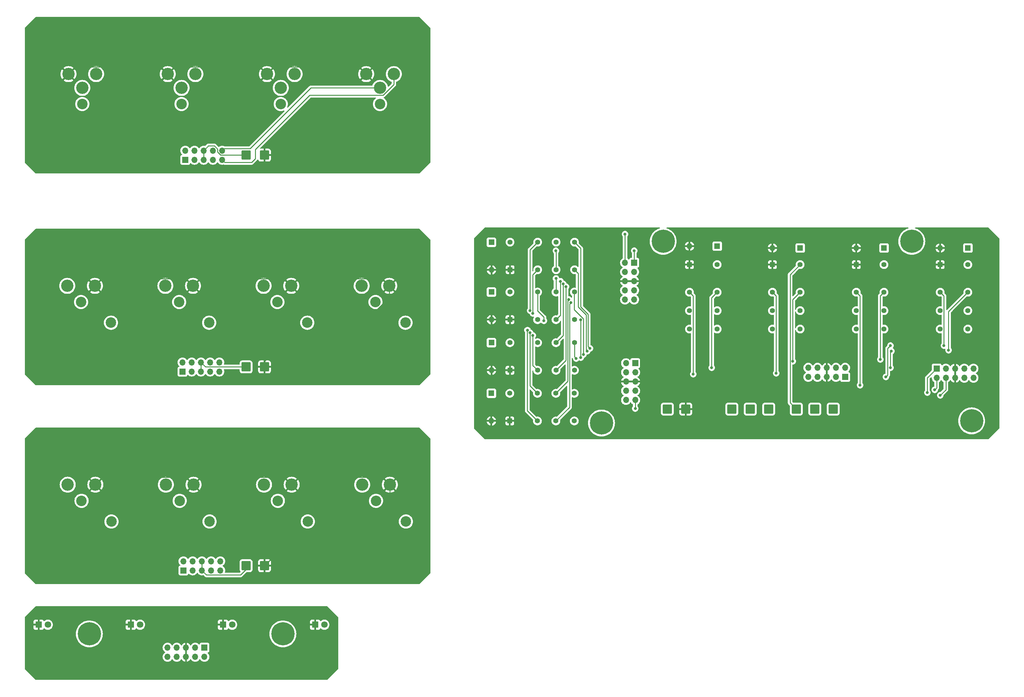
<source format=gbr>
%TF.GenerationSoftware,KiCad,Pcbnew,7.0.6*%
%TF.CreationDate,2023-11-23T12:49:08+01:00*%
%TF.ProjectId,EF_matrix,45465f6d-6174-4726-9978-2e6b69636164,rev?*%
%TF.SameCoordinates,Original*%
%TF.FileFunction,Copper,L2,Bot*%
%TF.FilePolarity,Positive*%
%FSLAX46Y46*%
G04 Gerber Fmt 4.6, Leading zero omitted, Abs format (unit mm)*
G04 Created by KiCad (PCBNEW 7.0.6) date 2023-11-23 12:49:08*
%MOMM*%
%LPD*%
G01*
G04 APERTURE LIST*
G04 Aperture macros list*
%AMRoundRect*
0 Rectangle with rounded corners*
0 $1 Rounding radius*
0 $2 $3 $4 $5 $6 $7 $8 $9 X,Y pos of 4 corners*
0 Add a 4 corners polygon primitive as box body*
4,1,4,$2,$3,$4,$5,$6,$7,$8,$9,$2,$3,0*
0 Add four circle primitives for the rounded corners*
1,1,$1+$1,$2,$3*
1,1,$1+$1,$4,$5*
1,1,$1+$1,$6,$7*
1,1,$1+$1,$8,$9*
0 Add four rect primitives between the rounded corners*
20,1,$1+$1,$2,$3,$4,$5,0*
20,1,$1+$1,$4,$5,$6,$7,0*
20,1,$1+$1,$6,$7,$8,$9,0*
20,1,$1+$1,$8,$9,$2,$3,0*%
G04 Aperture macros list end*
%TA.AperFunction,ComponentPad*%
%ADD10C,3.400000*%
%TD*%
%TA.AperFunction,ComponentPad*%
%ADD11C,2.900000*%
%TD*%
%TA.AperFunction,ComponentPad*%
%ADD12C,1.400000*%
%TD*%
%TA.AperFunction,ComponentPad*%
%ADD13R,1.400000X1.400000*%
%TD*%
%TA.AperFunction,ComponentPad*%
%ADD14RoundRect,0.249999X-1.025001X-1.025001X1.025001X-1.025001X1.025001X1.025001X-1.025001X1.025001X0*%
%TD*%
%TA.AperFunction,ComponentPad*%
%ADD15RoundRect,0.249999X1.025001X-1.025001X1.025001X1.025001X-1.025001X1.025001X-1.025001X-1.025001X0*%
%TD*%
%TA.AperFunction,ComponentPad*%
%ADD16O,1.700000X1.700000*%
%TD*%
%TA.AperFunction,ComponentPad*%
%ADD17R,1.700000X1.700000*%
%TD*%
%TA.AperFunction,ComponentPad*%
%ADD18C,1.800000*%
%TD*%
%TA.AperFunction,ComponentPad*%
%ADD19R,1.800000X1.800000*%
%TD*%
%TA.AperFunction,ComponentPad*%
%ADD20O,1.600000X1.600000*%
%TD*%
%TA.AperFunction,ComponentPad*%
%ADD21R,1.600000X1.600000*%
%TD*%
%TA.AperFunction,ComponentPad*%
%ADD22C,0.800000*%
%TD*%
%TA.AperFunction,ComponentPad*%
%ADD23C,6.400000*%
%TD*%
%TA.AperFunction,ViaPad*%
%ADD24C,0.800000*%
%TD*%
%TA.AperFunction,Conductor*%
%ADD25C,0.250000*%
%TD*%
G04 APERTURE END LIST*
D10*
%TO.P,J6,1*%
%TO.N,/XLR Input 2/Pin1*%
X32136000Y-141722000D03*
%TO.P,J6,2*%
%TO.N,/XLR Input 2/Channel 1 Hot*%
X24516000Y-141722000D03*
D11*
%TO.P,J6,3*%
%TO.N,/XLR Input 2/Channel 1 Cold*%
X28326000Y-146172000D03*
%TO.P,J6,G*%
%TO.N,unconnected-(J6-PadG)*%
X36576000Y-151882000D03*
%TD*%
D12*
%TO.P,K2,16*%
%TO.N,/Switch F/Control*%
X146406000Y-74798000D03*
%TO.P,K2,13*%
%TO.N,/Mute L/In 2*%
X154026000Y-74798000D03*
%TO.P,K2,11*%
%TO.N,/Switch L/Cold 1 In*%
X159106000Y-74798000D03*
%TO.P,K2,9*%
%TO.N,/Switch L/Cold 2 In*%
X164186000Y-74798000D03*
%TO.P,K2,8*%
%TO.N,/Switch L/Hot 2 In*%
X164186000Y-82418000D03*
%TO.P,K2,6*%
%TO.N,/Switch L/Hot 1 In*%
X159106000Y-82418000D03*
%TO.P,K2,4*%
%TO.N,/Mute L/In 1*%
X154026000Y-82418000D03*
D13*
%TO.P,K2,1*%
%TO.N,GND*%
X146406000Y-82418000D03*
%TD*%
D14*
%TO.P,J40,1,Pin_1*%
%TO.N,Net-(J19-Pin_3)*%
X235495000Y-120867000D03*
%TD*%
D15*
%TO.P,J22,1,Pin_1*%
%TO.N,/XLR Input 1/GND_Lift*%
X73660000Y-109220000D03*
%TD*%
D16*
%TO.P,J1,10,Pin_10*%
%TO.N,/Switch F/Cold 1 In*%
X178091000Y-90641000D03*
%TO.P,J1,9,Pin_9*%
%TO.N,/Switch F/Hot 1 In*%
X180631000Y-90641000D03*
%TO.P,J1,8,Pin_8*%
%TO.N,/Switch S/Cold 1 In*%
X178091000Y-88101000D03*
%TO.P,J1,7,Pin_7*%
%TO.N,/Switch S/Hot 1 In*%
X180631000Y-88101000D03*
%TO.P,J1,6,Pin_6*%
%TO.N,GND*%
X178091000Y-85561000D03*
%TO.P,J1,5,Pin_5*%
X180631000Y-85561000D03*
%TO.P,J1,4,Pin_4*%
%TO.N,/Switch R/Cold 1 In*%
X178091000Y-83021000D03*
%TO.P,J1,3,Pin_3*%
%TO.N,/Switch R/Hot 1 In*%
X180631000Y-83021000D03*
%TO.P,J1,2,Pin_2*%
%TO.N,/Switch L/Cold 1 In*%
X178091000Y-80481000D03*
D17*
%TO.P,J1,1,Pin_1*%
%TO.N,/Switch L/Hot 1 In*%
X180631000Y-80481000D03*
%TD*%
D12*
%TO.P,K3,16*%
%TO.N,/Mute F/Control*%
X249465000Y-80989000D03*
%TO.P,K3,13*%
%TO.N,/Mute R/Out 2*%
X249465000Y-88609000D03*
%TO.P,K3,11*%
%TO.N,Net-(JP10-B)*%
X249465000Y-93689000D03*
%TO.P,K3,9*%
%TO.N,/Mute R/In 2*%
X249465000Y-98769000D03*
%TO.P,K3,8*%
%TO.N,/Mute R/In 1*%
X241845000Y-98769000D03*
%TO.P,K3,6*%
%TO.N,Net-(JP14-A)*%
X241845000Y-93689000D03*
%TO.P,K3,4*%
%TO.N,/Mute R/Out 1*%
X241845000Y-88609000D03*
D13*
%TO.P,K3,1*%
%TO.N,GND*%
X241845000Y-80989000D03*
%TD*%
D18*
%TO.P,D2,2,A*%
%TO.N,Net-(D2-A)*%
X44445000Y-180340000D03*
D19*
%TO.P,D2,1,K*%
%TO.N,/Buttonpanel/Ground*%
X41905000Y-180340000D03*
%TD*%
D11*
%TO.P,J15,G*%
%TO.N,unconnected-(J15-PadG)*%
X83230000Y-36703000D03*
D10*
%TO.P,J15,3*%
%TO.N,/XLR Output/Channel 3 Cold*%
X83230000Y-32258000D03*
%TO.P,J15,2*%
%TO.N,/XLR Output/Channel 3 Hot*%
X87040000Y-28448000D03*
%TO.P,J15,1*%
%TO.N,/XLR Output/Pin1*%
X79420000Y-28448000D03*
%TD*%
%TO.P,J9,1*%
%TO.N,/XLR Input 1/Pin1*%
X86104000Y-86868000D03*
%TO.P,J9,2*%
%TO.N,/XLR Input 1/Channel 3 Hot*%
X78484000Y-86868000D03*
D11*
%TO.P,J9,3*%
%TO.N,/XLR Input 1/Channel 3 Cold*%
X82294000Y-91318000D03*
%TO.P,J9,G*%
%TO.N,unconnected-(J9-PadG)*%
X90544000Y-97028000D03*
%TD*%
D20*
%TO.P,D8,2,A*%
%TO.N,GND*%
X195871000Y-75909000D03*
D21*
%TO.P,D8,1,K*%
%TO.N,/Mute F/Control*%
X203491000Y-75909000D03*
%TD*%
D14*
%TO.P,J39,1,Pin_1*%
%TO.N,Net-(J19-Pin_1)*%
X217715000Y-120867000D03*
%TD*%
%TO.P,J2,1,Pin_1*%
%TO.N,/XLR Output/Pin1*%
X78740000Y-50800000D03*
%TD*%
D22*
%TO.P,REF\u002A\u002A,1*%
%TO.N,N/C*%
X259524052Y-74591500D03*
X258821108Y-76288556D03*
X258821108Y-72894444D03*
X257124052Y-76991500D03*
D23*
X257124052Y-74591500D03*
D22*
X257124052Y-72191500D03*
X255426996Y-76288556D03*
X255426996Y-72894444D03*
X254724052Y-74591500D03*
%TD*%
%TO.P,REF\u002A\u002A,1*%
%TO.N,N/C*%
X174014052Y-124701500D03*
X173311108Y-126398556D03*
X173311108Y-123004444D03*
X171614052Y-127101500D03*
D23*
X171614052Y-124701500D03*
D22*
X171614052Y-122301500D03*
X169916996Y-126398556D03*
X169916996Y-123004444D03*
X169214052Y-124701500D03*
%TD*%
D12*
%TO.P,K5,16*%
%TO.N,/Mute F/Control*%
X203491000Y-80989000D03*
%TO.P,K5,13*%
%TO.N,/Mute F/Out 2*%
X203491000Y-88609000D03*
%TO.P,K5,11*%
%TO.N,Net-(JP12-B)*%
X203491000Y-93689000D03*
%TO.P,K5,9*%
%TO.N,/Mute F/In 2*%
X203491000Y-98769000D03*
%TO.P,K5,8*%
%TO.N,/Mute F/In 1*%
X195871000Y-98769000D03*
%TO.P,K5,6*%
%TO.N,Net-(JP16-A)*%
X195871000Y-93689000D03*
%TO.P,K5,4*%
%TO.N,/Mute F/Out 1*%
X195871000Y-88609000D03*
D13*
%TO.P,K5,1*%
%TO.N,GND*%
X195871000Y-80989000D03*
%TD*%
D18*
%TO.P,D1,2,A*%
%TO.N,Net-(D1-A)*%
X19045000Y-180340000D03*
D19*
%TO.P,D1,1,K*%
%TO.N,/Buttonpanel/Ground*%
X16505000Y-180340000D03*
%TD*%
D16*
%TO.P,J3,10,Pin_10*%
%TO.N,/Switch F/Cold 2 In*%
X178365000Y-118357000D03*
%TO.P,J3,9,Pin_9*%
%TO.N,/Switch F/Hot 2 In*%
X180905000Y-118357000D03*
%TO.P,J3,8,Pin_8*%
%TO.N,/Switch S/Cold 2 In*%
X178365000Y-115817000D03*
%TO.P,J3,7,Pin_7*%
%TO.N,/Switch S/Hot 2 In*%
X180905000Y-115817000D03*
%TO.P,J3,6,Pin_6*%
%TO.N,GND*%
X178365000Y-113277000D03*
%TO.P,J3,5,Pin_5*%
X180905000Y-113277000D03*
%TO.P,J3,4,Pin_4*%
%TO.N,/Switch R/Cold 2 In*%
X178365000Y-110737000D03*
%TO.P,J3,3,Pin_3*%
%TO.N,/Switch R/Hot 2 In*%
X180905000Y-110737000D03*
%TO.P,J3,2,Pin_2*%
%TO.N,/Switch L/Cold 2 In*%
X178365000Y-108197000D03*
D17*
%TO.P,J3,1,Pin_1*%
%TO.N,/Switch L/Hot 2 In*%
X180905000Y-108197000D03*
%TD*%
D10*
%TO.P,J7,1*%
%TO.N,/XLR Input 1/Pin1*%
X59054000Y-86868000D03*
%TO.P,J7,2*%
%TO.N,/XLR Input 1/Channel 2 Hot*%
X51434000Y-86868000D03*
D11*
%TO.P,J7,3*%
%TO.N,/XLR Input 1/Channel 2 Cold*%
X55244000Y-91318000D03*
%TO.P,J7,G*%
%TO.N,unconnected-(J7-PadG)*%
X63494000Y-97028000D03*
%TD*%
D12*
%TO.P,K6,16*%
%TO.N,/Switch F/Control*%
X146373500Y-88561500D03*
%TO.P,K6,13*%
%TO.N,/Mute R/In 2*%
X153993500Y-88561500D03*
%TO.P,K6,11*%
%TO.N,/Switch R/Cold 1 In*%
X159073500Y-88561500D03*
%TO.P,K6,9*%
%TO.N,/Switch R/Cold 2 In*%
X164153500Y-88561500D03*
%TO.P,K6,8*%
%TO.N,/Switch R/Hot 2 In*%
X164153500Y-96181500D03*
%TO.P,K6,6*%
%TO.N,/Switch R/Hot 1 In*%
X159073500Y-96181500D03*
%TO.P,K6,4*%
%TO.N,/Mute R/In 1*%
X153993500Y-96181500D03*
D13*
%TO.P,K6,1*%
%TO.N,GND*%
X146373500Y-96181500D03*
%TD*%
D14*
%TO.P,J36,1,Pin_1*%
%TO.N,/Switch F/Control*%
X207555000Y-120867000D03*
%TD*%
D11*
%TO.P,J14,G*%
%TO.N,unconnected-(J14-PadG)*%
X55880000Y-36703000D03*
D10*
%TO.P,J14,3*%
%TO.N,/XLR Output/Channel 2 Cold*%
X55880000Y-32258000D03*
%TO.P,J14,2*%
%TO.N,/XLR Output/Channel 2 Hot*%
X59690000Y-28448000D03*
%TO.P,J14,1*%
%TO.N,/XLR Output/Pin1*%
X52070000Y-28448000D03*
%TD*%
D15*
%TO.P,J23,1,Pin_1*%
%TO.N,/XLR Input 2/GND_Lift*%
X73660000Y-164074000D03*
%TD*%
D22*
%TO.P,REF\u002A\u002A,1*%
%TO.N,N/C*%
X32880000Y-182880000D03*
X32177056Y-184577056D03*
X32177056Y-181182944D03*
X30480000Y-185280000D03*
D23*
X30480000Y-182880000D03*
D22*
X30480000Y-180480000D03*
X28782944Y-184577056D03*
X28782944Y-181182944D03*
X28080000Y-182880000D03*
%TD*%
D10*
%TO.P,J11,1*%
%TO.N,/XLR Input 1/Pin1*%
X113154000Y-86868000D03*
%TO.P,J11,2*%
%TO.N,/XLR Input 1/Channel 4 Hot*%
X105534000Y-86868000D03*
D11*
%TO.P,J11,3*%
%TO.N,/XLR Input 1/Channel 4 Cold*%
X109344000Y-91318000D03*
%TO.P,J11,G*%
%TO.N,unconnected-(J11-PadG)*%
X117594000Y-97028000D03*
%TD*%
D14*
%TO.P,J37,1,Pin_1*%
%TO.N,/Mute F/Control*%
X225335000Y-120867000D03*
%TD*%
D20*
%TO.P,D6,2,A*%
%TO.N,GND*%
X241845000Y-76417000D03*
D21*
%TO.P,D6,1,K*%
%TO.N,/Mute F/Control*%
X249465000Y-76417000D03*
%TD*%
D14*
%TO.P,J38,1,Pin_1*%
%TO.N,+5V*%
X230415000Y-120867000D03*
%TD*%
D18*
%TO.P,D4,2,A*%
%TO.N,Net-(D4-A)*%
X95245000Y-180340000D03*
D19*
%TO.P,D4,1,K*%
%TO.N,/Buttonpanel/Ground*%
X92705000Y-180340000D03*
%TD*%
D22*
%TO.P,REF\u002A\u002A,1*%
%TO.N,N/C*%
X86220000Y-182880000D03*
X85517056Y-184577056D03*
X85517056Y-181182944D03*
X83820000Y-185280000D03*
D23*
X83820000Y-182880000D03*
D22*
X83820000Y-180480000D03*
X82122944Y-184577056D03*
X82122944Y-181182944D03*
X81420000Y-182880000D03*
%TD*%
D12*
%TO.P,K4,16*%
%TO.N,/Mute F/Control*%
X226351000Y-80989000D03*
%TO.P,K4,13*%
%TO.N,/Mute S/Out 2*%
X226351000Y-88609000D03*
%TO.P,K4,11*%
%TO.N,Net-(JP11-B)*%
X226351000Y-93689000D03*
%TO.P,K4,9*%
%TO.N,/Mute S/In 2*%
X226351000Y-98769000D03*
%TO.P,K4,8*%
%TO.N,/Mute S/In 1*%
X218731000Y-98769000D03*
%TO.P,K4,6*%
%TO.N,Net-(JP15-A)*%
X218731000Y-93689000D03*
%TO.P,K4,4*%
%TO.N,/Mute S/Out 1*%
X218731000Y-88609000D03*
D13*
%TO.P,K4,1*%
%TO.N,GND*%
X218731000Y-80989000D03*
%TD*%
D14*
%TO.P,J34,1,Pin_1*%
%TO.N,/XLR Output/GND_Lift*%
X73660000Y-50800000D03*
%TD*%
D16*
%TO.P,J19,10,Pin_10*%
%TO.N,unconnected-(J19-Pin_10-Pad10)*%
X274133000Y-112211000D03*
%TO.P,J19,9,Pin_9*%
%TO.N,unconnected-(J19-Pin_9-Pad9)*%
X274133000Y-109671000D03*
%TO.P,J19,8,Pin_8*%
%TO.N,unconnected-(J19-Pin_8-Pad8)*%
X271593000Y-112211000D03*
%TO.P,J19,7,Pin_7*%
%TO.N,unconnected-(J19-Pin_7-Pad7)*%
X271593000Y-109671000D03*
%TO.P,J19,6,Pin_6*%
%TO.N,GND*%
X269053000Y-112211000D03*
%TO.P,J19,5,Pin_5*%
X269053000Y-109671000D03*
%TO.P,J19,4,Pin_4*%
%TO.N,+5V*%
X266513000Y-112211000D03*
%TO.P,J19,3,Pin_3*%
%TO.N,Net-(J19-Pin_3)*%
X266513000Y-109671000D03*
%TO.P,J19,2,Pin_2*%
%TO.N,/Switch F/Control*%
X263973000Y-112211000D03*
D17*
%TO.P,J19,1,Pin_1*%
%TO.N,Net-(J19-Pin_1)*%
X263973000Y-109671000D03*
%TD*%
D10*
%TO.P,J10,1*%
%TO.N,/XLR Input 2/Pin1*%
X86236000Y-141722000D03*
%TO.P,J10,2*%
%TO.N,/XLR Input 2/Channel 3 Hot*%
X78616000Y-141722000D03*
D11*
%TO.P,J10,3*%
%TO.N,/XLR Input 2/Channel 3 Cold*%
X82426000Y-146172000D03*
%TO.P,J10,G*%
%TO.N,unconnected-(J10-PadG)*%
X90676000Y-151882000D03*
%TD*%
D10*
%TO.P,J8,1*%
%TO.N,/XLR Input 2/Pin1*%
X59186000Y-141722000D03*
%TO.P,J8,2*%
%TO.N,/XLR Input 2/Channel 2 Hot*%
X51566000Y-141722000D03*
D11*
%TO.P,J8,3*%
%TO.N,/XLR Input 2/Channel 2 Cold*%
X55376000Y-146172000D03*
%TO.P,J8,G*%
%TO.N,unconnected-(J8-PadG)*%
X63626000Y-151882000D03*
%TD*%
D14*
%TO.P,J35,1,Pin_1*%
%TO.N,+5V*%
X212635000Y-120867000D03*
%TD*%
D22*
%TO.P,REF\u002A\u002A,1*%
%TO.N,N/C*%
X276014052Y-124101500D03*
X275311108Y-125798556D03*
X275311108Y-122404444D03*
X273614052Y-126501500D03*
D23*
X273614052Y-124101500D03*
D22*
X273614052Y-121701500D03*
X271916996Y-125798556D03*
X271916996Y-122404444D03*
X271214052Y-124101500D03*
%TD*%
D20*
%TO.P,D5,2,A*%
%TO.N,GND*%
X264959000Y-76417000D03*
D21*
%TO.P,D5,1,K*%
%TO.N,/Mute F/Control*%
X272579000Y-76417000D03*
%TD*%
D14*
%TO.P,J32,1,Pin_1*%
%TO.N,+5V*%
X189775000Y-120867000D03*
%TD*%
D20*
%TO.P,D7,2,A*%
%TO.N,GND*%
X218731000Y-76417000D03*
D21*
%TO.P,D7,1,K*%
%TO.N,/Mute F/Control*%
X226351000Y-76417000D03*
%TD*%
D20*
%TO.P,D9,2,A*%
%TO.N,GND*%
X141293500Y-82465500D03*
D21*
%TO.P,D9,1,K*%
%TO.N,/Switch F/Control*%
X141293500Y-74845500D03*
%TD*%
D12*
%TO.P,K1,16*%
%TO.N,/Mute F/Control*%
X272579000Y-80989000D03*
%TO.P,K1,13*%
%TO.N,/Mute L/Out 2*%
X272579000Y-88609000D03*
%TO.P,K1,11*%
%TO.N,Net-(JP5-B)*%
X272579000Y-93689000D03*
%TO.P,K1,9*%
%TO.N,/Mute L/In 2*%
X272579000Y-98769000D03*
%TO.P,K1,8*%
%TO.N,/Mute L/In 1*%
X264959000Y-98769000D03*
%TO.P,K1,6*%
%TO.N,Net-(JP1-B)*%
X264959000Y-93689000D03*
%TO.P,K1,4*%
%TO.N,/Mute L/Out 1*%
X264959000Y-88609000D03*
D13*
%TO.P,K1,1*%
%TO.N,GND*%
X264959000Y-80989000D03*
%TD*%
D11*
%TO.P,J16,G*%
%TO.N,unconnected-(J16-PadG)*%
X110580000Y-36703000D03*
D10*
%TO.P,J16,3*%
%TO.N,/XLR Output/Channel 4 Cold*%
X110580000Y-32258000D03*
%TO.P,J16,2*%
%TO.N,/XLR Output/Channel 4 Hot*%
X114390000Y-28448000D03*
%TO.P,J16,1*%
%TO.N,/XLR Output/Pin1*%
X106770000Y-28448000D03*
%TD*%
D20*
%TO.P,D10,2,A*%
%TO.N,GND*%
X141293500Y-96181500D03*
D21*
%TO.P,D10,1,K*%
%TO.N,/Switch F/Control*%
X141293500Y-88561500D03*
%TD*%
D10*
%TO.P,J12,1*%
%TO.N,/XLR Input 2/Pin1*%
X113286000Y-141722000D03*
%TO.P,J12,2*%
%TO.N,/XLR Input 2/Channel 4 Hot*%
X105666000Y-141722000D03*
D11*
%TO.P,J12,3*%
%TO.N,/XLR Input 2/Channel 4 Cold*%
X109476000Y-146172000D03*
%TO.P,J12,G*%
%TO.N,unconnected-(J12-PadG)*%
X117726000Y-151882000D03*
%TD*%
D20*
%TO.P,D12,2,A*%
%TO.N,GND*%
X141293500Y-110151500D03*
D21*
%TO.P,D12,1,K*%
%TO.N,/Switch F/Control*%
X141293500Y-102531500D03*
%TD*%
D18*
%TO.P,D3,2,A*%
%TO.N,Net-(D3-A)*%
X69845000Y-180340000D03*
D19*
%TO.P,D3,1,K*%
%TO.N,/Buttonpanel/Ground*%
X67305000Y-180340000D03*
%TD*%
D12*
%TO.P,K7,16*%
%TO.N,/Switch F/Control*%
X146341000Y-116501500D03*
%TO.P,K7,13*%
%TO.N,/Mute F/In 2*%
X153961000Y-116501500D03*
%TO.P,K7,11*%
%TO.N,/Switch F/Cold 1 In*%
X159041000Y-116501500D03*
%TO.P,K7,9*%
%TO.N,/Switch F/Cold 2 In*%
X164121000Y-116501500D03*
%TO.P,K7,8*%
%TO.N,/Switch F/Hot 2 In*%
X164121000Y-124121500D03*
%TO.P,K7,6*%
%TO.N,/Switch F/Hot 1 In*%
X159041000Y-124121500D03*
%TO.P,K7,4*%
%TO.N,/Mute F/In 1*%
X153961000Y-124121500D03*
D13*
%TO.P,K7,1*%
%TO.N,GND*%
X146341000Y-124121500D03*
%TD*%
D11*
%TO.P,J13,G*%
%TO.N,unconnected-(J13-PadG)*%
X28530000Y-36703000D03*
D10*
%TO.P,J13,3*%
%TO.N,/XLR Output/Channel 1 Cold*%
X28530000Y-32258000D03*
%TO.P,J13,2*%
%TO.N,/XLR Output/Channel 1 Hot*%
X32340000Y-28448000D03*
%TO.P,J13,1*%
%TO.N,/XLR Output/Pin1*%
X24720000Y-28448000D03*
%TD*%
D14*
%TO.P,J33,1,Pin_1*%
%TO.N,GND*%
X194855000Y-120867000D03*
%TD*%
D16*
%TO.P,J18,10,Pin_10*%
%TO.N,/Mute F/Out 2*%
X228607000Y-109457000D03*
%TO.P,J18,9,Pin_9*%
%TO.N,/Mute F/Out 1*%
X228607000Y-111997000D03*
%TO.P,J18,8,Pin_8*%
%TO.N,/Mute S/Out 2*%
X231147000Y-109457000D03*
%TO.P,J18,7,Pin_7*%
%TO.N,/Mute S/Out 1*%
X231147000Y-111997000D03*
%TO.P,J18,6,Pin_6*%
%TO.N,GND*%
X233687000Y-109457000D03*
%TO.P,J18,5,Pin_5*%
X233687000Y-111997000D03*
%TO.P,J18,4,Pin_4*%
%TO.N,/Mute R/Out 2*%
X236227000Y-109457000D03*
%TO.P,J18,3,Pin_3*%
%TO.N,/Mute R/Out 1*%
X236227000Y-111997000D03*
%TO.P,J18,2,Pin_2*%
%TO.N,/Mute L/Out 2*%
X238767000Y-109457000D03*
D17*
%TO.P,J18,1,Pin_1*%
%TO.N,/Mute L/Out 1*%
X238767000Y-111997000D03*
%TD*%
D15*
%TO.P,J25,1,Pin_1*%
%TO.N,/XLR Input 1/Pin1*%
X78740000Y-109220000D03*
%TD*%
D22*
%TO.P,REF\u002A\u002A,1*%
%TO.N,N/C*%
X191014052Y-74591500D03*
X190311108Y-76288556D03*
X190311108Y-72894444D03*
X188614052Y-76991500D03*
D23*
X188614052Y-74591500D03*
D22*
X188614052Y-72191500D03*
X186916996Y-76288556D03*
X186916996Y-72894444D03*
X186214052Y-74591500D03*
%TD*%
D20*
%TO.P,D11,2,A*%
%TO.N,GND*%
X141261000Y-124121500D03*
D21*
%TO.P,D11,1,K*%
%TO.N,/Switch F/Control*%
X141261000Y-116501500D03*
%TD*%
D15*
%TO.P,J26,1,Pin_1*%
%TO.N,/XLR Input 2/Pin1*%
X78740000Y-164074000D03*
%TD*%
D12*
%TO.P,K8,16*%
%TO.N,/Switch F/Control*%
X146373500Y-102531500D03*
%TO.P,K8,13*%
%TO.N,/Mute S/In 2*%
X153993500Y-102531500D03*
%TO.P,K8,11*%
%TO.N,/Switch S/Cold 1 In*%
X159073500Y-102531500D03*
%TO.P,K8,9*%
%TO.N,/Switch S/Cold 2 In*%
X164153500Y-102531500D03*
%TO.P,K8,8*%
%TO.N,/Switch S/Hot 2 In*%
X164153500Y-110151500D03*
%TO.P,K8,6*%
%TO.N,/Switch S/Hot 1 In*%
X159073500Y-110151500D03*
%TO.P,K8,4*%
%TO.N,/Mute S/In 1*%
X153993500Y-110151500D03*
D13*
%TO.P,K8,1*%
%TO.N,GND*%
X146373500Y-110151500D03*
%TD*%
D10*
%TO.P,J5,1*%
%TO.N,/XLR Input 1/Pin1*%
X32004000Y-86868000D03*
%TO.P,J5,2*%
%TO.N,/XLR Input 1/Channel 1 Hot*%
X24384000Y-86868000D03*
D11*
%TO.P,J5,3*%
%TO.N,/XLR Input 1/Channel 1 Cold*%
X28194000Y-91318000D03*
%TO.P,J5,G*%
%TO.N,unconnected-(J5-PadG)*%
X36444000Y-97028000D03*
%TD*%
D16*
%TO.P,J20,10,Pin_10*%
%TO.N,unconnected-(J20-Pin_10-Pad10)*%
X52040000Y-189210000D03*
%TO.P,J20,9,Pin_9*%
%TO.N,unconnected-(J20-Pin_9-Pad9)*%
X52040000Y-186670000D03*
%TO.P,J20,8,Pin_8*%
%TO.N,unconnected-(J20-Pin_8-Pad8)*%
X54580000Y-189210000D03*
%TO.P,J20,7,Pin_7*%
%TO.N,unconnected-(J20-Pin_7-Pad7)*%
X54580000Y-186670000D03*
%TO.P,J20,6,Pin_6*%
%TO.N,/Buttonpanel/Ground*%
X57120000Y-189210000D03*
%TO.P,J20,5,Pin_5*%
X57120000Y-186670000D03*
%TO.P,J20,4,Pin_4*%
%TO.N,/Buttonpanel/5V*%
X59660000Y-189210000D03*
%TO.P,J20,3,Pin_3*%
%TO.N,/Buttonpanel/MuteLED*%
X59660000Y-186670000D03*
%TO.P,J20,2,Pin_2*%
%TO.N,/Buttonpanel/G2LED*%
X62200000Y-189210000D03*
D17*
%TO.P,J20,1,Pin_1*%
%TO.N,/Buttonpanel/G1LED*%
X62200000Y-186670000D03*
%TD*%
D16*
%TO.P,J31,10,Pin_10*%
%TO.N,/XLR Output/Channel 4 Cold*%
X67086000Y-49550000D03*
%TO.P,J31,9,Pin_9*%
%TO.N,/XLR Output/Channel 4 Hot*%
X67086000Y-52090000D03*
%TO.P,J31,8,Pin_8*%
%TO.N,/XLR Output/Channel 3 Cold*%
X64546000Y-49550000D03*
%TO.P,J31,7,Pin_7*%
%TO.N,/XLR Output/Channel 3 Hot*%
X64546000Y-52090000D03*
%TO.P,J31,6,Pin_6*%
%TO.N,/XLR Output/GND_Lift*%
X62006000Y-49550000D03*
%TO.P,J31,5,Pin_5*%
X62006000Y-52090000D03*
%TO.P,J31,4,Pin_4*%
%TO.N,/XLR Output/Channel 2 Cold*%
X59466000Y-49550000D03*
%TO.P,J31,3,Pin_3*%
%TO.N,/XLR Output/Channel 2 Hot*%
X59466000Y-52090000D03*
%TO.P,J31,2,Pin_2*%
%TO.N,/XLR Output/Channel 1 Cold*%
X56926000Y-49550000D03*
D17*
%TO.P,J31,1,Pin_1*%
%TO.N,/XLR Output/Channel 1 Hot*%
X56926000Y-52090000D03*
%TD*%
%TO.P,J17,1,Pin_1*%
%TO.N,/XLR Input 1/Channel 1 Hot*%
X56164000Y-110510000D03*
D16*
%TO.P,J17,2,Pin_2*%
%TO.N,/XLR Input 1/Channel 1 Cold*%
X56164000Y-107970000D03*
%TO.P,J17,3,Pin_3*%
%TO.N,/XLR Input 1/Channel 2 Hot*%
X58704000Y-110510000D03*
%TO.P,J17,4,Pin_4*%
%TO.N,/XLR Input 1/Channel 2 Cold*%
X58704000Y-107970000D03*
%TO.P,J17,5,Pin_5*%
%TO.N,/XLR Input 1/GND_Lift*%
X61244000Y-110510000D03*
%TO.P,J17,6,Pin_6*%
X61244000Y-107970000D03*
%TO.P,J17,7,Pin_7*%
%TO.N,/XLR Input 1/Channel 3 Hot*%
X63784000Y-110510000D03*
%TO.P,J17,8,Pin_8*%
%TO.N,/XLR Input 1/Channel 3 Cold*%
X63784000Y-107970000D03*
%TO.P,J17,9,Pin_9*%
%TO.N,/XLR Input 1/Channel 4 Hot*%
X66324000Y-110510000D03*
%TO.P,J17,10,Pin_10*%
%TO.N,/XLR Input 1/Channel 4 Cold*%
X66324000Y-107970000D03*
%TD*%
D17*
%TO.P,J4,1,Pin_1*%
%TO.N,/XLR Input 2/Channel 1 Hot*%
X56418000Y-165364000D03*
D16*
%TO.P,J4,2,Pin_2*%
%TO.N,/XLR Input 2/Channel 1 Cold*%
X56418000Y-162824000D03*
%TO.P,J4,3,Pin_3*%
%TO.N,/XLR Input 2/Channel 2 Hot*%
X58958000Y-165364000D03*
%TO.P,J4,4,Pin_4*%
%TO.N,/XLR Input 2/Channel 2 Cold*%
X58958000Y-162824000D03*
%TO.P,J4,5,Pin_5*%
%TO.N,/XLR Input 2/GND_Lift*%
X61498000Y-165364000D03*
%TO.P,J4,6,Pin_6*%
X61498000Y-162824000D03*
%TO.P,J4,7,Pin_7*%
%TO.N,/XLR Input 2/Channel 3 Hot*%
X64038000Y-165364000D03*
%TO.P,J4,8,Pin_8*%
%TO.N,/XLR Input 2/Channel 3 Cold*%
X64038000Y-162824000D03*
%TO.P,J4,9,Pin_9*%
%TO.N,/XLR Input 2/Channel 4 Hot*%
X66578000Y-165364000D03*
%TO.P,J4,10,Pin_10*%
%TO.N,/XLR Input 2/Channel 4 Cold*%
X66578000Y-162824000D03*
%TD*%
D24*
%TO.N,GND*%
X254545000Y-78957000D03*
X208317000Y-78957000D03*
X190791000Y-78957000D03*
X231431000Y-78957000D03*
X277659000Y-78957000D03*
X213651000Y-78957000D03*
X236765000Y-78957000D03*
X259879000Y-78957000D03*
%TO.N,/Switch F/Control*%
X263435000Y-115533000D03*
%TO.N,/Switch L/Hot 1 In*%
X159041000Y-77179000D03*
X180631000Y-77179000D03*
%TO.N,/Switch L/Cold 1 In*%
X178091000Y-72607000D03*
%TO.N,/Switch R/Hot 1 In*%
X160311000Y-85616245D03*
%TO.N,/Switch R/Cold 1 In*%
X159073500Y-84831500D03*
%TO.N,/Switch S/Hot 1 In*%
X161835000Y-87085000D03*
%TO.N,/Switch S/Cold 1 In*%
X161073000Y-86323000D03*
%TO.N,/Switch F/Hot 1 In*%
X163151424Y-91472636D03*
%TO.N,/Switch F/Cold 1 In*%
X162597000Y-90641000D03*
%TO.N,/Switch L/Hot 2 In*%
X167677000Y-104865000D03*
%TO.N,/Switch L/Cold 2 In*%
X168439000Y-104103000D03*
%TO.N,/Switch R/Hot 2 In*%
X165899000Y-96229000D03*
X165899000Y-106643000D03*
%TO.N,/Switch R/Cold 2 In*%
X166623500Y-105811364D03*
%TO.N,/Switch S/Cold 2 In*%
X164629000Y-106897000D03*
%TO.N,/Switch F/Hot 2 In*%
X180905000Y-120701500D03*
%TO.N,/Mute L/Out 1*%
X251243000Y-103341000D03*
X265984000Y-103341000D03*
X249973000Y-111977000D03*
%TO.N,/Mute L/Out 2*%
X267245000Y-104611000D03*
X251243000Y-109437000D03*
X251497000Y-104865000D03*
%TO.N,/Mute R/Out 1*%
X242861000Y-114263000D03*
%TO.N,/Mute R/Out 2*%
X248449000Y-107151000D03*
%TO.N,/Mute S/Out 1*%
X219747000Y-110961000D03*
%TO.N,/Mute S/Out 2*%
X224319000Y-107659000D03*
%TO.N,/Mute F/Out 1*%
X196887000Y-111215000D03*
%TO.N,/Mute F/Out 2*%
X201967000Y-109437000D03*
%TO.N,Net-(J19-Pin_1)*%
X261403000Y-116295000D03*
%TO.N,+5V*%
X264959000Y-117057000D03*
%TO.N,/Mute L/In 1*%
X152691000Y-94451000D03*
%TO.N,/Mute L/In 2*%
X151929000Y-93689000D03*
%TO.N,/Mute R/In 2*%
X155739000Y-96483000D03*
%TO.N,/Mute S/In 1*%
X152691000Y-100547000D03*
%TO.N,/Mute F/In 1*%
X151215860Y-99084688D03*
%TO.N,/Mute F/In 2*%
X151929000Y-99785000D03*
%TD*%
D25*
%TO.N,/Mute F/Control*%
X226351000Y-80989000D02*
X223594000Y-83746000D01*
X223594000Y-119126000D02*
X225335000Y-120867000D01*
X223594000Y-83746000D02*
X223594000Y-119126000D01*
%TO.N,/Switch F/Control*%
X263435000Y-115533000D02*
X263973000Y-114995000D01*
X263973000Y-114995000D02*
X263973000Y-112211000D01*
%TO.N,/Switch L/Hot 1 In*%
X180631000Y-77179000D02*
X180631000Y-80481000D01*
X159106000Y-82418000D02*
X159106000Y-77244000D01*
X159106000Y-77244000D02*
X159041000Y-77179000D01*
%TO.N,/Switch L/Cold 1 In*%
X178091000Y-72607000D02*
X178091000Y-80481000D01*
%TO.N,/Switch R/Hot 1 In*%
X160311000Y-94944000D02*
X159073500Y-96181500D01*
X160311000Y-85616245D02*
X160311000Y-94944000D01*
%TO.N,/Switch R/Cold 1 In*%
X159073500Y-84831500D02*
X159073500Y-88561500D01*
%TO.N,/Switch S/Hot 1 In*%
X161835000Y-87085000D02*
X161835000Y-107390000D01*
X161835000Y-107390000D02*
X159073500Y-110151500D01*
%TO.N,/Switch S/Cold 1 In*%
X161073000Y-86323000D02*
X161073000Y-100532000D01*
X161073000Y-100532000D02*
X159073500Y-102531500D01*
%TO.N,/Switch F/Hot 1 In*%
X162793000Y-91831060D02*
X163151424Y-91472636D01*
X162793000Y-120369500D02*
X162793000Y-91831060D01*
X159041000Y-124121500D02*
X162793000Y-120369500D01*
%TO.N,/Switch F/Cold 1 In*%
X162597000Y-90641000D02*
X162343000Y-90895000D01*
X162343000Y-90895000D02*
X162343000Y-113199500D01*
X162343000Y-113199500D02*
X159041000Y-116501500D01*
%TO.N,/Switch L/Hot 2 In*%
X167423000Y-94876000D02*
X167423000Y-104611000D01*
X165178500Y-83410500D02*
X165178500Y-92631500D01*
X164186000Y-82418000D02*
X165178500Y-83410500D01*
X167423000Y-104611000D02*
X167677000Y-104865000D01*
X165178500Y-92631500D02*
X167423000Y-94876000D01*
%TO.N,/Switch L/Cold 2 In*%
X167931000Y-94705000D02*
X167931000Y-103595000D01*
X165899000Y-76511000D02*
X165899000Y-92673000D01*
X165899000Y-92673000D02*
X167931000Y-94705000D01*
X164186000Y-74798000D02*
X165899000Y-76511000D01*
X167931000Y-103595000D02*
X168439000Y-104103000D01*
%TO.N,/Switch R/Hot 2 In*%
X165899000Y-96229000D02*
X165899000Y-106643000D01*
%TO.N,/Switch R/Cold 2 In*%
X164121000Y-88594000D02*
X164153500Y-88561500D01*
X166661000Y-95965695D02*
X164121000Y-93425695D01*
X166623500Y-105811364D02*
X166661000Y-105773864D01*
X164121000Y-93425695D02*
X164121000Y-88594000D01*
X166661000Y-105773864D02*
X166661000Y-95965695D01*
%TO.N,/Switch S/Cold 2 In*%
X164153500Y-106421500D02*
X164153500Y-102531500D01*
X164629000Y-106897000D02*
X164153500Y-106421500D01*
%TO.N,/Switch F/Hot 2 In*%
X180905000Y-120701500D02*
X180905000Y-118357000D01*
%TO.N,/XLR Input 2/GND_Lift*%
X73660000Y-165090000D02*
X73660000Y-164074000D01*
X61498000Y-165364000D02*
X62748000Y-166614000D01*
X72136000Y-166614000D02*
X73660000Y-165090000D01*
X61498000Y-165364000D02*
X61498000Y-162824000D01*
X62748000Y-166614000D02*
X72136000Y-166614000D01*
%TO.N,/XLR Output/Channel 4 Hot*%
X114390000Y-31311783D02*
X111418783Y-34283000D01*
X75184000Y-52832000D02*
X67828000Y-52832000D01*
X76200000Y-51816000D02*
X75184000Y-52832000D01*
X111418783Y-34283000D02*
X91193000Y-34283000D01*
X67828000Y-52832000D02*
X67086000Y-52090000D01*
X114390000Y-28448000D02*
X114390000Y-31311783D01*
X91193000Y-34283000D02*
X76200000Y-49276000D01*
X76200000Y-49276000D02*
X76200000Y-51816000D01*
%TO.N,/XLR Output/Channel 4 Cold*%
X67086000Y-49550000D02*
X67614000Y-49022000D01*
X91509173Y-32258000D02*
X110580000Y-32258000D01*
X74745173Y-49022000D02*
X91509173Y-32258000D01*
X67614000Y-49022000D02*
X74745173Y-49022000D01*
%TO.N,/XLR Input 1/GND_Lift*%
X62494000Y-109220000D02*
X73660000Y-109220000D01*
X61244000Y-107970000D02*
X62494000Y-109220000D01*
X61244000Y-107970000D02*
X61244000Y-110510000D01*
%TO.N,/Mute L/Out 1*%
X250481000Y-111469000D02*
X249973000Y-111977000D01*
X251243000Y-103341000D02*
X250481000Y-104103000D01*
X250481000Y-104103000D02*
X250481000Y-111469000D01*
X265984000Y-103341000D02*
X265984000Y-89634000D01*
X265984000Y-89634000D02*
X264959000Y-88609000D01*
%TO.N,/Mute L/Out 2*%
X251243000Y-105119000D02*
X251243000Y-109437000D01*
X251497000Y-104865000D02*
X251243000Y-105119000D01*
X272579000Y-88609000D02*
X267245000Y-93943000D01*
X267245000Y-93943000D02*
X267245000Y-104611000D01*
%TO.N,/Mute R/Out 1*%
X242870000Y-114254000D02*
X242861000Y-114263000D01*
X242870000Y-89634000D02*
X242870000Y-114254000D01*
X241845000Y-88609000D02*
X242870000Y-89634000D01*
%TO.N,/Mute R/Out 2*%
X248440000Y-89634000D02*
X248440000Y-107142000D01*
X249465000Y-88609000D02*
X248440000Y-89634000D01*
X248440000Y-107142000D02*
X248449000Y-107151000D01*
%TO.N,/Mute S/Out 1*%
X219756000Y-110952000D02*
X219747000Y-110961000D01*
X219756000Y-89634000D02*
X219756000Y-110952000D01*
X218731000Y-88609000D02*
X219756000Y-89634000D01*
%TO.N,/Mute S/Out 2*%
X226351000Y-88609000D02*
X224319000Y-90641000D01*
X224319000Y-90641000D02*
X224319000Y-107659000D01*
%TO.N,/Mute F/Out 1*%
X195871000Y-88609000D02*
X196896000Y-89634000D01*
X196896000Y-111206000D02*
X196887000Y-111215000D01*
X196896000Y-89634000D02*
X196896000Y-111206000D01*
%TO.N,/Mute F/Out 2*%
X201967000Y-90133000D02*
X201967000Y-109437000D01*
X203491000Y-88609000D02*
X201967000Y-90133000D01*
%TO.N,Net-(J19-Pin_1)*%
X261403000Y-112241000D02*
X263973000Y-109671000D01*
X261403000Y-116295000D02*
X261403000Y-112241000D01*
%TO.N,+5V*%
X264959000Y-117057000D02*
X266513000Y-115503000D01*
X266513000Y-115503000D02*
X266513000Y-112211000D01*
%TO.N,/XLR Output/GND_Lift*%
X73660000Y-50800000D02*
X66674299Y-50800000D01*
X65786000Y-49911701D02*
X65786000Y-49128299D01*
X62006000Y-49550000D02*
X62006000Y-52090000D01*
X63296000Y-48260000D02*
X62006000Y-49550000D01*
X64917701Y-48260000D02*
X63296000Y-48260000D01*
X66674299Y-50800000D02*
X65786000Y-49911701D01*
X65786000Y-49128299D02*
X64917701Y-48260000D01*
%TO.N,/Mute L/In 1*%
X152691000Y-83753000D02*
X154026000Y-82418000D01*
X152691000Y-94451000D02*
X152691000Y-83753000D01*
%TO.N,/Mute L/In 2*%
X151929000Y-93689000D02*
X151929000Y-76895000D01*
X151929000Y-76895000D02*
X154026000Y-74798000D01*
%TO.N,/Mute R/In 2*%
X153961000Y-93689000D02*
X153993500Y-93656500D01*
X155739000Y-96483000D02*
X155739000Y-95467000D01*
X153993500Y-93656500D02*
X153993500Y-88561500D01*
X155739000Y-95467000D02*
X153961000Y-93689000D01*
%TO.N,/Mute S/In 1*%
X152691000Y-108849000D02*
X153993500Y-110151500D01*
X152691000Y-100547000D02*
X152691000Y-108849000D01*
%TO.N,/Mute F/In 1*%
X151167000Y-121327500D02*
X153961000Y-124121500D01*
X151167000Y-99133548D02*
X151167000Y-121327500D01*
X151215860Y-99084688D02*
X151167000Y-99133548D01*
%TO.N,/Mute F/In 2*%
X151929000Y-114469500D02*
X153961000Y-116501500D01*
X151929000Y-99785000D02*
X151929000Y-114469500D01*
%TO.N,/XLR Output/Pin1*%
X77395000Y-26423000D02*
X79420000Y-28448000D01*
X50045000Y-26423000D02*
X52070000Y-28448000D01*
X104745000Y-26423000D02*
X106770000Y-28448000D01*
X79420000Y-28448000D02*
X81445000Y-26423000D01*
X26745000Y-26423000D02*
X50045000Y-26423000D01*
X54095000Y-26423000D02*
X77395000Y-26423000D01*
X52070000Y-28448000D02*
X54095000Y-26423000D01*
X81445000Y-26423000D02*
X104745000Y-26423000D01*
X24720000Y-28448000D02*
X26745000Y-26423000D01*
%TO.N,/XLR Input 1/Pin1*%
X86104000Y-86868000D02*
X88129000Y-84843000D01*
X59054000Y-86868000D02*
X61079000Y-84843000D01*
X61079000Y-84843000D02*
X84079000Y-84843000D01*
X102588230Y-100584000D02*
X85852000Y-100584000D01*
X113154000Y-86868000D02*
X113154000Y-90018230D01*
X78740000Y-107696000D02*
X78740000Y-109220000D01*
X88129000Y-84843000D02*
X111129000Y-84843000D01*
X84079000Y-84843000D02*
X86104000Y-86868000D01*
X113154000Y-90018230D02*
X102588230Y-100584000D01*
X85852000Y-100584000D02*
X78740000Y-107696000D01*
X111129000Y-84843000D02*
X113154000Y-86868000D01*
X34029000Y-84843000D02*
X57029000Y-84843000D01*
X32004000Y-86868000D02*
X34029000Y-84843000D01*
X57029000Y-84843000D02*
X59054000Y-86868000D01*
%TO.N,/XLR Input 2/Pin1*%
X88261000Y-139697000D02*
X111261000Y-139697000D01*
X32136000Y-141722000D02*
X34161000Y-139697000D01*
X57161000Y-139697000D02*
X59186000Y-141722000D01*
X78740000Y-164074000D02*
X85852000Y-156962000D01*
X84211000Y-139697000D02*
X86236000Y-141722000D01*
X34161000Y-139697000D02*
X57161000Y-139697000D01*
X111261000Y-139697000D02*
X113286000Y-141722000D01*
X59186000Y-141722000D02*
X61211000Y-139697000D01*
X113286000Y-151626000D02*
X113286000Y-141722000D01*
X86236000Y-141722000D02*
X88261000Y-139697000D01*
X61211000Y-139697000D02*
X84211000Y-139697000D01*
X107950000Y-156962000D02*
X113286000Y-151626000D01*
X85852000Y-156962000D02*
X107950000Y-156962000D01*
%TD*%
%TA.AperFunction,Conductor*%
%TO.N,GND*%
G36*
X180445507Y-113067156D02*
G01*
X180405000Y-113205111D01*
X180405000Y-113348889D01*
X180445507Y-113486844D01*
X180471314Y-113527000D01*
X178798686Y-113527000D01*
X178824493Y-113486844D01*
X178865000Y-113348889D01*
X178865000Y-113205111D01*
X178824493Y-113067156D01*
X178798686Y-113027000D01*
X180471314Y-113027000D01*
X180445507Y-113067156D01*
G37*
%TD.AperFunction*%
%TA.AperFunction,Conductor*%
G36*
X269303000Y-111775498D02*
G01*
X269195315Y-111726320D01*
X269088763Y-111711000D01*
X269017237Y-111711000D01*
X268910685Y-111726320D01*
X268803000Y-111775498D01*
X268803000Y-110106501D01*
X268910685Y-110155680D01*
X269017237Y-110171000D01*
X269088763Y-110171000D01*
X269195315Y-110155680D01*
X269303000Y-110106501D01*
X269303000Y-111775498D01*
G37*
%TD.AperFunction*%
%TA.AperFunction,Conductor*%
G36*
X233937000Y-111561498D02*
G01*
X233829315Y-111512320D01*
X233722763Y-111497000D01*
X233651237Y-111497000D01*
X233544685Y-111512320D01*
X233437000Y-111561498D01*
X233437000Y-109892501D01*
X233544685Y-109941680D01*
X233651237Y-109957000D01*
X233722763Y-109957000D01*
X233829315Y-109941680D01*
X233937000Y-109892501D01*
X233937000Y-111561498D01*
G37*
%TD.AperFunction*%
%TA.AperFunction,Conductor*%
G36*
X180171507Y-85351156D02*
G01*
X180131000Y-85489111D01*
X180131000Y-85632889D01*
X180171507Y-85770844D01*
X180197314Y-85811000D01*
X178524686Y-85811000D01*
X178550493Y-85770844D01*
X178591000Y-85632889D01*
X178591000Y-85489111D01*
X178550493Y-85351156D01*
X178524686Y-85311000D01*
X180197314Y-85311000D01*
X180171507Y-85351156D01*
G37*
%TD.AperFunction*%
%TA.AperFunction,Conductor*%
G36*
X187658834Y-70801685D02*
G01*
X187704589Y-70854489D01*
X187714533Y-70923647D01*
X187685508Y-70987203D01*
X187626730Y-71024977D01*
X187623940Y-71025760D01*
X187496545Y-71059895D01*
X187468957Y-71067288D01*
X187106854Y-71206287D01*
X186761258Y-71382377D01*
X186435969Y-71593622D01*
X186134540Y-71837715D01*
X186134532Y-71837722D01*
X185860274Y-72111980D01*
X185860267Y-72111988D01*
X185616174Y-72413417D01*
X185404929Y-72738706D01*
X185228839Y-73084302D01*
X185089840Y-73446405D01*
X184989449Y-73821070D01*
X184989449Y-73821072D01*
X184928774Y-74204160D01*
X184908474Y-74591499D01*
X184908474Y-74591500D01*
X184928774Y-74978839D01*
X184951592Y-75122908D01*
X184989450Y-75361933D01*
X185078256Y-75693364D01*
X185089840Y-75736594D01*
X185228839Y-76098697D01*
X185404929Y-76444293D01*
X185616174Y-76769582D01*
X185692087Y-76863326D01*
X185860271Y-77071016D01*
X186134536Y-77345281D01*
X186134540Y-77345284D01*
X186435969Y-77589377D01*
X186640998Y-77722524D01*
X186761263Y-77800625D01*
X187106858Y-77976714D01*
X187468965Y-78115714D01*
X187843619Y-78216102D01*
X188226714Y-78276778D01*
X188592628Y-78295955D01*
X188614051Y-78297078D01*
X188614052Y-78297078D01*
X188614053Y-78297078D01*
X188634353Y-78296014D01*
X189001390Y-78276778D01*
X189384485Y-78216102D01*
X189759139Y-78115714D01*
X190121246Y-77976714D01*
X190466841Y-77800625D01*
X190792136Y-77589376D01*
X191093568Y-77345281D01*
X191367833Y-77071016D01*
X191611928Y-76769584D01*
X191823177Y-76444289D01*
X191999266Y-76098694D01*
X192138266Y-75736587D01*
X192159056Y-75658999D01*
X194592127Y-75658999D01*
X194592128Y-75659000D01*
X195555314Y-75659000D01*
X195543359Y-75670955D01*
X195485835Y-75783852D01*
X195466014Y-75909000D01*
X195485835Y-76034148D01*
X195543359Y-76147045D01*
X195555314Y-76159000D01*
X194592128Y-76159000D01*
X194644730Y-76355317D01*
X194644734Y-76355326D01*
X194740865Y-76561482D01*
X194871342Y-76747820D01*
X195032179Y-76908657D01*
X195218517Y-77039134D01*
X195424673Y-77135265D01*
X195424682Y-77135269D01*
X195620999Y-77187872D01*
X195621000Y-77187871D01*
X195621000Y-76224686D01*
X195632955Y-76236641D01*
X195745852Y-76294165D01*
X195839519Y-76309000D01*
X195902481Y-76309000D01*
X195996148Y-76294165D01*
X196109045Y-76236641D01*
X196121000Y-76224686D01*
X196121000Y-77187872D01*
X196317317Y-77135269D01*
X196317326Y-77135265D01*
X196523482Y-77039134D01*
X196709820Y-76908657D01*
X196861607Y-76756870D01*
X202190500Y-76756870D01*
X202190501Y-76756876D01*
X202196908Y-76816483D01*
X202247202Y-76951328D01*
X202247206Y-76951335D01*
X202333452Y-77066544D01*
X202333455Y-77066547D01*
X202448664Y-77152793D01*
X202448671Y-77152797D01*
X202583517Y-77203091D01*
X202583516Y-77203091D01*
X202590444Y-77203835D01*
X202643127Y-77209500D01*
X204338872Y-77209499D01*
X204398483Y-77203091D01*
X204533331Y-77152796D01*
X204648546Y-77066546D01*
X204734796Y-76951331D01*
X204785091Y-76816483D01*
X204791500Y-76756873D01*
X204791500Y-76166999D01*
X217452127Y-76166999D01*
X217452128Y-76167000D01*
X218415314Y-76167000D01*
X218403359Y-76178955D01*
X218345835Y-76291852D01*
X218326014Y-76417000D01*
X218345835Y-76542148D01*
X218403359Y-76655045D01*
X218415314Y-76667000D01*
X217452128Y-76667000D01*
X217504730Y-76863317D01*
X217504734Y-76863326D01*
X217600865Y-77069482D01*
X217731342Y-77255820D01*
X217892179Y-77416657D01*
X218078517Y-77547134D01*
X218284673Y-77643265D01*
X218284682Y-77643269D01*
X218480999Y-77695872D01*
X218481000Y-77695871D01*
X218481000Y-76732686D01*
X218492955Y-76744641D01*
X218605852Y-76802165D01*
X218699519Y-76817000D01*
X218762481Y-76817000D01*
X218856148Y-76802165D01*
X218969045Y-76744641D01*
X218980999Y-76732686D01*
X218980999Y-77695872D01*
X219177317Y-77643269D01*
X219177326Y-77643265D01*
X219383482Y-77547134D01*
X219569820Y-77416657D01*
X219721607Y-77264870D01*
X225050500Y-77264870D01*
X225050501Y-77264876D01*
X225056908Y-77324483D01*
X225107202Y-77459328D01*
X225107206Y-77459335D01*
X225193452Y-77574544D01*
X225193455Y-77574547D01*
X225308664Y-77660793D01*
X225308671Y-77660797D01*
X225443517Y-77711091D01*
X225443516Y-77711091D01*
X225450444Y-77711835D01*
X225503127Y-77717500D01*
X227198872Y-77717499D01*
X227258483Y-77711091D01*
X227393331Y-77660796D01*
X227508546Y-77574546D01*
X227594796Y-77459331D01*
X227645091Y-77324483D01*
X227651500Y-77264873D01*
X227651499Y-76166999D01*
X240566127Y-76166999D01*
X240566128Y-76167000D01*
X241529314Y-76167000D01*
X241517359Y-76178955D01*
X241459835Y-76291852D01*
X241440014Y-76417000D01*
X241459835Y-76542148D01*
X241517359Y-76655045D01*
X241529314Y-76667000D01*
X240566128Y-76667000D01*
X240618730Y-76863317D01*
X240618734Y-76863326D01*
X240714865Y-77069482D01*
X240845342Y-77255820D01*
X241006179Y-77416657D01*
X241192517Y-77547134D01*
X241398673Y-77643265D01*
X241398682Y-77643269D01*
X241594999Y-77695872D01*
X241595000Y-77695871D01*
X241595000Y-76732686D01*
X241606955Y-76744641D01*
X241719852Y-76802165D01*
X241813519Y-76817000D01*
X241876481Y-76817000D01*
X241970148Y-76802165D01*
X242083045Y-76744641D01*
X242095000Y-76732685D01*
X242095000Y-77695872D01*
X242291317Y-77643269D01*
X242291326Y-77643265D01*
X242497482Y-77547134D01*
X242683820Y-77416657D01*
X242835607Y-77264870D01*
X248164500Y-77264870D01*
X248164501Y-77264876D01*
X248170908Y-77324483D01*
X248221202Y-77459328D01*
X248221206Y-77459335D01*
X248307452Y-77574544D01*
X248307455Y-77574547D01*
X248422664Y-77660793D01*
X248422671Y-77660797D01*
X248557517Y-77711091D01*
X248557516Y-77711091D01*
X248564444Y-77711835D01*
X248617127Y-77717500D01*
X250312872Y-77717499D01*
X250372483Y-77711091D01*
X250507331Y-77660796D01*
X250622546Y-77574546D01*
X250708796Y-77459331D01*
X250759091Y-77324483D01*
X250765500Y-77264873D01*
X250765499Y-75569128D01*
X250759091Y-75509517D01*
X250758898Y-75509000D01*
X250708797Y-75374671D01*
X250708793Y-75374664D01*
X250622547Y-75259455D01*
X250622544Y-75259452D01*
X250507335Y-75173206D01*
X250507328Y-75173202D01*
X250372482Y-75122908D01*
X250372483Y-75122908D01*
X250312883Y-75116501D01*
X250312881Y-75116500D01*
X250312873Y-75116500D01*
X250312864Y-75116500D01*
X248617129Y-75116500D01*
X248617123Y-75116501D01*
X248557516Y-75122908D01*
X248422671Y-75173202D01*
X248422664Y-75173206D01*
X248307455Y-75259452D01*
X248307452Y-75259455D01*
X248221206Y-75374664D01*
X248221202Y-75374671D01*
X248170908Y-75509517D01*
X248164501Y-75569116D01*
X248164501Y-75569123D01*
X248164500Y-75569135D01*
X248164500Y-77264870D01*
X242835607Y-77264870D01*
X242844657Y-77255820D01*
X242975134Y-77069482D01*
X243071265Y-76863326D01*
X243071269Y-76863317D01*
X243123872Y-76667000D01*
X242160686Y-76667000D01*
X242172641Y-76655045D01*
X242230165Y-76542148D01*
X242249986Y-76417000D01*
X242230165Y-76291852D01*
X242172641Y-76178955D01*
X242160686Y-76167000D01*
X243123872Y-76167000D01*
X243123872Y-76166999D01*
X243071269Y-75970682D01*
X243071265Y-75970673D01*
X242975134Y-75764517D01*
X242844657Y-75578179D01*
X242683820Y-75417342D01*
X242497482Y-75286865D01*
X242291328Y-75190734D01*
X242095000Y-75138127D01*
X242095000Y-76101314D01*
X242083045Y-76089359D01*
X241970148Y-76031835D01*
X241876481Y-76017000D01*
X241813519Y-76017000D01*
X241719852Y-76031835D01*
X241606955Y-76089359D01*
X241594999Y-76101314D01*
X241595000Y-75138127D01*
X241398671Y-75190734D01*
X241192517Y-75286865D01*
X241006179Y-75417342D01*
X240845342Y-75578179D01*
X240714865Y-75764517D01*
X240618734Y-75970673D01*
X240618730Y-75970682D01*
X240566127Y-76166999D01*
X227651499Y-76166999D01*
X227651499Y-75569128D01*
X227645091Y-75509517D01*
X227644898Y-75509000D01*
X227594797Y-75374671D01*
X227594793Y-75374664D01*
X227508547Y-75259455D01*
X227508544Y-75259452D01*
X227393335Y-75173206D01*
X227393328Y-75173202D01*
X227258482Y-75122908D01*
X227258483Y-75122908D01*
X227198883Y-75116501D01*
X227198881Y-75116500D01*
X227198873Y-75116500D01*
X227198864Y-75116500D01*
X225503129Y-75116500D01*
X225503123Y-75116501D01*
X225443516Y-75122908D01*
X225308671Y-75173202D01*
X225308664Y-75173206D01*
X225193455Y-75259452D01*
X225193452Y-75259455D01*
X225107206Y-75374664D01*
X225107202Y-75374671D01*
X225056908Y-75509517D01*
X225050501Y-75569116D01*
X225050501Y-75569123D01*
X225050500Y-75569135D01*
X225050500Y-77264870D01*
X219721607Y-77264870D01*
X219730657Y-77255820D01*
X219861134Y-77069482D01*
X219957265Y-76863326D01*
X219957269Y-76863317D01*
X220009872Y-76667000D01*
X219046686Y-76667000D01*
X219058641Y-76655045D01*
X219116165Y-76542148D01*
X219135986Y-76417000D01*
X219116165Y-76291852D01*
X219058641Y-76178955D01*
X219046686Y-76167000D01*
X220009872Y-76167000D01*
X220009872Y-76166999D01*
X219957269Y-75970682D01*
X219957265Y-75970673D01*
X219861134Y-75764517D01*
X219730657Y-75578179D01*
X219569820Y-75417342D01*
X219383482Y-75286865D01*
X219177328Y-75190734D01*
X218980999Y-75138127D01*
X218980999Y-76101313D01*
X218969045Y-76089359D01*
X218856148Y-76031835D01*
X218762481Y-76017000D01*
X218699519Y-76017000D01*
X218605852Y-76031835D01*
X218492955Y-76089359D01*
X218481000Y-76101314D01*
X218481000Y-75138127D01*
X218284671Y-75190734D01*
X218078517Y-75286865D01*
X217892179Y-75417342D01*
X217731342Y-75578179D01*
X217600865Y-75764517D01*
X217504734Y-75970673D01*
X217504730Y-75970682D01*
X217452127Y-76166999D01*
X204791500Y-76166999D01*
X204791499Y-75061128D01*
X204785091Y-75001517D01*
X204776632Y-74978838D01*
X204734797Y-74866671D01*
X204734793Y-74866664D01*
X204648547Y-74751455D01*
X204648544Y-74751452D01*
X204533335Y-74665206D01*
X204533328Y-74665202D01*
X204398482Y-74614908D01*
X204398483Y-74614908D01*
X204338883Y-74608501D01*
X204338881Y-74608500D01*
X204338873Y-74608500D01*
X204338864Y-74608500D01*
X202643129Y-74608500D01*
X202643123Y-74608501D01*
X202583516Y-74614908D01*
X202448671Y-74665202D01*
X202448664Y-74665206D01*
X202333455Y-74751452D01*
X202333452Y-74751455D01*
X202247206Y-74866664D01*
X202247202Y-74866671D01*
X202196908Y-75001517D01*
X202194356Y-75025258D01*
X202190501Y-75061123D01*
X202190500Y-75061135D01*
X202190500Y-76756870D01*
X196861607Y-76756870D01*
X196870657Y-76747820D01*
X197001134Y-76561482D01*
X197097265Y-76355326D01*
X197097269Y-76355317D01*
X197149872Y-76159000D01*
X196186686Y-76159000D01*
X196198641Y-76147045D01*
X196256165Y-76034148D01*
X196275986Y-75909000D01*
X196256165Y-75783852D01*
X196198641Y-75670955D01*
X196186686Y-75659000D01*
X197149872Y-75659000D01*
X197149872Y-75658999D01*
X197097269Y-75462682D01*
X197097265Y-75462673D01*
X197001134Y-75256517D01*
X196870657Y-75070179D01*
X196709820Y-74909342D01*
X196523482Y-74778865D01*
X196317328Y-74682734D01*
X196121000Y-74630127D01*
X196121000Y-75593314D01*
X196109045Y-75581359D01*
X195996148Y-75523835D01*
X195902481Y-75509000D01*
X195839519Y-75509000D01*
X195745852Y-75523835D01*
X195632955Y-75581359D01*
X195621000Y-75593314D01*
X195621000Y-74630127D01*
X195424671Y-74682734D01*
X195218517Y-74778865D01*
X195032179Y-74909342D01*
X194871342Y-75070179D01*
X194740865Y-75256517D01*
X194644734Y-75462673D01*
X194644730Y-75462682D01*
X194592127Y-75658999D01*
X192159056Y-75658999D01*
X192238654Y-75361933D01*
X192299330Y-74978838D01*
X192319630Y-74591500D01*
X192299330Y-74204162D01*
X192238654Y-73821067D01*
X192138266Y-73446413D01*
X191999266Y-73084306D01*
X191823177Y-72738711D01*
X191615388Y-72418744D01*
X191611929Y-72413417D01*
X191367836Y-72111988D01*
X191367833Y-72111984D01*
X191093568Y-71837719D01*
X190980127Y-71745856D01*
X190792134Y-71593622D01*
X190466845Y-71382377D01*
X190121249Y-71206287D01*
X189759146Y-71067288D01*
X189759139Y-71067286D01*
X189604213Y-71025773D01*
X189544555Y-70989410D01*
X189514026Y-70926563D01*
X189522321Y-70857187D01*
X189566806Y-70803310D01*
X189633358Y-70782035D01*
X189636309Y-70782000D01*
X256101795Y-70782000D01*
X256168834Y-70801685D01*
X256214589Y-70854489D01*
X256224533Y-70923647D01*
X256195508Y-70987203D01*
X256136730Y-71024977D01*
X256133940Y-71025760D01*
X256006545Y-71059895D01*
X255978957Y-71067288D01*
X255616854Y-71206287D01*
X255271258Y-71382377D01*
X254945969Y-71593622D01*
X254644540Y-71837715D01*
X254644532Y-71837722D01*
X254370274Y-72111980D01*
X254370267Y-72111988D01*
X254126174Y-72413417D01*
X253914929Y-72738706D01*
X253738839Y-73084302D01*
X253599840Y-73446405D01*
X253499449Y-73821070D01*
X253499449Y-73821072D01*
X253438774Y-74204160D01*
X253418474Y-74591499D01*
X253418474Y-74591500D01*
X253438774Y-74978839D01*
X253461592Y-75122908D01*
X253499450Y-75361933D01*
X253588256Y-75693364D01*
X253599840Y-75736594D01*
X253738839Y-76098697D01*
X253914929Y-76444293D01*
X254126174Y-76769582D01*
X254202087Y-76863326D01*
X254370271Y-77071016D01*
X254644536Y-77345281D01*
X254644540Y-77345284D01*
X254945969Y-77589377D01*
X255150998Y-77722524D01*
X255271263Y-77800625D01*
X255616858Y-77976714D01*
X255978965Y-78115714D01*
X256353619Y-78216102D01*
X256736714Y-78276778D01*
X257102628Y-78295955D01*
X257124051Y-78297078D01*
X257124052Y-78297078D01*
X257124053Y-78297078D01*
X257144353Y-78296014D01*
X257511390Y-78276778D01*
X257894485Y-78216102D01*
X258269139Y-78115714D01*
X258631246Y-77976714D01*
X258976841Y-77800625D01*
X259302136Y-77589376D01*
X259603568Y-77345281D01*
X259877833Y-77071016D01*
X260121928Y-76769584D01*
X260333177Y-76444289D01*
X260474463Y-76166999D01*
X263680127Y-76166999D01*
X263680128Y-76167000D01*
X264643314Y-76167000D01*
X264631359Y-76178955D01*
X264573835Y-76291852D01*
X264554014Y-76417000D01*
X264573835Y-76542148D01*
X264631359Y-76655045D01*
X264643314Y-76667000D01*
X263680128Y-76667000D01*
X263732730Y-76863317D01*
X263732734Y-76863326D01*
X263828865Y-77069482D01*
X263959342Y-77255820D01*
X264120179Y-77416657D01*
X264306517Y-77547134D01*
X264512673Y-77643265D01*
X264512679Y-77643268D01*
X264708998Y-77695871D01*
X264708999Y-77695871D01*
X264708999Y-76732685D01*
X264720955Y-76744641D01*
X264833852Y-76802165D01*
X264927519Y-76817000D01*
X264990481Y-76817000D01*
X265084148Y-76802165D01*
X265197045Y-76744641D01*
X265209000Y-76732685D01*
X265209000Y-77695872D01*
X265405317Y-77643269D01*
X265405326Y-77643265D01*
X265611482Y-77547134D01*
X265797820Y-77416657D01*
X265949607Y-77264870D01*
X271278500Y-77264870D01*
X271278501Y-77264876D01*
X271284908Y-77324483D01*
X271335202Y-77459328D01*
X271335206Y-77459335D01*
X271421452Y-77574544D01*
X271421455Y-77574547D01*
X271536664Y-77660793D01*
X271536671Y-77660797D01*
X271671517Y-77711091D01*
X271671516Y-77711091D01*
X271678444Y-77711835D01*
X271731127Y-77717500D01*
X273426872Y-77717499D01*
X273486483Y-77711091D01*
X273621331Y-77660796D01*
X273736546Y-77574546D01*
X273822796Y-77459331D01*
X273873091Y-77324483D01*
X273879500Y-77264873D01*
X273879499Y-75569128D01*
X273873091Y-75509517D01*
X273872898Y-75509000D01*
X273822797Y-75374671D01*
X273822793Y-75374664D01*
X273736547Y-75259455D01*
X273736544Y-75259452D01*
X273621335Y-75173206D01*
X273621328Y-75173202D01*
X273486482Y-75122908D01*
X273486483Y-75122908D01*
X273426883Y-75116501D01*
X273426881Y-75116500D01*
X273426873Y-75116500D01*
X273426864Y-75116500D01*
X271731129Y-75116500D01*
X271731123Y-75116501D01*
X271671516Y-75122908D01*
X271536671Y-75173202D01*
X271536664Y-75173206D01*
X271421455Y-75259452D01*
X271421452Y-75259455D01*
X271335206Y-75374664D01*
X271335202Y-75374671D01*
X271284908Y-75509517D01*
X271278501Y-75569116D01*
X271278501Y-75569123D01*
X271278500Y-75569135D01*
X271278500Y-77264870D01*
X265949607Y-77264870D01*
X265958657Y-77255820D01*
X266089134Y-77069482D01*
X266185265Y-76863326D01*
X266185269Y-76863317D01*
X266237872Y-76667000D01*
X265274686Y-76667000D01*
X265286641Y-76655045D01*
X265344165Y-76542148D01*
X265363986Y-76417000D01*
X265344165Y-76291852D01*
X265286641Y-76178955D01*
X265274686Y-76167000D01*
X266237872Y-76167000D01*
X266237872Y-76166999D01*
X266185269Y-75970682D01*
X266185265Y-75970673D01*
X266089134Y-75764517D01*
X265958657Y-75578179D01*
X265797820Y-75417342D01*
X265611482Y-75286865D01*
X265405328Y-75190734D01*
X265208999Y-75138127D01*
X265208999Y-76101313D01*
X265197045Y-76089359D01*
X265084148Y-76031835D01*
X264990481Y-76017000D01*
X264927519Y-76017000D01*
X264833852Y-76031835D01*
X264720955Y-76089359D01*
X264708999Y-76101315D01*
X264708999Y-75138127D01*
X264512672Y-75190734D01*
X264306517Y-75286865D01*
X264120179Y-75417342D01*
X263959342Y-75578179D01*
X263828865Y-75764517D01*
X263732734Y-75970673D01*
X263732730Y-75970682D01*
X263680127Y-76166999D01*
X260474463Y-76166999D01*
X260509266Y-76098694D01*
X260648266Y-75736587D01*
X260748654Y-75361933D01*
X260809330Y-74978838D01*
X260829630Y-74591500D01*
X260809330Y-74204162D01*
X260748654Y-73821067D01*
X260648266Y-73446413D01*
X260509266Y-73084306D01*
X260333177Y-72738711D01*
X260125388Y-72418744D01*
X260121929Y-72413417D01*
X259877836Y-72111988D01*
X259877833Y-72111984D01*
X259603568Y-71837719D01*
X259490127Y-71745856D01*
X259302134Y-71593622D01*
X258976845Y-71382377D01*
X258631249Y-71206287D01*
X258269146Y-71067288D01*
X258269139Y-71067286D01*
X258114213Y-71025773D01*
X258054555Y-70989410D01*
X258024026Y-70926563D01*
X258032321Y-70857187D01*
X258076806Y-70803310D01*
X258143358Y-70782035D01*
X258146309Y-70782000D01*
X278203190Y-70782000D01*
X278270229Y-70801685D01*
X278290871Y-70818319D01*
X281217233Y-73744681D01*
X281250718Y-73806004D01*
X281253552Y-73832362D01*
X281253552Y-126150638D01*
X281233867Y-126217677D01*
X281217233Y-126238319D01*
X278290871Y-129164681D01*
X278229548Y-129198166D01*
X278203190Y-129201000D01*
X139524914Y-129201000D01*
X139457875Y-129181315D01*
X139437233Y-129164681D01*
X136510871Y-126238318D01*
X136477386Y-126176995D01*
X136474552Y-126150637D01*
X136474552Y-123871499D01*
X139982127Y-123871499D01*
X139982128Y-123871500D01*
X140945314Y-123871500D01*
X140933359Y-123883455D01*
X140875835Y-123996352D01*
X140856014Y-124121500D01*
X140875835Y-124246648D01*
X140933359Y-124359545D01*
X140945314Y-124371500D01*
X139982128Y-124371500D01*
X140034730Y-124567817D01*
X140034734Y-124567826D01*
X140130865Y-124773982D01*
X140261342Y-124960320D01*
X140422179Y-125121157D01*
X140608517Y-125251634D01*
X140814673Y-125347765D01*
X140814682Y-125347769D01*
X141010999Y-125400372D01*
X141011000Y-125400371D01*
X141011000Y-124437186D01*
X141022955Y-124449141D01*
X141135852Y-124506665D01*
X141229519Y-124521500D01*
X141292481Y-124521500D01*
X141386148Y-124506665D01*
X141499045Y-124449141D01*
X141511000Y-124437185D01*
X141511000Y-125400372D01*
X141707317Y-125347769D01*
X141707326Y-125347765D01*
X141913482Y-125251634D01*
X142099820Y-125121157D01*
X142260657Y-124960320D01*
X142391134Y-124773982D01*
X142487265Y-124567826D01*
X142487269Y-124567817D01*
X142539872Y-124371500D01*
X145141000Y-124371500D01*
X145141000Y-124869344D01*
X145147401Y-124928872D01*
X145147403Y-124928879D01*
X145197645Y-125063586D01*
X145197649Y-125063593D01*
X145283809Y-125178687D01*
X145283812Y-125178690D01*
X145398906Y-125264850D01*
X145398913Y-125264854D01*
X145533620Y-125315096D01*
X145533627Y-125315098D01*
X145593155Y-125321499D01*
X145593172Y-125321500D01*
X146091000Y-125321500D01*
X146091000Y-124371500D01*
X145141000Y-124371500D01*
X142539872Y-124371500D01*
X141576686Y-124371500D01*
X141588641Y-124359545D01*
X141646165Y-124246648D01*
X141661345Y-124150802D01*
X145987372Y-124150802D01*
X146016047Y-124264038D01*
X146079936Y-124361827D01*
X146172115Y-124433572D01*
X146282595Y-124471500D01*
X146370005Y-124471500D01*
X146456216Y-124457114D01*
X146558947Y-124401519D01*
X146586581Y-124371500D01*
X146591000Y-124371500D01*
X146591000Y-125321500D01*
X147088828Y-125321500D01*
X147088844Y-125321499D01*
X147148372Y-125315098D01*
X147148379Y-125315096D01*
X147283086Y-125264854D01*
X147283093Y-125264850D01*
X147398187Y-125178690D01*
X147398190Y-125178687D01*
X147484350Y-125063593D01*
X147484354Y-125063586D01*
X147534596Y-124928879D01*
X147534598Y-124928872D01*
X147540999Y-124869344D01*
X147541000Y-124869327D01*
X147541000Y-124371500D01*
X146591000Y-124371500D01*
X146586581Y-124371500D01*
X146638060Y-124315579D01*
X146684982Y-124208608D01*
X146694628Y-124092198D01*
X146665953Y-123978962D01*
X146602064Y-123881173D01*
X146509885Y-123809428D01*
X146399405Y-123771500D01*
X146311995Y-123771500D01*
X146225784Y-123785886D01*
X146123053Y-123841481D01*
X146043940Y-123927421D01*
X145997018Y-124034392D01*
X145987372Y-124150802D01*
X141661345Y-124150802D01*
X141665986Y-124121500D01*
X141646165Y-123996352D01*
X141588641Y-123883455D01*
X141576686Y-123871500D01*
X142539872Y-123871500D01*
X145141000Y-123871500D01*
X146091000Y-123871500D01*
X146091000Y-122921500D01*
X146591000Y-122921500D01*
X146591000Y-123871500D01*
X147541000Y-123871500D01*
X147541000Y-123373672D01*
X147540999Y-123373655D01*
X147534598Y-123314127D01*
X147534596Y-123314120D01*
X147484354Y-123179413D01*
X147484350Y-123179406D01*
X147398190Y-123064312D01*
X147398187Y-123064309D01*
X147283093Y-122978149D01*
X147283086Y-122978145D01*
X147148379Y-122927903D01*
X147148372Y-122927901D01*
X147088844Y-122921500D01*
X146591000Y-122921500D01*
X146091000Y-122921500D01*
X145593155Y-122921500D01*
X145533627Y-122927901D01*
X145533620Y-122927903D01*
X145398913Y-122978145D01*
X145398906Y-122978149D01*
X145283812Y-123064309D01*
X145283809Y-123064312D01*
X145197649Y-123179406D01*
X145197645Y-123179413D01*
X145147403Y-123314120D01*
X145147401Y-123314127D01*
X145141000Y-123373655D01*
X145141000Y-123871500D01*
X142539872Y-123871500D01*
X142539872Y-123871499D01*
X142487269Y-123675182D01*
X142487265Y-123675173D01*
X142391134Y-123469017D01*
X142260657Y-123282679D01*
X142099820Y-123121842D01*
X141913482Y-122991365D01*
X141707328Y-122895234D01*
X141511000Y-122842627D01*
X141511000Y-123805814D01*
X141499045Y-123793859D01*
X141386148Y-123736335D01*
X141292481Y-123721500D01*
X141229519Y-123721500D01*
X141135852Y-123736335D01*
X141022955Y-123793859D01*
X141011000Y-123805813D01*
X141011000Y-122842627D01*
X140814671Y-122895234D01*
X140608517Y-122991365D01*
X140422179Y-123121842D01*
X140261342Y-123282679D01*
X140130865Y-123469017D01*
X140034734Y-123675173D01*
X140034730Y-123675182D01*
X139982127Y-123871499D01*
X136474552Y-123871499D01*
X136474552Y-117349370D01*
X139960500Y-117349370D01*
X139960501Y-117349376D01*
X139966908Y-117408983D01*
X140017202Y-117543828D01*
X140017206Y-117543835D01*
X140103452Y-117659044D01*
X140103455Y-117659047D01*
X140218664Y-117745293D01*
X140218671Y-117745297D01*
X140353517Y-117795591D01*
X140353516Y-117795591D01*
X140360444Y-117796335D01*
X140413127Y-117802000D01*
X142108872Y-117801999D01*
X142168483Y-117795591D01*
X142303331Y-117745296D01*
X142418546Y-117659046D01*
X142504796Y-117543831D01*
X142555091Y-117408983D01*
X142561500Y-117349373D01*
X142561499Y-116501500D01*
X145135357Y-116501500D01*
X145155884Y-116723035D01*
X145155885Y-116723037D01*
X145216769Y-116937023D01*
X145216775Y-116937038D01*
X145315938Y-117136183D01*
X145315943Y-117136191D01*
X145450020Y-117313738D01*
X145614437Y-117463623D01*
X145614439Y-117463625D01*
X145803595Y-117580745D01*
X145803596Y-117580745D01*
X145803599Y-117580747D01*
X146011060Y-117661118D01*
X146229757Y-117702000D01*
X146229759Y-117702000D01*
X146452241Y-117702000D01*
X146452243Y-117702000D01*
X146670940Y-117661118D01*
X146878401Y-117580747D01*
X147067562Y-117463624D01*
X147231981Y-117313736D01*
X147366058Y-117136189D01*
X147465229Y-116937028D01*
X147526115Y-116723036D01*
X147546643Y-116501500D01*
X147544952Y-116483256D01*
X147526115Y-116279964D01*
X147526114Y-116279962D01*
X147524490Y-116274255D01*
X147465229Y-116065972D01*
X147464852Y-116065214D01*
X147366061Y-115866816D01*
X147366056Y-115866808D01*
X147231979Y-115689261D01*
X147067562Y-115539376D01*
X147067560Y-115539374D01*
X146878404Y-115422254D01*
X146878398Y-115422252D01*
X146670940Y-115341882D01*
X146452243Y-115301000D01*
X146229757Y-115301000D01*
X146011060Y-115341882D01*
X145949881Y-115365583D01*
X145803601Y-115422252D01*
X145803595Y-115422254D01*
X145614439Y-115539374D01*
X145614437Y-115539376D01*
X145450020Y-115689261D01*
X145315943Y-115866808D01*
X145315938Y-115866816D01*
X145216775Y-116065961D01*
X145216769Y-116065976D01*
X145155885Y-116279962D01*
X145155884Y-116279964D01*
X145135357Y-116501499D01*
X145135357Y-116501500D01*
X142561499Y-116501500D01*
X142561499Y-115653628D01*
X142555091Y-115594017D01*
X142550616Y-115582020D01*
X142504797Y-115459171D01*
X142504793Y-115459164D01*
X142418547Y-115343955D01*
X142418544Y-115343952D01*
X142303335Y-115257706D01*
X142303328Y-115257702D01*
X142168482Y-115207408D01*
X142168483Y-115207408D01*
X142108883Y-115201001D01*
X142108881Y-115201000D01*
X142108873Y-115201000D01*
X142108864Y-115201000D01*
X140413129Y-115201000D01*
X140413123Y-115201001D01*
X140353516Y-115207408D01*
X140218671Y-115257702D01*
X140218664Y-115257706D01*
X140103455Y-115343952D01*
X140103452Y-115343955D01*
X140017206Y-115459164D01*
X140017202Y-115459171D01*
X139966908Y-115594017D01*
X139960501Y-115653616D01*
X139960501Y-115653623D01*
X139960500Y-115653635D01*
X139960500Y-117349370D01*
X136474552Y-117349370D01*
X136474552Y-109901499D01*
X140014627Y-109901499D01*
X140014628Y-109901500D01*
X140977814Y-109901500D01*
X140965859Y-109913455D01*
X140908335Y-110026352D01*
X140888514Y-110151500D01*
X140908335Y-110276648D01*
X140965859Y-110389545D01*
X140977814Y-110401500D01*
X140014628Y-110401500D01*
X140067230Y-110597817D01*
X140067234Y-110597826D01*
X140163365Y-110803982D01*
X140293842Y-110990320D01*
X140454679Y-111151157D01*
X140641017Y-111281634D01*
X140847173Y-111377765D01*
X140847182Y-111377769D01*
X141043499Y-111430372D01*
X141043500Y-111430371D01*
X141043500Y-110467186D01*
X141055455Y-110479141D01*
X141168352Y-110536665D01*
X141262019Y-110551500D01*
X141324981Y-110551500D01*
X141418648Y-110536665D01*
X141531545Y-110479141D01*
X141543500Y-110467186D01*
X141543500Y-111430372D01*
X141739817Y-111377769D01*
X141739826Y-111377765D01*
X141945982Y-111281634D01*
X142132320Y-111151157D01*
X142293157Y-110990320D01*
X142423634Y-110803982D01*
X142519765Y-110597826D01*
X142519769Y-110597817D01*
X142572372Y-110401500D01*
X145173500Y-110401500D01*
X145173500Y-110899344D01*
X145179901Y-110958872D01*
X145179903Y-110958879D01*
X145230145Y-111093586D01*
X145230149Y-111093593D01*
X145316309Y-111208687D01*
X145316312Y-111208690D01*
X145431406Y-111294850D01*
X145431413Y-111294854D01*
X145566120Y-111345096D01*
X145566127Y-111345098D01*
X145625655Y-111351499D01*
X145625672Y-111351500D01*
X146123500Y-111351500D01*
X146123500Y-110401500D01*
X145173500Y-110401500D01*
X142572372Y-110401500D01*
X141609186Y-110401500D01*
X141621141Y-110389545D01*
X141678665Y-110276648D01*
X141693845Y-110180802D01*
X146019872Y-110180802D01*
X146048547Y-110294038D01*
X146112436Y-110391827D01*
X146204615Y-110463572D01*
X146315095Y-110501500D01*
X146402505Y-110501500D01*
X146488716Y-110487114D01*
X146591447Y-110431519D01*
X146619081Y-110401500D01*
X146623500Y-110401500D01*
X146623500Y-111351500D01*
X147121328Y-111351500D01*
X147121344Y-111351499D01*
X147180872Y-111345098D01*
X147180879Y-111345096D01*
X147315586Y-111294854D01*
X147315593Y-111294850D01*
X147430687Y-111208690D01*
X147430690Y-111208687D01*
X147516850Y-111093593D01*
X147516854Y-111093586D01*
X147567096Y-110958879D01*
X147567098Y-110958872D01*
X147573499Y-110899344D01*
X147573500Y-110899327D01*
X147573500Y-110401500D01*
X146623500Y-110401500D01*
X146619081Y-110401500D01*
X146670560Y-110345579D01*
X146717482Y-110238608D01*
X146727128Y-110122198D01*
X146698453Y-110008962D01*
X146634564Y-109911173D01*
X146542385Y-109839428D01*
X146431905Y-109801500D01*
X146344495Y-109801500D01*
X146258284Y-109815886D01*
X146155553Y-109871481D01*
X146076440Y-109957421D01*
X146029518Y-110064392D01*
X146019872Y-110180802D01*
X141693845Y-110180802D01*
X141698486Y-110151500D01*
X141678665Y-110026352D01*
X141621141Y-109913455D01*
X141609186Y-109901500D01*
X142572372Y-109901500D01*
X145173500Y-109901500D01*
X146123500Y-109901500D01*
X146123500Y-108951500D01*
X146623500Y-108951500D01*
X146623500Y-109901500D01*
X147573500Y-109901500D01*
X147573500Y-109403672D01*
X147573499Y-109403655D01*
X147567098Y-109344127D01*
X147567096Y-109344120D01*
X147516854Y-109209413D01*
X147516850Y-109209406D01*
X147430690Y-109094312D01*
X147430687Y-109094309D01*
X147315593Y-109008149D01*
X147315586Y-109008145D01*
X147180879Y-108957903D01*
X147180872Y-108957901D01*
X147121344Y-108951500D01*
X146623500Y-108951500D01*
X146123500Y-108951500D01*
X145625655Y-108951500D01*
X145566127Y-108957901D01*
X145566120Y-108957903D01*
X145431413Y-109008145D01*
X145431406Y-109008149D01*
X145316312Y-109094309D01*
X145316309Y-109094312D01*
X145230149Y-109209406D01*
X145230145Y-109209413D01*
X145179903Y-109344120D01*
X145179901Y-109344127D01*
X145173500Y-109403655D01*
X145173500Y-109901500D01*
X142572372Y-109901500D01*
X142572372Y-109901499D01*
X142519769Y-109705182D01*
X142519765Y-109705173D01*
X142423634Y-109499017D01*
X142293157Y-109312679D01*
X142132320Y-109151842D01*
X141945982Y-109021365D01*
X141739828Y-108925234D01*
X141543500Y-108872627D01*
X141543500Y-109835814D01*
X141531545Y-109823859D01*
X141418648Y-109766335D01*
X141324981Y-109751500D01*
X141262019Y-109751500D01*
X141168352Y-109766335D01*
X141055455Y-109823859D01*
X141043500Y-109835813D01*
X141043500Y-108872627D01*
X140847171Y-108925234D01*
X140641017Y-109021365D01*
X140454679Y-109151842D01*
X140293842Y-109312679D01*
X140163365Y-109499017D01*
X140067234Y-109705173D01*
X140067230Y-109705182D01*
X140014627Y-109901499D01*
X136474552Y-109901499D01*
X136474552Y-103379370D01*
X139993000Y-103379370D01*
X139993001Y-103379376D01*
X139999408Y-103438983D01*
X140049702Y-103573828D01*
X140049706Y-103573835D01*
X140135952Y-103689044D01*
X140135955Y-103689047D01*
X140251164Y-103775293D01*
X140251171Y-103775297D01*
X140386017Y-103825591D01*
X140386016Y-103825591D01*
X140392944Y-103826335D01*
X140445627Y-103832000D01*
X142141372Y-103831999D01*
X142200983Y-103825591D01*
X142335831Y-103775296D01*
X142451046Y-103689046D01*
X142537296Y-103573831D01*
X142587591Y-103438983D01*
X142594000Y-103379373D01*
X142593999Y-102531500D01*
X145167857Y-102531500D01*
X145188384Y-102753035D01*
X145188385Y-102753037D01*
X145249269Y-102967023D01*
X145249275Y-102967038D01*
X145348438Y-103166183D01*
X145348443Y-103166191D01*
X145482520Y-103343738D01*
X145646937Y-103493623D01*
X145646939Y-103493625D01*
X145836095Y-103610745D01*
X145836096Y-103610745D01*
X145836099Y-103610747D01*
X146043560Y-103691118D01*
X146262257Y-103732000D01*
X146262259Y-103732000D01*
X146484741Y-103732000D01*
X146484743Y-103732000D01*
X146703440Y-103691118D01*
X146910901Y-103610747D01*
X147100062Y-103493624D01*
X147264481Y-103343736D01*
X147398558Y-103166189D01*
X147497729Y-102967028D01*
X147558615Y-102753036D01*
X147579143Y-102531500D01*
X147574357Y-102479855D01*
X147558615Y-102309964D01*
X147558614Y-102309962D01*
X147556990Y-102304255D01*
X147497729Y-102095972D01*
X147493500Y-102087479D01*
X147398561Y-101896816D01*
X147398556Y-101896808D01*
X147264479Y-101719261D01*
X147100062Y-101569376D01*
X147100060Y-101569374D01*
X146910904Y-101452254D01*
X146910898Y-101452252D01*
X146703440Y-101371882D01*
X146484743Y-101331000D01*
X146262257Y-101331000D01*
X146043560Y-101371882D01*
X145966893Y-101401583D01*
X145836101Y-101452252D01*
X145836095Y-101452254D01*
X145646939Y-101569374D01*
X145646937Y-101569376D01*
X145482520Y-101719261D01*
X145348443Y-101896808D01*
X145348438Y-101896816D01*
X145249275Y-102095961D01*
X145249269Y-102095976D01*
X145188385Y-102309962D01*
X145188384Y-102309964D01*
X145167857Y-102531499D01*
X145167857Y-102531500D01*
X142593999Y-102531500D01*
X142593999Y-101683628D01*
X142587591Y-101624017D01*
X142570080Y-101577068D01*
X142537297Y-101489171D01*
X142537293Y-101489164D01*
X142451047Y-101373955D01*
X142451044Y-101373952D01*
X142335835Y-101287706D01*
X142335828Y-101287702D01*
X142200982Y-101237408D01*
X142200983Y-101237408D01*
X142141383Y-101231001D01*
X142141381Y-101231000D01*
X142141373Y-101231000D01*
X142141364Y-101231000D01*
X140445629Y-101231000D01*
X140445623Y-101231001D01*
X140386016Y-101237408D01*
X140251171Y-101287702D01*
X140251164Y-101287706D01*
X140135955Y-101373952D01*
X140135952Y-101373955D01*
X140049706Y-101489164D01*
X140049702Y-101489171D01*
X139999408Y-101624017D01*
X139996339Y-101652568D01*
X139993001Y-101683623D01*
X139993000Y-101683635D01*
X139993000Y-103379370D01*
X136474552Y-103379370D01*
X136474552Y-99084688D01*
X150310400Y-99084688D01*
X150330186Y-99272944D01*
X150330187Y-99272947D01*
X150388678Y-99452965D01*
X150388681Y-99452972D01*
X150483327Y-99616904D01*
X150502780Y-99638508D01*
X150509649Y-99646137D01*
X150539879Y-99709128D01*
X150541500Y-99729110D01*
X150541500Y-121244755D01*
X150539775Y-121260372D01*
X150540061Y-121260399D01*
X150539326Y-121268165D01*
X150541500Y-121337314D01*
X150541500Y-121366843D01*
X150541501Y-121366860D01*
X150542368Y-121373731D01*
X150542826Y-121379550D01*
X150544290Y-121426124D01*
X150544291Y-121426127D01*
X150549880Y-121445367D01*
X150553824Y-121464411D01*
X150556336Y-121484292D01*
X150559537Y-121492377D01*
X150573490Y-121527619D01*
X150575382Y-121533147D01*
X150588381Y-121577888D01*
X150598580Y-121595134D01*
X150607138Y-121612603D01*
X150614514Y-121631232D01*
X150641898Y-121668923D01*
X150645106Y-121673807D01*
X150668827Y-121713916D01*
X150668833Y-121713924D01*
X150682990Y-121728080D01*
X150695628Y-121742876D01*
X150707405Y-121759086D01*
X150707406Y-121759087D01*
X150743309Y-121788788D01*
X150747620Y-121792710D01*
X151797537Y-122842627D01*
X152742107Y-123787197D01*
X152775592Y-123848520D01*
X152776266Y-123894242D01*
X152776414Y-123894256D01*
X152776287Y-123895625D01*
X152776317Y-123897653D01*
X152775884Y-123899965D01*
X152755356Y-124121499D01*
X152755356Y-124121500D01*
X152775884Y-124343035D01*
X152775885Y-124343037D01*
X152836769Y-124557023D01*
X152836775Y-124557038D01*
X152935938Y-124756183D01*
X152935943Y-124756191D01*
X153070020Y-124933738D01*
X153234437Y-125083623D01*
X153234439Y-125083625D01*
X153423595Y-125200745D01*
X153423596Y-125200745D01*
X153423599Y-125200747D01*
X153631060Y-125281118D01*
X153849757Y-125322000D01*
X153849759Y-125322000D01*
X154072241Y-125322000D01*
X154072243Y-125322000D01*
X154290940Y-125281118D01*
X154498401Y-125200747D01*
X154687562Y-125083624D01*
X154851981Y-124933736D01*
X154986058Y-124756189D01*
X155085229Y-124557028D01*
X155146115Y-124343036D01*
X155166643Y-124121500D01*
X157835356Y-124121500D01*
X157855884Y-124343035D01*
X157855885Y-124343037D01*
X157916769Y-124557023D01*
X157916775Y-124557038D01*
X158015938Y-124756183D01*
X158015943Y-124756191D01*
X158150020Y-124933738D01*
X158314437Y-125083623D01*
X158314439Y-125083625D01*
X158503595Y-125200745D01*
X158503596Y-125200745D01*
X158503599Y-125200747D01*
X158711060Y-125281118D01*
X158929757Y-125322000D01*
X158929759Y-125322000D01*
X159152241Y-125322000D01*
X159152243Y-125322000D01*
X159370940Y-125281118D01*
X159578401Y-125200747D01*
X159767562Y-125083624D01*
X159931981Y-124933736D01*
X160066058Y-124756189D01*
X160165229Y-124557028D01*
X160226115Y-124343036D01*
X160246643Y-124121500D01*
X162915356Y-124121500D01*
X162935884Y-124343035D01*
X162935885Y-124343037D01*
X162996769Y-124557023D01*
X162996775Y-124557038D01*
X163095938Y-124756183D01*
X163095943Y-124756191D01*
X163230020Y-124933738D01*
X163394437Y-125083623D01*
X163394439Y-125083625D01*
X163583595Y-125200745D01*
X163583596Y-125200745D01*
X163583599Y-125200747D01*
X163791060Y-125281118D01*
X164009757Y-125322000D01*
X164009759Y-125322000D01*
X164232241Y-125322000D01*
X164232243Y-125322000D01*
X164450940Y-125281118D01*
X164658401Y-125200747D01*
X164847562Y-125083624D01*
X165011981Y-124933736D01*
X165146058Y-124756189D01*
X165173290Y-124701500D01*
X167908474Y-124701500D01*
X167928774Y-125088839D01*
X167989449Y-125471927D01*
X167989449Y-125471929D01*
X168089840Y-125846594D01*
X168228839Y-126208697D01*
X168404929Y-126554293D01*
X168616174Y-126879582D01*
X168616176Y-126879584D01*
X168860271Y-127181016D01*
X169134536Y-127455281D01*
X169302427Y-127591237D01*
X169435969Y-127699377D01*
X169761258Y-127910622D01*
X169761263Y-127910625D01*
X170106858Y-128086714D01*
X170468965Y-128225714D01*
X170843619Y-128326102D01*
X171226714Y-128386778D01*
X171592628Y-128405955D01*
X171614051Y-128407078D01*
X171614052Y-128407078D01*
X171614053Y-128407078D01*
X171634353Y-128406014D01*
X172001390Y-128386778D01*
X172384485Y-128326102D01*
X172759139Y-128225714D01*
X173121246Y-128086714D01*
X173466841Y-127910625D01*
X173792136Y-127699376D01*
X174093568Y-127455281D01*
X174367833Y-127181016D01*
X174611928Y-126879584D01*
X174823177Y-126554289D01*
X174999266Y-126208694D01*
X175138266Y-125846587D01*
X175238654Y-125471933D01*
X175299330Y-125088838D01*
X175319630Y-124701500D01*
X175299330Y-124314162D01*
X175265648Y-124101500D01*
X269908474Y-124101500D01*
X269928774Y-124488839D01*
X269989449Y-124871927D01*
X269989449Y-124871929D01*
X270089840Y-125246594D01*
X270228839Y-125608697D01*
X270404929Y-125954293D01*
X270616174Y-126279582D01*
X270616176Y-126279584D01*
X270860271Y-126581016D01*
X271134536Y-126855281D01*
X271134540Y-126855284D01*
X271435969Y-127099377D01*
X271561687Y-127181019D01*
X271761263Y-127310625D01*
X272106858Y-127486714D01*
X272468965Y-127625714D01*
X272843619Y-127726102D01*
X273226714Y-127786778D01*
X273592628Y-127805955D01*
X273614051Y-127807078D01*
X273614052Y-127807078D01*
X273614053Y-127807078D01*
X273634352Y-127806014D01*
X274001390Y-127786778D01*
X274384485Y-127726102D01*
X274759139Y-127625714D01*
X275121246Y-127486714D01*
X275466841Y-127310625D01*
X275792136Y-127099376D01*
X276093568Y-126855281D01*
X276367833Y-126581016D01*
X276611928Y-126279584D01*
X276823177Y-125954289D01*
X276999266Y-125608694D01*
X277138266Y-125246587D01*
X277238654Y-124871933D01*
X277299330Y-124488838D01*
X277319630Y-124101500D01*
X277319142Y-124092198D01*
X277310698Y-123931070D01*
X277299330Y-123714162D01*
X277238654Y-123331067D01*
X277138266Y-122956413D01*
X276999266Y-122594306D01*
X276823177Y-122248711D01*
X276805823Y-122221988D01*
X276611929Y-121923417D01*
X276453748Y-121728080D01*
X276367833Y-121621984D01*
X276093568Y-121347719D01*
X275917804Y-121205388D01*
X275792134Y-121103622D01*
X275466845Y-120892377D01*
X275121249Y-120716287D01*
X274759146Y-120577288D01*
X274742154Y-120572735D01*
X274384485Y-120476898D01*
X274384481Y-120476897D01*
X274384480Y-120476897D01*
X274001391Y-120416222D01*
X273614053Y-120395922D01*
X273614051Y-120395922D01*
X273226712Y-120416222D01*
X272843624Y-120476897D01*
X272843622Y-120476897D01*
X272468957Y-120577288D01*
X272106854Y-120716287D01*
X271761258Y-120892377D01*
X271435969Y-121103622D01*
X271134540Y-121347715D01*
X271134532Y-121347722D01*
X270860274Y-121621980D01*
X270860267Y-121621988D01*
X270616174Y-121923417D01*
X270404929Y-122248706D01*
X270228839Y-122594302D01*
X270089840Y-122956405D01*
X269989449Y-123331070D01*
X269989449Y-123331072D01*
X269928774Y-123714160D01*
X269908474Y-124101499D01*
X269908474Y-124101500D01*
X175265648Y-124101500D01*
X175238654Y-123931067D01*
X175138266Y-123556413D01*
X174999266Y-123194306D01*
X174823177Y-122848711D01*
X174689262Y-122642500D01*
X174611929Y-122523417D01*
X174367836Y-122221988D01*
X174367833Y-122221984D01*
X174093568Y-121947719D01*
X174086527Y-121942017D01*
X187999500Y-121942017D01*
X188010000Y-122044796D01*
X188010001Y-122044798D01*
X188065186Y-122211335D01*
X188157288Y-122360656D01*
X188281344Y-122484712D01*
X188430665Y-122576814D01*
X188597202Y-122631999D01*
X188699990Y-122642500D01*
X188699995Y-122642500D01*
X190850005Y-122642500D01*
X190850010Y-122642500D01*
X190952798Y-122631999D01*
X191119335Y-122576814D01*
X191268656Y-122484712D01*
X191392712Y-122360656D01*
X191484814Y-122211335D01*
X191539999Y-122044798D01*
X191550500Y-121942010D01*
X191550500Y-120617000D01*
X193080000Y-120617000D01*
X194121403Y-120617000D01*
X194094650Y-120693455D01*
X194075096Y-120867000D01*
X194094650Y-121040545D01*
X194121403Y-121117000D01*
X193080001Y-121117000D01*
X193080001Y-121941986D01*
X193090494Y-122044696D01*
X193090494Y-122044698D01*
X193145640Y-122211119D01*
X193145645Y-122211130D01*
X193237680Y-122360340D01*
X193237683Y-122360344D01*
X193361655Y-122484316D01*
X193361659Y-122484319D01*
X193510869Y-122576354D01*
X193510880Y-122576359D01*
X193677302Y-122631505D01*
X193780019Y-122641999D01*
X194604999Y-122641999D01*
X194605000Y-122641998D01*
X194605000Y-121600597D01*
X194681455Y-121627350D01*
X194811476Y-121642000D01*
X194898524Y-121642000D01*
X195028545Y-121627350D01*
X195105000Y-121600597D01*
X195105000Y-122641999D01*
X195929972Y-122641999D01*
X195929986Y-122641998D01*
X196032696Y-122631505D01*
X196032698Y-122631505D01*
X196199119Y-122576359D01*
X196199130Y-122576354D01*
X196348340Y-122484319D01*
X196348344Y-122484316D01*
X196472316Y-122360344D01*
X196472319Y-122360340D01*
X196564354Y-122211130D01*
X196564359Y-122211119D01*
X196619505Y-122044697D01*
X196629996Y-121942017D01*
X205779500Y-121942017D01*
X205790000Y-122044796D01*
X205790001Y-122044798D01*
X205845186Y-122211335D01*
X205937288Y-122360656D01*
X206061344Y-122484712D01*
X206210665Y-122576814D01*
X206377202Y-122631999D01*
X206479990Y-122642500D01*
X206479995Y-122642500D01*
X208630005Y-122642500D01*
X208630010Y-122642500D01*
X208732798Y-122631999D01*
X208899335Y-122576814D01*
X209048656Y-122484712D01*
X209172712Y-122360656D01*
X209264814Y-122211335D01*
X209319999Y-122044798D01*
X209330499Y-121942017D01*
X210859500Y-121942017D01*
X210870000Y-122044796D01*
X210870001Y-122044798D01*
X210925186Y-122211335D01*
X211017288Y-122360656D01*
X211141344Y-122484712D01*
X211290665Y-122576814D01*
X211457202Y-122631999D01*
X211559990Y-122642500D01*
X211559995Y-122642500D01*
X213710005Y-122642500D01*
X213710010Y-122642500D01*
X213812798Y-122631999D01*
X213979335Y-122576814D01*
X214128656Y-122484712D01*
X214252712Y-122360656D01*
X214344814Y-122211335D01*
X214399999Y-122044798D01*
X214410499Y-121942017D01*
X215939500Y-121942017D01*
X215950000Y-122044796D01*
X215950001Y-122044798D01*
X216005186Y-122211335D01*
X216097288Y-122360656D01*
X216221344Y-122484712D01*
X216370665Y-122576814D01*
X216537202Y-122631999D01*
X216639990Y-122642500D01*
X216639995Y-122642500D01*
X218790005Y-122642500D01*
X218790010Y-122642500D01*
X218892798Y-122631999D01*
X219059335Y-122576814D01*
X219208656Y-122484712D01*
X219332712Y-122360656D01*
X219424814Y-122211335D01*
X219479999Y-122044798D01*
X219490500Y-121942010D01*
X219490500Y-119791990D01*
X219479999Y-119689202D01*
X219424814Y-119522665D01*
X219332712Y-119373344D01*
X219208656Y-119249288D01*
X219072560Y-119165343D01*
X219059337Y-119157187D01*
X219059332Y-119157185D01*
X219057863Y-119156698D01*
X218892798Y-119102001D01*
X218892796Y-119102000D01*
X218790017Y-119091500D01*
X218790010Y-119091500D01*
X216639990Y-119091500D01*
X216639982Y-119091500D01*
X216537203Y-119102000D01*
X216537202Y-119102001D01*
X216454669Y-119129349D01*
X216370667Y-119157185D01*
X216370662Y-119157187D01*
X216221342Y-119249289D01*
X216097289Y-119373342D01*
X216005187Y-119522662D01*
X216005185Y-119522667D01*
X215984455Y-119585228D01*
X215950001Y-119689202D01*
X215950001Y-119689203D01*
X215950000Y-119689203D01*
X215939500Y-119791982D01*
X215939500Y-121942017D01*
X214410499Y-121942017D01*
X214410500Y-121942010D01*
X214410500Y-119791990D01*
X214399999Y-119689202D01*
X214344814Y-119522665D01*
X214252712Y-119373344D01*
X214128656Y-119249288D01*
X213992560Y-119165343D01*
X213979337Y-119157187D01*
X213979332Y-119157185D01*
X213977863Y-119156698D01*
X213812798Y-119102001D01*
X213812796Y-119102000D01*
X213710017Y-119091500D01*
X213710010Y-119091500D01*
X211559990Y-119091500D01*
X211559982Y-119091500D01*
X211457203Y-119102000D01*
X211457202Y-119102001D01*
X211374669Y-119129349D01*
X211290667Y-119157185D01*
X211290662Y-119157187D01*
X211141342Y-119249289D01*
X211017289Y-119373342D01*
X210925187Y-119522662D01*
X210925185Y-119522667D01*
X210904455Y-119585228D01*
X210870001Y-119689202D01*
X210870001Y-119689203D01*
X210870000Y-119689203D01*
X210859500Y-119791982D01*
X210859500Y-121942017D01*
X209330499Y-121942017D01*
X209330500Y-121942010D01*
X209330500Y-119791990D01*
X209319999Y-119689202D01*
X209264814Y-119522665D01*
X209172712Y-119373344D01*
X209048656Y-119249288D01*
X208912560Y-119165343D01*
X208899337Y-119157187D01*
X208899332Y-119157185D01*
X208897863Y-119156698D01*
X208732798Y-119102001D01*
X208732796Y-119102000D01*
X208630017Y-119091500D01*
X208630010Y-119091500D01*
X206479990Y-119091500D01*
X206479982Y-119091500D01*
X206377203Y-119102000D01*
X206377202Y-119102001D01*
X206294669Y-119129349D01*
X206210667Y-119157185D01*
X206210662Y-119157187D01*
X206061342Y-119249289D01*
X205937289Y-119373342D01*
X205845187Y-119522662D01*
X205845185Y-119522667D01*
X205824455Y-119585228D01*
X205790001Y-119689202D01*
X205790001Y-119689203D01*
X205790000Y-119689203D01*
X205779500Y-119791982D01*
X205779500Y-121942017D01*
X196629996Y-121942017D01*
X196629999Y-121941986D01*
X196630000Y-121941973D01*
X196630000Y-121117000D01*
X195588597Y-121117000D01*
X195615350Y-121040545D01*
X195634904Y-120867000D01*
X195615350Y-120693455D01*
X195588597Y-120617000D01*
X196629999Y-120617000D01*
X196629999Y-119792028D01*
X196629998Y-119792013D01*
X196619505Y-119689303D01*
X196619505Y-119689301D01*
X196564359Y-119522880D01*
X196564354Y-119522869D01*
X196472319Y-119373659D01*
X196472316Y-119373655D01*
X196348344Y-119249683D01*
X196348340Y-119249680D01*
X196199130Y-119157645D01*
X196199119Y-119157640D01*
X196032697Y-119102494D01*
X195929986Y-119092000D01*
X195105000Y-119092000D01*
X195105000Y-120133402D01*
X195028545Y-120106650D01*
X194898524Y-120092000D01*
X194811476Y-120092000D01*
X194681455Y-120106650D01*
X194604999Y-120133403D01*
X194604999Y-119092000D01*
X193780028Y-119092000D01*
X193780012Y-119092001D01*
X193677303Y-119102494D01*
X193677301Y-119102494D01*
X193510880Y-119157640D01*
X193510869Y-119157645D01*
X193361659Y-119249680D01*
X193361655Y-119249683D01*
X193237683Y-119373655D01*
X193237680Y-119373659D01*
X193145645Y-119522869D01*
X193145640Y-119522880D01*
X193090494Y-119689302D01*
X193080000Y-119792013D01*
X193080000Y-120617000D01*
X191550500Y-120617000D01*
X191550500Y-119791990D01*
X191539999Y-119689202D01*
X191484814Y-119522665D01*
X191392712Y-119373344D01*
X191268656Y-119249288D01*
X191132560Y-119165343D01*
X191119337Y-119157187D01*
X191119332Y-119157185D01*
X191117863Y-119156698D01*
X190952798Y-119102001D01*
X190952796Y-119102000D01*
X190850017Y-119091500D01*
X190850010Y-119091500D01*
X188699990Y-119091500D01*
X188699982Y-119091500D01*
X188597203Y-119102000D01*
X188597202Y-119102001D01*
X188514669Y-119129349D01*
X188430667Y-119157185D01*
X188430662Y-119157187D01*
X188281342Y-119249289D01*
X188157289Y-119373342D01*
X188065187Y-119522662D01*
X188065185Y-119522667D01*
X188044455Y-119585228D01*
X188010001Y-119689202D01*
X188010001Y-119689203D01*
X188010000Y-119689203D01*
X187999500Y-119791982D01*
X187999500Y-121942017D01*
X174086527Y-121942017D01*
X173860626Y-121759086D01*
X173792134Y-121703622D01*
X173466845Y-121492377D01*
X173121249Y-121316287D01*
X172759146Y-121177288D01*
X172759139Y-121177286D01*
X172384485Y-121076898D01*
X172384481Y-121076897D01*
X172384480Y-121076897D01*
X172001391Y-121016222D01*
X171614053Y-120995922D01*
X171614051Y-120995922D01*
X171226712Y-121016222D01*
X170843624Y-121076897D01*
X170843622Y-121076897D01*
X170468957Y-121177288D01*
X170106854Y-121316287D01*
X169761258Y-121492377D01*
X169435969Y-121703622D01*
X169134540Y-121947715D01*
X169134532Y-121947722D01*
X168860274Y-122221980D01*
X168860267Y-122221988D01*
X168616174Y-122523417D01*
X168404929Y-122848706D01*
X168228839Y-123194302D01*
X168089840Y-123556405D01*
X167989449Y-123931070D01*
X167989449Y-123931072D01*
X167928774Y-124314160D01*
X167908474Y-124701499D01*
X167908474Y-124701500D01*
X165173290Y-124701500D01*
X165245229Y-124557028D01*
X165306115Y-124343036D01*
X165326643Y-124121500D01*
X165306115Y-123899964D01*
X165245229Y-123685972D01*
X165245224Y-123685961D01*
X165146061Y-123486816D01*
X165146056Y-123486808D01*
X165011979Y-123309261D01*
X164847562Y-123159376D01*
X164847560Y-123159374D01*
X164658404Y-123042254D01*
X164658398Y-123042252D01*
X164450940Y-122961882D01*
X164232243Y-122921000D01*
X164009757Y-122921000D01*
X163791060Y-122961882D01*
X163714956Y-122991365D01*
X163583601Y-123042252D01*
X163583595Y-123042254D01*
X163394439Y-123159374D01*
X163394437Y-123159376D01*
X163230020Y-123309261D01*
X163095943Y-123486808D01*
X163095938Y-123486816D01*
X162996775Y-123685961D01*
X162996769Y-123685976D01*
X162935885Y-123899962D01*
X162935884Y-123899964D01*
X162915356Y-124121499D01*
X162915356Y-124121500D01*
X160246643Y-124121500D01*
X160226115Y-123899964D01*
X160226112Y-123899954D01*
X160225685Y-123897667D01*
X160225798Y-123896546D01*
X160225586Y-123894255D01*
X160226034Y-123894213D01*
X160232713Y-123828151D01*
X160259889Y-123787199D01*
X163176788Y-120870301D01*
X163189042Y-120860486D01*
X163188859Y-120860264D01*
X163194866Y-120855292D01*
X163194877Y-120855286D01*
X163225775Y-120822382D01*
X163242227Y-120804864D01*
X163252671Y-120794418D01*
X163263120Y-120783971D01*
X163267379Y-120778478D01*
X163271152Y-120774061D01*
X163303062Y-120740082D01*
X163312713Y-120722524D01*
X163323396Y-120706261D01*
X163335673Y-120690436D01*
X163354185Y-120647653D01*
X163356738Y-120642441D01*
X163379197Y-120601592D01*
X163384180Y-120582180D01*
X163390481Y-120563780D01*
X163398437Y-120545396D01*
X163405729Y-120499352D01*
X163406906Y-120493671D01*
X163418500Y-120448519D01*
X163418500Y-120428483D01*
X163420027Y-120409082D01*
X163423160Y-120389304D01*
X163418775Y-120342915D01*
X163418500Y-120337077D01*
X163418500Y-118357000D01*
X177009341Y-118357000D01*
X177029936Y-118592403D01*
X177029938Y-118592413D01*
X177091094Y-118820655D01*
X177091096Y-118820659D01*
X177091097Y-118820663D01*
X177171004Y-118992023D01*
X177190965Y-119034830D01*
X177190967Y-119034834D01*
X177276961Y-119157645D01*
X177326505Y-119228401D01*
X177493599Y-119395495D01*
X177590384Y-119463265D01*
X177687165Y-119531032D01*
X177687167Y-119531033D01*
X177687170Y-119531035D01*
X177901337Y-119630903D01*
X177901343Y-119630904D01*
X177901344Y-119630905D01*
X177956285Y-119645626D01*
X178129592Y-119692063D01*
X178317918Y-119708539D01*
X178364999Y-119712659D01*
X178365000Y-119712659D01*
X178365001Y-119712659D01*
X178404234Y-119709226D01*
X178600408Y-119692063D01*
X178828663Y-119630903D01*
X179042830Y-119531035D01*
X179236401Y-119395495D01*
X179403495Y-119228401D01*
X179533426Y-119042840D01*
X179588001Y-118999217D01*
X179657499Y-118992023D01*
X179719854Y-119023546D01*
X179736574Y-119042841D01*
X179756862Y-119071815D01*
X179866505Y-119228401D01*
X179866506Y-119228402D01*
X180033597Y-119395493D01*
X180033603Y-119395498D01*
X180066036Y-119418208D01*
X180226624Y-119530653D01*
X180270248Y-119585228D01*
X180279500Y-119632226D01*
X180279500Y-120002812D01*
X180259815Y-120069851D01*
X180247650Y-120085784D01*
X180172466Y-120169284D01*
X180077821Y-120333215D01*
X180077818Y-120333222D01*
X180019327Y-120513240D01*
X180019326Y-120513244D01*
X180005198Y-120647669D01*
X180000386Y-120693455D01*
X179999540Y-120701500D01*
X180019326Y-120889756D01*
X180019327Y-120889759D01*
X180077818Y-121069777D01*
X180077821Y-121069784D01*
X180172467Y-121233716D01*
X180275116Y-121347719D01*
X180299129Y-121374388D01*
X180452265Y-121485648D01*
X180452270Y-121485651D01*
X180625192Y-121562642D01*
X180625197Y-121562644D01*
X180810354Y-121602000D01*
X180810355Y-121602000D01*
X180999644Y-121602000D01*
X180999646Y-121602000D01*
X181184803Y-121562644D01*
X181357730Y-121485651D01*
X181510871Y-121374388D01*
X181637533Y-121233716D01*
X181732179Y-121069784D01*
X181790674Y-120889756D01*
X181810460Y-120701500D01*
X181790674Y-120513244D01*
X181732179Y-120333216D01*
X181637533Y-120169284D01*
X181617223Y-120146727D01*
X181562350Y-120085784D01*
X181532120Y-120022792D01*
X181530500Y-120002812D01*
X181530500Y-119632226D01*
X181550185Y-119565187D01*
X181583374Y-119530654D01*
X181776401Y-119395495D01*
X181943495Y-119228401D01*
X182079035Y-119034830D01*
X182178903Y-118820663D01*
X182240063Y-118592408D01*
X182260659Y-118357000D01*
X182240063Y-118121592D01*
X182178903Y-117893337D01*
X182079035Y-117679171D01*
X182073425Y-117671158D01*
X181943494Y-117485597D01*
X181776402Y-117318506D01*
X181776396Y-117318501D01*
X181590842Y-117188575D01*
X181547217Y-117133998D01*
X181540023Y-117064500D01*
X181571546Y-117002145D01*
X181590842Y-116985425D01*
X181615887Y-116967888D01*
X181776401Y-116855495D01*
X181943495Y-116688401D01*
X182079035Y-116494830D01*
X182178903Y-116280663D01*
X182240063Y-116052408D01*
X182260659Y-115817000D01*
X182240063Y-115581592D01*
X182178903Y-115353337D01*
X182079035Y-115139171D01*
X182073425Y-115131158D01*
X181943494Y-114945597D01*
X181776402Y-114778506D01*
X181776401Y-114778505D01*
X181590405Y-114648269D01*
X181546781Y-114593692D01*
X181539588Y-114524193D01*
X181571110Y-114461839D01*
X181590405Y-114445119D01*
X181776082Y-114315105D01*
X181943105Y-114148082D01*
X182078600Y-113954578D01*
X182178429Y-113740492D01*
X182178432Y-113740486D01*
X182235636Y-113527000D01*
X181338686Y-113527000D01*
X181364493Y-113486844D01*
X181405000Y-113348889D01*
X181405000Y-113205111D01*
X181364493Y-113067156D01*
X181338686Y-113027000D01*
X182235636Y-113027000D01*
X182235635Y-113026999D01*
X182178432Y-112813513D01*
X182178429Y-112813507D01*
X182078600Y-112599422D01*
X182078599Y-112599420D01*
X181943113Y-112405926D01*
X181943108Y-112405920D01*
X181776078Y-112238890D01*
X181590405Y-112108879D01*
X181546780Y-112054302D01*
X181539588Y-111984804D01*
X181571110Y-111922449D01*
X181590406Y-111905730D01*
X181603552Y-111896525D01*
X181776401Y-111775495D01*
X181943495Y-111608401D01*
X182079035Y-111414830D01*
X182178903Y-111200663D01*
X182240063Y-110972408D01*
X182260659Y-110737000D01*
X182240063Y-110501592D01*
X182178903Y-110273337D01*
X182079035Y-110059171D01*
X182073424Y-110051158D01*
X181943496Y-109865600D01*
X181883173Y-109805277D01*
X181821567Y-109743671D01*
X181788084Y-109682351D01*
X181793068Y-109612659D01*
X181834939Y-109556725D01*
X181865915Y-109539810D01*
X181997331Y-109490796D01*
X182112546Y-109404546D01*
X182198796Y-109289331D01*
X182249091Y-109154483D01*
X182255500Y-109094873D01*
X182255499Y-107299128D01*
X182249091Y-107239517D01*
X182247810Y-107236083D01*
X182198797Y-107104671D01*
X182198793Y-107104664D01*
X182112547Y-106989455D01*
X182112544Y-106989452D01*
X181997335Y-106903206D01*
X181997328Y-106903202D01*
X181862482Y-106852908D01*
X181862483Y-106852908D01*
X181802883Y-106846501D01*
X181802881Y-106846500D01*
X181802873Y-106846500D01*
X181802864Y-106846500D01*
X180007129Y-106846500D01*
X180007123Y-106846501D01*
X179947516Y-106852908D01*
X179812671Y-106903202D01*
X179812664Y-106903206D01*
X179697455Y-106989452D01*
X179697452Y-106989455D01*
X179611206Y-107104664D01*
X179611203Y-107104669D01*
X179562189Y-107236083D01*
X179520317Y-107292016D01*
X179454853Y-107316433D01*
X179386580Y-107301581D01*
X179358326Y-107280430D01*
X179236402Y-107158506D01*
X179236395Y-107158501D01*
X179042834Y-107022967D01*
X179042830Y-107022965D01*
X179010549Y-107007912D01*
X178828663Y-106923097D01*
X178828659Y-106923096D01*
X178828655Y-106923094D01*
X178600413Y-106861938D01*
X178600403Y-106861936D01*
X178365001Y-106841341D01*
X178364999Y-106841341D01*
X178129596Y-106861936D01*
X178129586Y-106861938D01*
X177901344Y-106923094D01*
X177901335Y-106923098D01*
X177687171Y-107022964D01*
X177687169Y-107022965D01*
X177493597Y-107158505D01*
X177326505Y-107325597D01*
X177190965Y-107519169D01*
X177190964Y-107519171D01*
X177091098Y-107733335D01*
X177091094Y-107733344D01*
X177029938Y-107961586D01*
X177029936Y-107961596D01*
X177009341Y-108196999D01*
X177009341Y-108197000D01*
X177029936Y-108432403D01*
X177029938Y-108432413D01*
X177091094Y-108660655D01*
X177091096Y-108660659D01*
X177091097Y-108660663D01*
X177151620Y-108790454D01*
X177190965Y-108874830D01*
X177190967Y-108874834D01*
X177326501Y-109068395D01*
X177326506Y-109068402D01*
X177493597Y-109235493D01*
X177493603Y-109235498D01*
X177679158Y-109365425D01*
X177722783Y-109420002D01*
X177729977Y-109489500D01*
X177698454Y-109551855D01*
X177679158Y-109568575D01*
X177493597Y-109698505D01*
X177326505Y-109865597D01*
X177190965Y-110059169D01*
X177190964Y-110059171D01*
X177091098Y-110273335D01*
X177091094Y-110273344D01*
X177029938Y-110501586D01*
X177029936Y-110501596D01*
X177009341Y-110736999D01*
X177009341Y-110737000D01*
X177029936Y-110972403D01*
X177029938Y-110972413D01*
X177091094Y-111200655D01*
X177091096Y-111200659D01*
X177091097Y-111200663D01*
X177161433Y-111351499D01*
X177190965Y-111414830D01*
X177190967Y-111414834D01*
X177273949Y-111533344D01*
X177326504Y-111608400D01*
X177326506Y-111608402D01*
X177493597Y-111775493D01*
X177493603Y-111775498D01*
X177560058Y-111822030D01*
X177654238Y-111887976D01*
X177679594Y-111905730D01*
X177723219Y-111960307D01*
X177730413Y-112029805D01*
X177698890Y-112092160D01*
X177679595Y-112108880D01*
X177493922Y-112238890D01*
X177493920Y-112238891D01*
X177326891Y-112405920D01*
X177326886Y-112405926D01*
X177191400Y-112599420D01*
X177191399Y-112599422D01*
X177091570Y-112813507D01*
X177091567Y-112813513D01*
X177034364Y-113026999D01*
X177034364Y-113027000D01*
X177931314Y-113027000D01*
X177905507Y-113067156D01*
X177865000Y-113205111D01*
X177865000Y-113348889D01*
X177905507Y-113486844D01*
X177931314Y-113527000D01*
X177034364Y-113527000D01*
X177091567Y-113740486D01*
X177091570Y-113740492D01*
X177191399Y-113954578D01*
X177326894Y-114148082D01*
X177493917Y-114315105D01*
X177679595Y-114445119D01*
X177723219Y-114499696D01*
X177730412Y-114569195D01*
X177698890Y-114631549D01*
X177679595Y-114648269D01*
X177493594Y-114778508D01*
X177326505Y-114945597D01*
X177190965Y-115139169D01*
X177190964Y-115139171D01*
X177091098Y-115353335D01*
X177091094Y-115353344D01*
X177029938Y-115581586D01*
X177029936Y-115581596D01*
X177009341Y-115816999D01*
X177009341Y-115817000D01*
X177029936Y-116052403D01*
X177029938Y-116052413D01*
X177091094Y-116280655D01*
X177091096Y-116280659D01*
X177091097Y-116280663D01*
X177144014Y-116394144D01*
X177190965Y-116494830D01*
X177190967Y-116494834D01*
X177299281Y-116649521D01*
X177326504Y-116688400D01*
X177326506Y-116688402D01*
X177493597Y-116855493D01*
X177493603Y-116855498D01*
X177679158Y-116985425D01*
X177722783Y-117040002D01*
X177729977Y-117109500D01*
X177698454Y-117171855D01*
X177679158Y-117188575D01*
X177493597Y-117318505D01*
X177326505Y-117485597D01*
X177190965Y-117679169D01*
X177190964Y-117679171D01*
X177091098Y-117893335D01*
X177091094Y-117893344D01*
X177029938Y-118121586D01*
X177029936Y-118121596D01*
X177009341Y-118356999D01*
X177009341Y-118357000D01*
X163418500Y-118357000D01*
X163418500Y-117697805D01*
X163438185Y-117630766D01*
X163490989Y-117585011D01*
X163560147Y-117575067D01*
X163587290Y-117582177D01*
X163791060Y-117661118D01*
X164009757Y-117702000D01*
X164009759Y-117702000D01*
X164232241Y-117702000D01*
X164232243Y-117702000D01*
X164450940Y-117661118D01*
X164658401Y-117580747D01*
X164847562Y-117463624D01*
X165011981Y-117313736D01*
X165146058Y-117136189D01*
X165245229Y-116937028D01*
X165306115Y-116723036D01*
X165326643Y-116501500D01*
X165324952Y-116483256D01*
X165306115Y-116279964D01*
X165306114Y-116279962D01*
X165304490Y-116274255D01*
X165245229Y-116065972D01*
X165244852Y-116065214D01*
X165146061Y-115866816D01*
X165146056Y-115866808D01*
X165011979Y-115689261D01*
X164847562Y-115539376D01*
X164847560Y-115539374D01*
X164658404Y-115422254D01*
X164658398Y-115422252D01*
X164450940Y-115341882D01*
X164232243Y-115301000D01*
X164009757Y-115301000D01*
X163791060Y-115341882D01*
X163791057Y-115341882D01*
X163791057Y-115341883D01*
X163587293Y-115420821D01*
X163517670Y-115426683D01*
X163455930Y-115393973D01*
X163421675Y-115333076D01*
X163418500Y-115305194D01*
X163418500Y-111331021D01*
X163438185Y-111263982D01*
X163490989Y-111218227D01*
X163560147Y-111208283D01*
X163607775Y-111225593D01*
X163616099Y-111230747D01*
X163823560Y-111311118D01*
X164042257Y-111352000D01*
X164042259Y-111352000D01*
X164264741Y-111352000D01*
X164264743Y-111352000D01*
X164483440Y-111311118D01*
X164690901Y-111230747D01*
X164880062Y-111113624D01*
X165044481Y-110963736D01*
X165178558Y-110786189D01*
X165189942Y-110763328D01*
X165277724Y-110587038D01*
X165277723Y-110587038D01*
X165277729Y-110587028D01*
X165338615Y-110373036D01*
X165359143Y-110151500D01*
X165353887Y-110094783D01*
X165338615Y-109929964D01*
X165338614Y-109929962D01*
X165338349Y-109929032D01*
X165277729Y-109715972D01*
X165277724Y-109715961D01*
X165178561Y-109516816D01*
X165178556Y-109516808D01*
X165044479Y-109339261D01*
X164880062Y-109189376D01*
X164880060Y-109189374D01*
X164690904Y-109072254D01*
X164690898Y-109072252D01*
X164681786Y-109068722D01*
X164483440Y-108991882D01*
X164264743Y-108951000D01*
X164042257Y-108951000D01*
X163823560Y-108991882D01*
X163719880Y-109032048D01*
X163616101Y-109072252D01*
X163616095Y-109072255D01*
X163607774Y-109077407D01*
X163540413Y-109095960D01*
X163473714Y-109075150D01*
X163428855Y-109021583D01*
X163418500Y-108971978D01*
X163418500Y-106860730D01*
X163438185Y-106793691D01*
X163490989Y-106747936D01*
X163560147Y-106737992D01*
X163623703Y-106767017D01*
X163649232Y-106797610D01*
X163655325Y-106807913D01*
X163655333Y-106807924D01*
X163669490Y-106822080D01*
X163682128Y-106836876D01*
X163698491Y-106859397D01*
X163697341Y-106860232D01*
X163725055Y-106915024D01*
X163726439Y-106924588D01*
X163730194Y-106960312D01*
X163743326Y-107085256D01*
X163743327Y-107085259D01*
X163801818Y-107265277D01*
X163801821Y-107265284D01*
X163896467Y-107429216D01*
X163977463Y-107519171D01*
X164023129Y-107569888D01*
X164176265Y-107681148D01*
X164176270Y-107681151D01*
X164349192Y-107758142D01*
X164349197Y-107758144D01*
X164534354Y-107797500D01*
X164534355Y-107797500D01*
X164723644Y-107797500D01*
X164723646Y-107797500D01*
X164908803Y-107758144D01*
X165081730Y-107681151D01*
X165234871Y-107569888D01*
X165326827Y-107467759D01*
X165386312Y-107431112D01*
X165456169Y-107432442D01*
X165469397Y-107437448D01*
X165619197Y-107504144D01*
X165804354Y-107543500D01*
X165804355Y-107543500D01*
X165993644Y-107543500D01*
X165993646Y-107543500D01*
X166178803Y-107504144D01*
X166351730Y-107427151D01*
X166504871Y-107315888D01*
X166631533Y-107175216D01*
X166726179Y-107011284D01*
X166784674Y-106831256D01*
X166789612Y-106784269D01*
X166816195Y-106719655D01*
X166873492Y-106679670D01*
X166887144Y-106675942D01*
X166903303Y-106672508D01*
X166903306Y-106672506D01*
X166903308Y-106672506D01*
X166961558Y-106646570D01*
X167076230Y-106595515D01*
X167229371Y-106484252D01*
X167356033Y-106343580D01*
X167450679Y-106179648D01*
X167509174Y-105999620D01*
X167522110Y-105876537D01*
X167548695Y-105811924D01*
X167605992Y-105771939D01*
X167645431Y-105765500D01*
X167771644Y-105765500D01*
X167771646Y-105765500D01*
X167956803Y-105726144D01*
X168129730Y-105649151D01*
X168282871Y-105537888D01*
X168409533Y-105397216D01*
X168504179Y-105233284D01*
X168560071Y-105061265D01*
X168599507Y-105003593D01*
X168652216Y-104978297D01*
X168718803Y-104964144D01*
X168718807Y-104964142D01*
X168718808Y-104964142D01*
X168777058Y-104938206D01*
X168891730Y-104887151D01*
X169044871Y-104775888D01*
X169171533Y-104635216D01*
X169266179Y-104471284D01*
X169324674Y-104291256D01*
X169344460Y-104103000D01*
X169324674Y-103914744D01*
X169266179Y-103734716D01*
X169171533Y-103570784D01*
X169044871Y-103430112D01*
X169044870Y-103430111D01*
X168891734Y-103318851D01*
X168891729Y-103318848D01*
X168718807Y-103241857D01*
X168718803Y-103241856D01*
X168654718Y-103228234D01*
X168593237Y-103195041D01*
X168559461Y-103133878D01*
X168556500Y-103106944D01*
X168556500Y-98769000D01*
X194665356Y-98769000D01*
X194685884Y-98990535D01*
X194685885Y-98990537D01*
X194746769Y-99204523D01*
X194746775Y-99204538D01*
X194845938Y-99403683D01*
X194845943Y-99403691D01*
X194980020Y-99581238D01*
X195144437Y-99731123D01*
X195144439Y-99731125D01*
X195333595Y-99848245D01*
X195333596Y-99848245D01*
X195333599Y-99848247D01*
X195541060Y-99928618D01*
X195759757Y-99969500D01*
X195759759Y-99969500D01*
X195982240Y-99969500D01*
X195982243Y-99969500D01*
X196123718Y-99943053D01*
X196193229Y-99950084D01*
X196247908Y-99993581D01*
X196270391Y-100059735D01*
X196270500Y-100064942D01*
X196270500Y-110506317D01*
X196250815Y-110573356D01*
X196238650Y-110589289D01*
X196154466Y-110682785D01*
X196059821Y-110846715D01*
X196059818Y-110846722D01*
X196001327Y-111026740D01*
X196001326Y-111026744D01*
X195981540Y-111215000D01*
X196001326Y-111403256D01*
X196001327Y-111403259D01*
X196059818Y-111583277D01*
X196059821Y-111583284D01*
X196154467Y-111747216D01*
X196277152Y-111883471D01*
X196281129Y-111887888D01*
X196434265Y-111999148D01*
X196434270Y-111999151D01*
X196607192Y-112076142D01*
X196607197Y-112076144D01*
X196792354Y-112115500D01*
X196792355Y-112115500D01*
X196981644Y-112115500D01*
X196981646Y-112115500D01*
X197166803Y-112076144D01*
X197339730Y-111999151D01*
X197492871Y-111887888D01*
X197619533Y-111747216D01*
X197714179Y-111583284D01*
X197772674Y-111403256D01*
X197792460Y-111215000D01*
X197772674Y-111026744D01*
X197714179Y-110846716D01*
X197619533Y-110682784D01*
X197553350Y-110609280D01*
X197523120Y-110546288D01*
X197521500Y-110526308D01*
X197521500Y-109437000D01*
X201061540Y-109437000D01*
X201081326Y-109625256D01*
X201081327Y-109625259D01*
X201139818Y-109805277D01*
X201139821Y-109805284D01*
X201234467Y-109969216D01*
X201339211Y-110085546D01*
X201361129Y-110109888D01*
X201514265Y-110221148D01*
X201514270Y-110221151D01*
X201687192Y-110298142D01*
X201687197Y-110298144D01*
X201872354Y-110337500D01*
X201872355Y-110337500D01*
X202061644Y-110337500D01*
X202061646Y-110337500D01*
X202246803Y-110298144D01*
X202419730Y-110221151D01*
X202572871Y-110109888D01*
X202699533Y-109969216D01*
X202794179Y-109805284D01*
X202852674Y-109625256D01*
X202872460Y-109437000D01*
X202852674Y-109248744D01*
X202794179Y-109068716D01*
X202699533Y-108904784D01*
X202672566Y-108874834D01*
X202624350Y-108821284D01*
X202594120Y-108758292D01*
X202592500Y-108738312D01*
X202592500Y-99847287D01*
X202612185Y-99780248D01*
X202664989Y-99734493D01*
X202734147Y-99724549D01*
X202781777Y-99741860D01*
X202953595Y-99848245D01*
X202953596Y-99848245D01*
X202953599Y-99848247D01*
X203161060Y-99928618D01*
X203379757Y-99969500D01*
X203379759Y-99969500D01*
X203602241Y-99969500D01*
X203602243Y-99969500D01*
X203820940Y-99928618D01*
X204028401Y-99848247D01*
X204217562Y-99731124D01*
X204364970Y-99596744D01*
X204381979Y-99581238D01*
X204478847Y-99452965D01*
X204516058Y-99403689D01*
X204615229Y-99204528D01*
X204676115Y-98990536D01*
X204696643Y-98769000D01*
X217525356Y-98769000D01*
X217545884Y-98990535D01*
X217545885Y-98990537D01*
X217606769Y-99204523D01*
X217606775Y-99204538D01*
X217705938Y-99403683D01*
X217705943Y-99403691D01*
X217840020Y-99581238D01*
X218004437Y-99731123D01*
X218004439Y-99731125D01*
X218193595Y-99848245D01*
X218193596Y-99848245D01*
X218193599Y-99848247D01*
X218401060Y-99928618D01*
X218619757Y-99969500D01*
X218619759Y-99969500D01*
X218842240Y-99969500D01*
X218842243Y-99969500D01*
X218983718Y-99943053D01*
X219053229Y-99950084D01*
X219107908Y-99993581D01*
X219130391Y-100059735D01*
X219130500Y-100064942D01*
X219130500Y-110252317D01*
X219110815Y-110319356D01*
X219098650Y-110335289D01*
X219014466Y-110428785D01*
X218919821Y-110592715D01*
X218919818Y-110592722D01*
X218876189Y-110727000D01*
X218861326Y-110772744D01*
X218841540Y-110961000D01*
X218861326Y-111149256D01*
X218861327Y-111149259D01*
X218919818Y-111329277D01*
X218919821Y-111329284D01*
X219014467Y-111493216D01*
X219141128Y-111633888D01*
X219141129Y-111633888D01*
X219294265Y-111745148D01*
X219294270Y-111745151D01*
X219467192Y-111822142D01*
X219467197Y-111822144D01*
X219652354Y-111861500D01*
X219652355Y-111861500D01*
X219841644Y-111861500D01*
X219841646Y-111861500D01*
X220026803Y-111822144D01*
X220199730Y-111745151D01*
X220352871Y-111633888D01*
X220479533Y-111493216D01*
X220574179Y-111329284D01*
X220632674Y-111149256D01*
X220652460Y-110961000D01*
X220632674Y-110772744D01*
X220574179Y-110592716D01*
X220479533Y-110428784D01*
X220413350Y-110355280D01*
X220383120Y-110292288D01*
X220381500Y-110272308D01*
X220381500Y-89716742D01*
X220383224Y-89701122D01*
X220382939Y-89701096D01*
X220383671Y-89693340D01*
X220383673Y-89693333D01*
X220381500Y-89624185D01*
X220381500Y-89594650D01*
X220380631Y-89587770D01*
X220380172Y-89581943D01*
X220378709Y-89535372D01*
X220373122Y-89516144D01*
X220369174Y-89497084D01*
X220366663Y-89477204D01*
X220349512Y-89433887D01*
X220347619Y-89428358D01*
X220334618Y-89383609D01*
X220334616Y-89383606D01*
X220324423Y-89366371D01*
X220315861Y-89348894D01*
X220308487Y-89330270D01*
X220303933Y-89324002D01*
X220281079Y-89292545D01*
X220277888Y-89287686D01*
X220270406Y-89275035D01*
X220254170Y-89247580D01*
X220254168Y-89247578D01*
X220254165Y-89247574D01*
X220240006Y-89233415D01*
X220227368Y-89218619D01*
X220215594Y-89202413D01*
X220211028Y-89198636D01*
X220179688Y-89172709D01*
X220175376Y-89168786D01*
X219949891Y-88943301D01*
X219916407Y-88881979D01*
X219915736Y-88836258D01*
X219915586Y-88836245D01*
X219915715Y-88834846D01*
X219915686Y-88832826D01*
X219916112Y-88830546D01*
X219916115Y-88830536D01*
X219936643Y-88609000D01*
X219932241Y-88561499D01*
X219916115Y-88387464D01*
X219916114Y-88387462D01*
X219902599Y-88339962D01*
X219855229Y-88173472D01*
X219831577Y-88125972D01*
X219756061Y-87974316D01*
X219756056Y-87974308D01*
X219621979Y-87796761D01*
X219457562Y-87646876D01*
X219457560Y-87646874D01*
X219268404Y-87529754D01*
X219268398Y-87529752D01*
X219060940Y-87449382D01*
X218842243Y-87408500D01*
X218619757Y-87408500D01*
X218401060Y-87449382D01*
X218316208Y-87482254D01*
X218193601Y-87529752D01*
X218193595Y-87529754D01*
X218004439Y-87646874D01*
X218004437Y-87646876D01*
X217840020Y-87796761D01*
X217705943Y-87974308D01*
X217705938Y-87974316D01*
X217606775Y-88173461D01*
X217606769Y-88173476D01*
X217545885Y-88387462D01*
X217545884Y-88387464D01*
X217525356Y-88608999D01*
X217525356Y-88609000D01*
X217545884Y-88830535D01*
X217545885Y-88830537D01*
X217606769Y-89044523D01*
X217606775Y-89044538D01*
X217705938Y-89243683D01*
X217705943Y-89243691D01*
X217840020Y-89421238D01*
X218004437Y-89571123D01*
X218004439Y-89571125D01*
X218193595Y-89688245D01*
X218193596Y-89688245D01*
X218193599Y-89688247D01*
X218401060Y-89768618D01*
X218619757Y-89809500D01*
X218619759Y-89809500D01*
X218842240Y-89809500D01*
X218842243Y-89809500D01*
X218950427Y-89789276D01*
X219019940Y-89796307D01*
X219060891Y-89823482D01*
X219094180Y-89856770D01*
X219127666Y-89918093D01*
X219130500Y-89944453D01*
X219130500Y-92393057D01*
X219110815Y-92460096D01*
X219058011Y-92505851D01*
X218988853Y-92515795D01*
X218983715Y-92514946D01*
X218842243Y-92488500D01*
X218619757Y-92488500D01*
X218401060Y-92529382D01*
X218331502Y-92556329D01*
X218193601Y-92609752D01*
X218193595Y-92609754D01*
X218004439Y-92726874D01*
X218004437Y-92726876D01*
X217840020Y-92876761D01*
X217705943Y-93054308D01*
X217705938Y-93054316D01*
X217606775Y-93253461D01*
X217606769Y-93253476D01*
X217545885Y-93467462D01*
X217545884Y-93467464D01*
X217525356Y-93688999D01*
X217525356Y-93689000D01*
X217545884Y-93910535D01*
X217545885Y-93910537D01*
X217606769Y-94124523D01*
X217606775Y-94124538D01*
X217705938Y-94323683D01*
X217705943Y-94323691D01*
X217840020Y-94501238D01*
X218004437Y-94651123D01*
X218004439Y-94651125D01*
X218193595Y-94768245D01*
X218193596Y-94768245D01*
X218193599Y-94768247D01*
X218401060Y-94848618D01*
X218619757Y-94889500D01*
X218619759Y-94889500D01*
X218842240Y-94889500D01*
X218842243Y-94889500D01*
X218983718Y-94863053D01*
X219053229Y-94870084D01*
X219107908Y-94913581D01*
X219130391Y-94979735D01*
X219130500Y-94984942D01*
X219130500Y-97473057D01*
X219110815Y-97540096D01*
X219058011Y-97585851D01*
X218988853Y-97595795D01*
X218983715Y-97594946D01*
X218842243Y-97568500D01*
X218619757Y-97568500D01*
X218401060Y-97609382D01*
X218331502Y-97636329D01*
X218193601Y-97689752D01*
X218193595Y-97689754D01*
X218004439Y-97806874D01*
X218004437Y-97806876D01*
X217840020Y-97956761D01*
X217705943Y-98134308D01*
X217705938Y-98134316D01*
X217606775Y-98333461D01*
X217606769Y-98333476D01*
X217545885Y-98547462D01*
X217545884Y-98547464D01*
X217525356Y-98768999D01*
X217525356Y-98769000D01*
X204696643Y-98769000D01*
X204676115Y-98547464D01*
X204615229Y-98333472D01*
X204615224Y-98333461D01*
X204516061Y-98134316D01*
X204516056Y-98134308D01*
X204381979Y-97956761D01*
X204217562Y-97806876D01*
X204217560Y-97806874D01*
X204028404Y-97689754D01*
X204028398Y-97689752D01*
X203820940Y-97609382D01*
X203602243Y-97568500D01*
X203379757Y-97568500D01*
X203161060Y-97609382D01*
X203091502Y-97636329D01*
X202953601Y-97689752D01*
X202953595Y-97689754D01*
X202781777Y-97796139D01*
X202714416Y-97814694D01*
X202647717Y-97793886D01*
X202602856Y-97740321D01*
X202592500Y-97690712D01*
X202592500Y-94767287D01*
X202612185Y-94700248D01*
X202664989Y-94654493D01*
X202734147Y-94644549D01*
X202781777Y-94661860D01*
X202953595Y-94768245D01*
X202953596Y-94768245D01*
X202953599Y-94768247D01*
X203161060Y-94848618D01*
X203379757Y-94889500D01*
X203379759Y-94889500D01*
X203602241Y-94889500D01*
X203602243Y-94889500D01*
X203820940Y-94848618D01*
X204028401Y-94768247D01*
X204217562Y-94651124D01*
X204381981Y-94501236D01*
X204516058Y-94323689D01*
X204615229Y-94124528D01*
X204676115Y-93910536D01*
X204696643Y-93689000D01*
X204676115Y-93467464D01*
X204615229Y-93253472D01*
X204615224Y-93253461D01*
X204516061Y-93054316D01*
X204516056Y-93054308D01*
X204381979Y-92876761D01*
X204217562Y-92726876D01*
X204217560Y-92726874D01*
X204028404Y-92609754D01*
X204028398Y-92609752D01*
X203820940Y-92529382D01*
X203602243Y-92488500D01*
X203379757Y-92488500D01*
X203161060Y-92529382D01*
X203091502Y-92556329D01*
X202953601Y-92609752D01*
X202953595Y-92609754D01*
X202781777Y-92716139D01*
X202714416Y-92734694D01*
X202647717Y-92713886D01*
X202602856Y-92660321D01*
X202592500Y-92610712D01*
X202592500Y-90443452D01*
X202612185Y-90376413D01*
X202628819Y-90355771D01*
X202891774Y-90092816D01*
X203161107Y-89823482D01*
X203222428Y-89789999D01*
X203271570Y-89789276D01*
X203379757Y-89809500D01*
X203379759Y-89809500D01*
X203602241Y-89809500D01*
X203602243Y-89809500D01*
X203820940Y-89768618D01*
X204028401Y-89688247D01*
X204217562Y-89571124D01*
X204381981Y-89421236D01*
X204516058Y-89243689D01*
X204615229Y-89044528D01*
X204676115Y-88830536D01*
X204696643Y-88609000D01*
X204692241Y-88561499D01*
X204676115Y-88387464D01*
X204676114Y-88387462D01*
X204662599Y-88339962D01*
X204615229Y-88173472D01*
X204591577Y-88125972D01*
X204516061Y-87974316D01*
X204516056Y-87974308D01*
X204381979Y-87796761D01*
X204217562Y-87646876D01*
X204217560Y-87646874D01*
X204028404Y-87529754D01*
X204028398Y-87529752D01*
X203820940Y-87449382D01*
X203602243Y-87408500D01*
X203379757Y-87408500D01*
X203161060Y-87449382D01*
X203076208Y-87482254D01*
X202953601Y-87529752D01*
X202953595Y-87529754D01*
X202764439Y-87646874D01*
X202764437Y-87646876D01*
X202600020Y-87796761D01*
X202465943Y-87974308D01*
X202465938Y-87974316D01*
X202366775Y-88173461D01*
X202366769Y-88173476D01*
X202305885Y-88387462D01*
X202305884Y-88387464D01*
X202285356Y-88608999D01*
X202285356Y-88609000D01*
X202305886Y-88830546D01*
X202306317Y-88832854D01*
X202306203Y-88833973D01*
X202306414Y-88836244D01*
X202305969Y-88836285D01*
X202299275Y-88902368D01*
X202272106Y-88943301D01*
X201583208Y-89632199D01*
X201570951Y-89642020D01*
X201571134Y-89642241D01*
X201565123Y-89647213D01*
X201517772Y-89697636D01*
X201496889Y-89718518D01*
X201496877Y-89718532D01*
X201492621Y-89724017D01*
X201488837Y-89728447D01*
X201456937Y-89762418D01*
X201456936Y-89762420D01*
X201447284Y-89779976D01*
X201436610Y-89796226D01*
X201424329Y-89812061D01*
X201424324Y-89812068D01*
X201405815Y-89854838D01*
X201403245Y-89860084D01*
X201380803Y-89900906D01*
X201375822Y-89920307D01*
X201369521Y-89938710D01*
X201361562Y-89957102D01*
X201361561Y-89957105D01*
X201354271Y-90003127D01*
X201353087Y-90008846D01*
X201341501Y-90053972D01*
X201341500Y-90053982D01*
X201341500Y-90074016D01*
X201339973Y-90093415D01*
X201336840Y-90113194D01*
X201336840Y-90113195D01*
X201341225Y-90159583D01*
X201341500Y-90165421D01*
X201341500Y-108738312D01*
X201321815Y-108805351D01*
X201309650Y-108821284D01*
X201234466Y-108904784D01*
X201139821Y-109068715D01*
X201139818Y-109068722D01*
X201085631Y-109235495D01*
X201081326Y-109248744D01*
X201061540Y-109437000D01*
X197521500Y-109437000D01*
X197521500Y-89716742D01*
X197523224Y-89701123D01*
X197522939Y-89701097D01*
X197523671Y-89693339D01*
X197523673Y-89693333D01*
X197521499Y-89624185D01*
X197521500Y-89594650D01*
X197521023Y-89590878D01*
X197520631Y-89587770D01*
X197520172Y-89581943D01*
X197518709Y-89535372D01*
X197513122Y-89516144D01*
X197509174Y-89497084D01*
X197506663Y-89477204D01*
X197489512Y-89433887D01*
X197487619Y-89428358D01*
X197474618Y-89383609D01*
X197474616Y-89383606D01*
X197464423Y-89366371D01*
X197455861Y-89348894D01*
X197448487Y-89330270D01*
X197443933Y-89324002D01*
X197421079Y-89292545D01*
X197417888Y-89287686D01*
X197410406Y-89275035D01*
X197394170Y-89247580D01*
X197394168Y-89247578D01*
X197394165Y-89247574D01*
X197380006Y-89233415D01*
X197367368Y-89218619D01*
X197355594Y-89202413D01*
X197351028Y-89198636D01*
X197319688Y-89172709D01*
X197315376Y-89168786D01*
X197089891Y-88943301D01*
X197056407Y-88881979D01*
X197055736Y-88836258D01*
X197055586Y-88836245D01*
X197055715Y-88834846D01*
X197055686Y-88832826D01*
X197056112Y-88830546D01*
X197056115Y-88830536D01*
X197076643Y-88609000D01*
X197072241Y-88561499D01*
X197056115Y-88387464D01*
X197056114Y-88387462D01*
X197042599Y-88339962D01*
X196995229Y-88173472D01*
X196971577Y-88125972D01*
X196896061Y-87974316D01*
X196896056Y-87974308D01*
X196761979Y-87796761D01*
X196597562Y-87646876D01*
X196597560Y-87646874D01*
X196408404Y-87529754D01*
X196408398Y-87529752D01*
X196200940Y-87449382D01*
X195982243Y-87408500D01*
X195759757Y-87408500D01*
X195541060Y-87449382D01*
X195456208Y-87482254D01*
X195333601Y-87529752D01*
X195333595Y-87529754D01*
X195144439Y-87646874D01*
X195144437Y-87646876D01*
X194980020Y-87796761D01*
X194845943Y-87974308D01*
X194845938Y-87974316D01*
X194746775Y-88173461D01*
X194746769Y-88173476D01*
X194685885Y-88387462D01*
X194685884Y-88387464D01*
X194665356Y-88608999D01*
X194665356Y-88609000D01*
X194685884Y-88830535D01*
X194685885Y-88830537D01*
X194746769Y-89044523D01*
X194746775Y-89044538D01*
X194845938Y-89243683D01*
X194845943Y-89243691D01*
X194980020Y-89421238D01*
X195144437Y-89571123D01*
X195144439Y-89571125D01*
X195333595Y-89688245D01*
X195333596Y-89688245D01*
X195333599Y-89688247D01*
X195541060Y-89768618D01*
X195759757Y-89809500D01*
X195759759Y-89809500D01*
X195982240Y-89809500D01*
X195982243Y-89809500D01*
X196090427Y-89789276D01*
X196159940Y-89796307D01*
X196200891Y-89823482D01*
X196234180Y-89856770D01*
X196267666Y-89918093D01*
X196270500Y-89944453D01*
X196270500Y-92393057D01*
X196250815Y-92460096D01*
X196198011Y-92505851D01*
X196128853Y-92515795D01*
X196123715Y-92514946D01*
X195982243Y-92488500D01*
X195759757Y-92488500D01*
X195541060Y-92529382D01*
X195471502Y-92556329D01*
X195333601Y-92609752D01*
X195333595Y-92609754D01*
X195144439Y-92726874D01*
X195144437Y-92726876D01*
X194980020Y-92876761D01*
X194845943Y-93054308D01*
X194845938Y-93054316D01*
X194746775Y-93253461D01*
X194746769Y-93253476D01*
X194685885Y-93467462D01*
X194685884Y-93467464D01*
X194665356Y-93688999D01*
X194665356Y-93689000D01*
X194685884Y-93910535D01*
X194685885Y-93910537D01*
X194746769Y-94124523D01*
X194746775Y-94124538D01*
X194845938Y-94323683D01*
X194845943Y-94323691D01*
X194980020Y-94501238D01*
X195144437Y-94651123D01*
X195144439Y-94651125D01*
X195333595Y-94768245D01*
X195333596Y-94768245D01*
X195333599Y-94768247D01*
X195541060Y-94848618D01*
X195759757Y-94889500D01*
X195759759Y-94889500D01*
X195982240Y-94889500D01*
X195982243Y-94889500D01*
X196123718Y-94863053D01*
X196193229Y-94870084D01*
X196247908Y-94913581D01*
X196270391Y-94979735D01*
X196270500Y-94984942D01*
X196270500Y-97473057D01*
X196250815Y-97540096D01*
X196198011Y-97585851D01*
X196128853Y-97595795D01*
X196123715Y-97594946D01*
X195982243Y-97568500D01*
X195759757Y-97568500D01*
X195541060Y-97609382D01*
X195471502Y-97636329D01*
X195333601Y-97689752D01*
X195333595Y-97689754D01*
X195144439Y-97806874D01*
X195144437Y-97806876D01*
X194980020Y-97956761D01*
X194845943Y-98134308D01*
X194845938Y-98134316D01*
X194746775Y-98333461D01*
X194746769Y-98333476D01*
X194685885Y-98547462D01*
X194685884Y-98547464D01*
X194665356Y-98768999D01*
X194665356Y-98769000D01*
X168556500Y-98769000D01*
X168556500Y-94787742D01*
X168558224Y-94772122D01*
X168557939Y-94772096D01*
X168558671Y-94764340D01*
X168558673Y-94764333D01*
X168556500Y-94695185D01*
X168556500Y-94665650D01*
X168555631Y-94658772D01*
X168555172Y-94652943D01*
X168553709Y-94606372D01*
X168548122Y-94587144D01*
X168544174Y-94568084D01*
X168541664Y-94548208D01*
X168541663Y-94548206D01*
X168541663Y-94548204D01*
X168524512Y-94504887D01*
X168522619Y-94499358D01*
X168509618Y-94454609D01*
X168509616Y-94454606D01*
X168499423Y-94437371D01*
X168490861Y-94419894D01*
X168483487Y-94401270D01*
X168483486Y-94401268D01*
X168456079Y-94363545D01*
X168452888Y-94358686D01*
X168429172Y-94318583D01*
X168429165Y-94318574D01*
X168415006Y-94304415D01*
X168402368Y-94289619D01*
X168390594Y-94273413D01*
X168377697Y-94262744D01*
X168354688Y-94243709D01*
X168350376Y-94239786D01*
X166560819Y-92450228D01*
X166527334Y-92388905D01*
X166524500Y-92362547D01*
X166524500Y-90641000D01*
X176735341Y-90641000D01*
X176755936Y-90876403D01*
X176755938Y-90876413D01*
X176817094Y-91104655D01*
X176817096Y-91104659D01*
X176817097Y-91104663D01*
X176821000Y-91113032D01*
X176916965Y-91318830D01*
X176916967Y-91318834D01*
X177025281Y-91473521D01*
X177052505Y-91512401D01*
X177219599Y-91679495D01*
X177316384Y-91747264D01*
X177413165Y-91815032D01*
X177413167Y-91815033D01*
X177413170Y-91815035D01*
X177627337Y-91914903D01*
X177855592Y-91976063D01*
X178043918Y-91992539D01*
X178090999Y-91996659D01*
X178091000Y-91996659D01*
X178091001Y-91996659D01*
X178130234Y-91993226D01*
X178326408Y-91976063D01*
X178554663Y-91914903D01*
X178768830Y-91815035D01*
X178962401Y-91679495D01*
X179129495Y-91512401D01*
X179259424Y-91326842D01*
X179314002Y-91283217D01*
X179383500Y-91276023D01*
X179445855Y-91307546D01*
X179462575Y-91326842D01*
X179592500Y-91512395D01*
X179592505Y-91512401D01*
X179759599Y-91679495D01*
X179856384Y-91747264D01*
X179953165Y-91815032D01*
X179953167Y-91815033D01*
X179953170Y-91815035D01*
X180167337Y-91914903D01*
X180395592Y-91976063D01*
X180583918Y-91992539D01*
X180630999Y-91996659D01*
X180631000Y-91996659D01*
X180631001Y-91996659D01*
X180670234Y-91993226D01*
X180866408Y-91976063D01*
X181094663Y-91914903D01*
X181308830Y-91815035D01*
X181502401Y-91679495D01*
X181669495Y-91512401D01*
X181805035Y-91318830D01*
X181904903Y-91104663D01*
X181966063Y-90876408D01*
X181986659Y-90641000D01*
X181966063Y-90405592D01*
X181904903Y-90177337D01*
X181805035Y-89963171D01*
X181800786Y-89957102D01*
X181669494Y-89769597D01*
X181502402Y-89602506D01*
X181502396Y-89602501D01*
X181316842Y-89472575D01*
X181273217Y-89417998D01*
X181266023Y-89348500D01*
X181297546Y-89286145D01*
X181316842Y-89269425D01*
X181388096Y-89219532D01*
X181502401Y-89139495D01*
X181669495Y-88972401D01*
X181805035Y-88778830D01*
X181904903Y-88564663D01*
X181966063Y-88336408D01*
X181986659Y-88101000D01*
X181966063Y-87865592D01*
X181907459Y-87646876D01*
X181904905Y-87637344D01*
X181904904Y-87637343D01*
X181904903Y-87637337D01*
X181805035Y-87423171D01*
X181799425Y-87415158D01*
X181669494Y-87229597D01*
X181502402Y-87062506D01*
X181502401Y-87062505D01*
X181316405Y-86932269D01*
X181272781Y-86877692D01*
X181265588Y-86808193D01*
X181297110Y-86745839D01*
X181316405Y-86729119D01*
X181502082Y-86599105D01*
X181669105Y-86432082D01*
X181804600Y-86238578D01*
X181904429Y-86024492D01*
X181904432Y-86024486D01*
X181961636Y-85811000D01*
X181064686Y-85811000D01*
X181090493Y-85770844D01*
X181131000Y-85632889D01*
X181131000Y-85489111D01*
X181090493Y-85351156D01*
X181064686Y-85311000D01*
X181961636Y-85311000D01*
X181961635Y-85310999D01*
X181904432Y-85097513D01*
X181904429Y-85097507D01*
X181804600Y-84883422D01*
X181804599Y-84883420D01*
X181669113Y-84689926D01*
X181669108Y-84689920D01*
X181502078Y-84522890D01*
X181316405Y-84392879D01*
X181272780Y-84338302D01*
X181265588Y-84268804D01*
X181297110Y-84206449D01*
X181316406Y-84189730D01*
X181360847Y-84158612D01*
X181502401Y-84059495D01*
X181669495Y-83892401D01*
X181785874Y-83726195D01*
X222963840Y-83726195D01*
X222968225Y-83772583D01*
X222968500Y-83778421D01*
X222968500Y-119043255D01*
X222966775Y-119058872D01*
X222967061Y-119058899D01*
X222966326Y-119066665D01*
X222968500Y-119135814D01*
X222968500Y-119165343D01*
X222968501Y-119165360D01*
X222969368Y-119172231D01*
X222969826Y-119178050D01*
X222971290Y-119224624D01*
X222971291Y-119224627D01*
X222976880Y-119243867D01*
X222980824Y-119262911D01*
X222983336Y-119282791D01*
X223000490Y-119326119D01*
X223002382Y-119331647D01*
X223015381Y-119376388D01*
X223025580Y-119393634D01*
X223034138Y-119411103D01*
X223041514Y-119429732D01*
X223068898Y-119467423D01*
X223072106Y-119472307D01*
X223095827Y-119512416D01*
X223095833Y-119512424D01*
X223109990Y-119526580D01*
X223122628Y-119541376D01*
X223134405Y-119557586D01*
X223134406Y-119557587D01*
X223170309Y-119587288D01*
X223174620Y-119591210D01*
X223375392Y-119791982D01*
X223523181Y-119939771D01*
X223556666Y-120001094D01*
X223559500Y-120027452D01*
X223559500Y-121942017D01*
X223570000Y-122044796D01*
X223570001Y-122044798D01*
X223625186Y-122211335D01*
X223717288Y-122360656D01*
X223841344Y-122484712D01*
X223990665Y-122576814D01*
X224157202Y-122631999D01*
X224259990Y-122642500D01*
X224259995Y-122642500D01*
X226410005Y-122642500D01*
X226410010Y-122642500D01*
X226512798Y-122631999D01*
X226679335Y-122576814D01*
X226828656Y-122484712D01*
X226952712Y-122360656D01*
X227044814Y-122211335D01*
X227099999Y-122044798D01*
X227110499Y-121942017D01*
X228639500Y-121942017D01*
X228650000Y-122044796D01*
X228650001Y-122044798D01*
X228705186Y-122211335D01*
X228797288Y-122360656D01*
X228921344Y-122484712D01*
X229070665Y-122576814D01*
X229237202Y-122631999D01*
X229339990Y-122642500D01*
X229339995Y-122642500D01*
X231490005Y-122642500D01*
X231490010Y-122642500D01*
X231592798Y-122631999D01*
X231759335Y-122576814D01*
X231908656Y-122484712D01*
X232032712Y-122360656D01*
X232124814Y-122211335D01*
X232179999Y-122044798D01*
X232190499Y-121942017D01*
X233719500Y-121942017D01*
X233730000Y-122044796D01*
X233730001Y-122044798D01*
X233785186Y-122211335D01*
X233877288Y-122360656D01*
X234001344Y-122484712D01*
X234150665Y-122576814D01*
X234317202Y-122631999D01*
X234419990Y-122642500D01*
X234419995Y-122642500D01*
X236570005Y-122642500D01*
X236570010Y-122642500D01*
X236672798Y-122631999D01*
X236839335Y-122576814D01*
X236988656Y-122484712D01*
X237112712Y-122360656D01*
X237204814Y-122211335D01*
X237259999Y-122044798D01*
X237270500Y-121942010D01*
X237270500Y-119791990D01*
X237259999Y-119689202D01*
X237204814Y-119522665D01*
X237112712Y-119373344D01*
X236988656Y-119249288D01*
X236852560Y-119165343D01*
X236839337Y-119157187D01*
X236839332Y-119157185D01*
X236837863Y-119156698D01*
X236672798Y-119102001D01*
X236672796Y-119102000D01*
X236570017Y-119091500D01*
X236570010Y-119091500D01*
X234419990Y-119091500D01*
X234419982Y-119091500D01*
X234317203Y-119102000D01*
X234317202Y-119102001D01*
X234234669Y-119129349D01*
X234150667Y-119157185D01*
X234150662Y-119157187D01*
X234001342Y-119249289D01*
X233877289Y-119373342D01*
X233785187Y-119522662D01*
X233785185Y-119522667D01*
X233764455Y-119585228D01*
X233730001Y-119689202D01*
X233730001Y-119689203D01*
X233730000Y-119689203D01*
X233719500Y-119791982D01*
X233719500Y-121942017D01*
X232190499Y-121942017D01*
X232190500Y-121942010D01*
X232190500Y-119791990D01*
X232179999Y-119689202D01*
X232124814Y-119522665D01*
X232032712Y-119373344D01*
X231908656Y-119249288D01*
X231772560Y-119165343D01*
X231759337Y-119157187D01*
X231759332Y-119157185D01*
X231757863Y-119156698D01*
X231592798Y-119102001D01*
X231592796Y-119102000D01*
X231490017Y-119091500D01*
X231490010Y-119091500D01*
X229339990Y-119091500D01*
X229339982Y-119091500D01*
X229237203Y-119102000D01*
X229237202Y-119102001D01*
X229154669Y-119129349D01*
X229070667Y-119157185D01*
X229070662Y-119157187D01*
X228921342Y-119249289D01*
X228797289Y-119373342D01*
X228705187Y-119522662D01*
X228705185Y-119522667D01*
X228684455Y-119585228D01*
X228650001Y-119689202D01*
X228650001Y-119689203D01*
X228650000Y-119689203D01*
X228639500Y-119791982D01*
X228639500Y-121942017D01*
X227110499Y-121942017D01*
X227110500Y-121942010D01*
X227110500Y-119791990D01*
X227099999Y-119689202D01*
X227044814Y-119522665D01*
X226952712Y-119373344D01*
X226828656Y-119249288D01*
X226692560Y-119165343D01*
X226679337Y-119157187D01*
X226679332Y-119157185D01*
X226677863Y-119156698D01*
X226512798Y-119102001D01*
X226512796Y-119102000D01*
X226410017Y-119091500D01*
X226410010Y-119091500D01*
X224495453Y-119091500D01*
X224428414Y-119071815D01*
X224407776Y-119055185D01*
X224255817Y-118903227D01*
X224222334Y-118841904D01*
X224219500Y-118815546D01*
X224219500Y-116295000D01*
X260497540Y-116295000D01*
X260517326Y-116483256D01*
X260517327Y-116483259D01*
X260575818Y-116663277D01*
X260575821Y-116663284D01*
X260670467Y-116827216D01*
X260797129Y-116967888D01*
X260950265Y-117079148D01*
X260950270Y-117079151D01*
X261123192Y-117156142D01*
X261123197Y-117156144D01*
X261308354Y-117195500D01*
X261308355Y-117195500D01*
X261497644Y-117195500D01*
X261497646Y-117195500D01*
X261682803Y-117156144D01*
X261855730Y-117079151D01*
X262008871Y-116967888D01*
X262135533Y-116827216D01*
X262230179Y-116663284D01*
X262288674Y-116483256D01*
X262308460Y-116295000D01*
X262288674Y-116106744D01*
X262230179Y-115926716D01*
X262135533Y-115762784D01*
X262060348Y-115679283D01*
X262030119Y-115616293D01*
X262028499Y-115596324D01*
X262028499Y-112551451D01*
X262048184Y-112484413D01*
X262064818Y-112463771D01*
X262346573Y-112182016D01*
X262405661Y-112122928D01*
X262466983Y-112089444D01*
X262536675Y-112094428D01*
X262592608Y-112136300D01*
X262617025Y-112201764D01*
X262617341Y-112210610D01*
X262617341Y-112211000D01*
X262637936Y-112446403D01*
X262637938Y-112446413D01*
X262699094Y-112674655D01*
X262699096Y-112674659D01*
X262699097Y-112674663D01*
X262778801Y-112845588D01*
X262798965Y-112888830D01*
X262798967Y-112888834D01*
X262847340Y-112957917D01*
X262934505Y-113082401D01*
X263101599Y-113249495D01*
X263294624Y-113384653D01*
X263338248Y-113439228D01*
X263347500Y-113486226D01*
X263347500Y-114530568D01*
X263327815Y-114597607D01*
X263275011Y-114643362D01*
X263249281Y-114651858D01*
X263155197Y-114671855D01*
X263155192Y-114671857D01*
X262982270Y-114748848D01*
X262982265Y-114748851D01*
X262829129Y-114860111D01*
X262702466Y-115000785D01*
X262607821Y-115164715D01*
X262607818Y-115164722D01*
X262549582Y-115343955D01*
X262549326Y-115344744D01*
X262529540Y-115533000D01*
X262549326Y-115721256D01*
X262549327Y-115721259D01*
X262607818Y-115901277D01*
X262607821Y-115901284D01*
X262702467Y-116065216D01*
X262820095Y-116195855D01*
X262829129Y-116205888D01*
X262982265Y-116317148D01*
X262982270Y-116317151D01*
X263155192Y-116394142D01*
X263155197Y-116394144D01*
X263340354Y-116433500D01*
X263340355Y-116433500D01*
X263529644Y-116433500D01*
X263529646Y-116433500D01*
X263714803Y-116394144D01*
X263887730Y-116317151D01*
X264040871Y-116205888D01*
X264167533Y-116065216D01*
X264262179Y-115901284D01*
X264320674Y-115721256D01*
X264337940Y-115556972D01*
X264364523Y-115492361D01*
X264370870Y-115485051D01*
X264374872Y-115480788D01*
X264374877Y-115480786D01*
X264422226Y-115430364D01*
X264443120Y-115409471D01*
X264447379Y-115403978D01*
X264451152Y-115399561D01*
X264483062Y-115365582D01*
X264492715Y-115348020D01*
X264503389Y-115331770D01*
X264515673Y-115315936D01*
X264534180Y-115273167D01*
X264536749Y-115267924D01*
X264542366Y-115257706D01*
X264559197Y-115227092D01*
X264564177Y-115207691D01*
X264570478Y-115189288D01*
X264578438Y-115170896D01*
X264585730Y-115124849D01*
X264586911Y-115119152D01*
X264598500Y-115074019D01*
X264598500Y-115053982D01*
X264600027Y-115034582D01*
X264603160Y-115014804D01*
X264598775Y-114968415D01*
X264598500Y-114962577D01*
X264598500Y-113486226D01*
X264618185Y-113419187D01*
X264651374Y-113384654D01*
X264844401Y-113249495D01*
X265011495Y-113082401D01*
X265141426Y-112896840D01*
X265196001Y-112853217D01*
X265265499Y-112846023D01*
X265327854Y-112877546D01*
X265344574Y-112896841D01*
X265387340Y-112957917D01*
X265474505Y-113082401D01*
X265641599Y-113249495D01*
X265834624Y-113384653D01*
X265878248Y-113439228D01*
X265887500Y-113486226D01*
X265887500Y-115192547D01*
X265867815Y-115259586D01*
X265851181Y-115280228D01*
X265011228Y-116120181D01*
X264949905Y-116153666D01*
X264923547Y-116156500D01*
X264864354Y-116156500D01*
X264831897Y-116163398D01*
X264679197Y-116195855D01*
X264679192Y-116195857D01*
X264506270Y-116272848D01*
X264506265Y-116272851D01*
X264353129Y-116384111D01*
X264226466Y-116524785D01*
X264131821Y-116688715D01*
X264131818Y-116688722D01*
X264077631Y-116855495D01*
X264073326Y-116868744D01*
X264053540Y-117057000D01*
X264073326Y-117245256D01*
X264073327Y-117245259D01*
X264131818Y-117425277D01*
X264131821Y-117425284D01*
X264226467Y-117589216D01*
X264339528Y-117714783D01*
X264353129Y-117729888D01*
X264506265Y-117841148D01*
X264506270Y-117841151D01*
X264679192Y-117918142D01*
X264679197Y-117918144D01*
X264864354Y-117957500D01*
X264864355Y-117957500D01*
X265053644Y-117957500D01*
X265053646Y-117957500D01*
X265238803Y-117918144D01*
X265411730Y-117841151D01*
X265564871Y-117729888D01*
X265691533Y-117589216D01*
X265786179Y-117425284D01*
X265844674Y-117245256D01*
X265862321Y-117077344D01*
X265888904Y-117012734D01*
X265897951Y-117002638D01*
X266896788Y-116003801D01*
X266909042Y-115993986D01*
X266908859Y-115993764D01*
X266914866Y-115988792D01*
X266914877Y-115988786D01*
X266945775Y-115955882D01*
X266962227Y-115938364D01*
X266972671Y-115927918D01*
X266983120Y-115917471D01*
X266987379Y-115911978D01*
X266991152Y-115907561D01*
X267023062Y-115873582D01*
X267032715Y-115856020D01*
X267043389Y-115839770D01*
X267055673Y-115823936D01*
X267074180Y-115781167D01*
X267076749Y-115775924D01*
X267099196Y-115735093D01*
X267099197Y-115735092D01*
X267104177Y-115715691D01*
X267110478Y-115697288D01*
X267118438Y-115678896D01*
X267125730Y-115632849D01*
X267126911Y-115627152D01*
X267138500Y-115582019D01*
X267138499Y-115561986D01*
X267140027Y-115542583D01*
X267143159Y-115522808D01*
X267143160Y-115522804D01*
X267138773Y-115476395D01*
X267138499Y-115470599D01*
X267138499Y-113486227D01*
X267158184Y-113419189D01*
X267191376Y-113384653D01*
X267253588Y-113341091D01*
X267384401Y-113249495D01*
X267551495Y-113082401D01*
X267681730Y-112896405D01*
X267736307Y-112852781D01*
X267805805Y-112845587D01*
X267868160Y-112877110D01*
X267884879Y-112896405D01*
X268014890Y-113082078D01*
X268181917Y-113249105D01*
X268375421Y-113384600D01*
X268589507Y-113484429D01*
X268589516Y-113484433D01*
X268803000Y-113541634D01*
X268803000Y-112646501D01*
X268910685Y-112695680D01*
X269017237Y-112711000D01*
X269088763Y-112711000D01*
X269195315Y-112695680D01*
X269303000Y-112646501D01*
X269303000Y-113541633D01*
X269516483Y-113484433D01*
X269516492Y-113484429D01*
X269730578Y-113384600D01*
X269924082Y-113249105D01*
X270091105Y-113082082D01*
X270221119Y-112896405D01*
X270275696Y-112852781D01*
X270345195Y-112845588D01*
X270407549Y-112877110D01*
X270424269Y-112896405D01*
X270554505Y-113082401D01*
X270721599Y-113249495D01*
X270818384Y-113317264D01*
X270915165Y-113385032D01*
X270915167Y-113385033D01*
X270915170Y-113385035D01*
X271129337Y-113484903D01*
X271129343Y-113484904D01*
X271129344Y-113484905D01*
X271134282Y-113486228D01*
X271357592Y-113546063D01*
X271545918Y-113562539D01*
X271592999Y-113566659D01*
X271593000Y-113566659D01*
X271593001Y-113566659D01*
X271632234Y-113563226D01*
X271828408Y-113546063D01*
X272056663Y-113484903D01*
X272270830Y-113385035D01*
X272464401Y-113249495D01*
X272631495Y-113082401D01*
X272761426Y-112896841D01*
X272816002Y-112853217D01*
X272885500Y-112846023D01*
X272947855Y-112877546D01*
X272964575Y-112896842D01*
X273094500Y-113082395D01*
X273094505Y-113082401D01*
X273261599Y-113249495D01*
X273358384Y-113317264D01*
X273455165Y-113385032D01*
X273455167Y-113385033D01*
X273455170Y-113385035D01*
X273669337Y-113484903D01*
X273669343Y-113484904D01*
X273669344Y-113484905D01*
X273674282Y-113486228D01*
X273897592Y-113546063D01*
X274085918Y-113562539D01*
X274132999Y-113566659D01*
X274133000Y-113566659D01*
X274133001Y-113566659D01*
X274172234Y-113563226D01*
X274368408Y-113546063D01*
X274596663Y-113484903D01*
X274810830Y-113385035D01*
X275004401Y-113249495D01*
X275171495Y-113082401D01*
X275307035Y-112888830D01*
X275406903Y-112674663D01*
X275468063Y-112446408D01*
X275488659Y-112211000D01*
X275468063Y-111975592D01*
X275421626Y-111802285D01*
X275406905Y-111747344D01*
X275406904Y-111747343D01*
X275406903Y-111747337D01*
X275307035Y-111533171D01*
X275303403Y-111527983D01*
X275171494Y-111339597D01*
X275004402Y-111172506D01*
X275004396Y-111172501D01*
X274818842Y-111042575D01*
X274775217Y-110987998D01*
X274768023Y-110918500D01*
X274799546Y-110856145D01*
X274818842Y-110839425D01*
X274890208Y-110789454D01*
X275004401Y-110709495D01*
X275171495Y-110542401D01*
X275307035Y-110348830D01*
X275406903Y-110134663D01*
X275468063Y-109906408D01*
X275488659Y-109671000D01*
X275468063Y-109435592D01*
X275406903Y-109207337D01*
X275307035Y-108993171D01*
X275306133Y-108991882D01*
X275171494Y-108799597D01*
X275004402Y-108632506D01*
X275004395Y-108632501D01*
X274810834Y-108496967D01*
X274810830Y-108496965D01*
X274810828Y-108496964D01*
X274596663Y-108397097D01*
X274596659Y-108397096D01*
X274596655Y-108397094D01*
X274368413Y-108335938D01*
X274368403Y-108335936D01*
X274133001Y-108315341D01*
X274132999Y-108315341D01*
X273897596Y-108335936D01*
X273897586Y-108335938D01*
X273669344Y-108397094D01*
X273669335Y-108397098D01*
X273455171Y-108496964D01*
X273455169Y-108496965D01*
X273261597Y-108632505D01*
X273094505Y-108799597D01*
X272964575Y-108985158D01*
X272909998Y-109028783D01*
X272840500Y-109035977D01*
X272778145Y-109004454D01*
X272761425Y-108985158D01*
X272631494Y-108799597D01*
X272464402Y-108632506D01*
X272464395Y-108632501D01*
X272270834Y-108496967D01*
X272270830Y-108496965D01*
X272270828Y-108496964D01*
X272056663Y-108397097D01*
X272056659Y-108397096D01*
X272056655Y-108397094D01*
X271828413Y-108335938D01*
X271828403Y-108335936D01*
X271593001Y-108315341D01*
X271592999Y-108315341D01*
X271357596Y-108335936D01*
X271357586Y-108335938D01*
X271129344Y-108397094D01*
X271129335Y-108397098D01*
X270915171Y-108496964D01*
X270915169Y-108496965D01*
X270721597Y-108632505D01*
X270554508Y-108799594D01*
X270424269Y-108985595D01*
X270369692Y-109029219D01*
X270300193Y-109036412D01*
X270237839Y-109004890D01*
X270221119Y-108985594D01*
X270091113Y-108799926D01*
X270091108Y-108799920D01*
X269924082Y-108632894D01*
X269730578Y-108497399D01*
X269516492Y-108397570D01*
X269516486Y-108397567D01*
X269303000Y-108340364D01*
X269303000Y-109235498D01*
X269195315Y-109186320D01*
X269088763Y-109171000D01*
X269017237Y-109171000D01*
X268910685Y-109186320D01*
X268803000Y-109235498D01*
X268803000Y-108340364D01*
X268802999Y-108340364D01*
X268589513Y-108397567D01*
X268589507Y-108397570D01*
X268375422Y-108497399D01*
X268375420Y-108497400D01*
X268181926Y-108632886D01*
X268181920Y-108632891D01*
X268014891Y-108799920D01*
X268014890Y-108799922D01*
X267884880Y-108985595D01*
X267830303Y-109029219D01*
X267760804Y-109036412D01*
X267698450Y-109004890D01*
X267681730Y-108985594D01*
X267551494Y-108799597D01*
X267384402Y-108632506D01*
X267384395Y-108632501D01*
X267190834Y-108496967D01*
X267190830Y-108496965D01*
X267190828Y-108496964D01*
X266976663Y-108397097D01*
X266976659Y-108397096D01*
X266976655Y-108397094D01*
X266748413Y-108335938D01*
X266748403Y-108335936D01*
X266513001Y-108315341D01*
X266512999Y-108315341D01*
X266277596Y-108335936D01*
X266277586Y-108335938D01*
X266049344Y-108397094D01*
X266049335Y-108397098D01*
X265835171Y-108496964D01*
X265835169Y-108496965D01*
X265641600Y-108632503D01*
X265519673Y-108754430D01*
X265458350Y-108787914D01*
X265388658Y-108782930D01*
X265332725Y-108741058D01*
X265315810Y-108710081D01*
X265266797Y-108578671D01*
X265266793Y-108578664D01*
X265180547Y-108463455D01*
X265180544Y-108463452D01*
X265065335Y-108377206D01*
X265065328Y-108377202D01*
X264930482Y-108326908D01*
X264930483Y-108326908D01*
X264870883Y-108320501D01*
X264870881Y-108320500D01*
X264870873Y-108320500D01*
X264870864Y-108320500D01*
X263075129Y-108320500D01*
X263075123Y-108320501D01*
X263015516Y-108326908D01*
X262880671Y-108377202D01*
X262880664Y-108377206D01*
X262765455Y-108463452D01*
X262765452Y-108463455D01*
X262679206Y-108578664D01*
X262679202Y-108578671D01*
X262628908Y-108713517D01*
X262622501Y-108773116D01*
X262622500Y-108773135D01*
X262622500Y-110085546D01*
X262602815Y-110152585D01*
X262586181Y-110173227D01*
X261019208Y-111740199D01*
X261006951Y-111750020D01*
X261007134Y-111750241D01*
X261001123Y-111755213D01*
X260953772Y-111805636D01*
X260932889Y-111826518D01*
X260932877Y-111826532D01*
X260928621Y-111832017D01*
X260924837Y-111836447D01*
X260892937Y-111870418D01*
X260892936Y-111870420D01*
X260883284Y-111887976D01*
X260872610Y-111904226D01*
X260860329Y-111920061D01*
X260860324Y-111920068D01*
X260841815Y-111962838D01*
X260839245Y-111968084D01*
X260816803Y-112008906D01*
X260811822Y-112028307D01*
X260805521Y-112046710D01*
X260797562Y-112065102D01*
X260797561Y-112065105D01*
X260790271Y-112111127D01*
X260789087Y-112116846D01*
X260777501Y-112161972D01*
X260777500Y-112161982D01*
X260777500Y-112182016D01*
X260775973Y-112201415D01*
X260772840Y-112221194D01*
X260772840Y-112221195D01*
X260777225Y-112267583D01*
X260777500Y-112273421D01*
X260777499Y-115596312D01*
X260757814Y-115663351D01*
X260745650Y-115679283D01*
X260670466Y-115762785D01*
X260575821Y-115926715D01*
X260575818Y-115926722D01*
X260530572Y-116065976D01*
X260517326Y-116106744D01*
X260507960Y-116195856D01*
X260499121Y-116279962D01*
X260497540Y-116295000D01*
X224219500Y-116295000D01*
X224219500Y-111997000D01*
X227251341Y-111997000D01*
X227271936Y-112232403D01*
X227271938Y-112232413D01*
X227333094Y-112460655D01*
X227333096Y-112460659D01*
X227333097Y-112460663D01*
X227412801Y-112631588D01*
X227432965Y-112674830D01*
X227432967Y-112674834D01*
X227504505Y-112777000D01*
X227568505Y-112868401D01*
X227735599Y-113035495D01*
X227832384Y-113103264D01*
X227929165Y-113171032D01*
X227929167Y-113171033D01*
X227929170Y-113171035D01*
X228143337Y-113270903D01*
X228371592Y-113332063D01*
X228548034Y-113347500D01*
X228606999Y-113352659D01*
X228607000Y-113352659D01*
X228607001Y-113352659D01*
X228665966Y-113347500D01*
X228842408Y-113332063D01*
X229070663Y-113270903D01*
X229284830Y-113171035D01*
X229478401Y-113035495D01*
X229645495Y-112868401D01*
X229775424Y-112682842D01*
X229830002Y-112639217D01*
X229899500Y-112632023D01*
X229961855Y-112663546D01*
X229978575Y-112682842D01*
X230108500Y-112868395D01*
X230108505Y-112868401D01*
X230275599Y-113035495D01*
X230372384Y-113103264D01*
X230469165Y-113171032D01*
X230469167Y-113171033D01*
X230469170Y-113171035D01*
X230683337Y-113270903D01*
X230911592Y-113332063D01*
X231088034Y-113347500D01*
X231146999Y-113352659D01*
X231147000Y-113352659D01*
X231147001Y-113352659D01*
X231205966Y-113347500D01*
X231382408Y-113332063D01*
X231610663Y-113270903D01*
X231824830Y-113171035D01*
X232018401Y-113035495D01*
X232185495Y-112868401D01*
X232315730Y-112682405D01*
X232370307Y-112638781D01*
X232439805Y-112631587D01*
X232502160Y-112663110D01*
X232518879Y-112682405D01*
X232648890Y-112868078D01*
X232815917Y-113035105D01*
X233009421Y-113170600D01*
X233223507Y-113270429D01*
X233223516Y-113270433D01*
X233437000Y-113327634D01*
X233437000Y-112432501D01*
X233544685Y-112481680D01*
X233651237Y-112497000D01*
X233722763Y-112497000D01*
X233829315Y-112481680D01*
X233937000Y-112432501D01*
X233937000Y-113327633D01*
X234150483Y-113270433D01*
X234150492Y-113270429D01*
X234364578Y-113170600D01*
X234558082Y-113035105D01*
X234725105Y-112868082D01*
X234855119Y-112682405D01*
X234909696Y-112638781D01*
X234979195Y-112631588D01*
X235041549Y-112663110D01*
X235058269Y-112682405D01*
X235188505Y-112868401D01*
X235355599Y-113035495D01*
X235452384Y-113103264D01*
X235549165Y-113171032D01*
X235549167Y-113171033D01*
X235549170Y-113171035D01*
X235763337Y-113270903D01*
X235991592Y-113332063D01*
X236168034Y-113347500D01*
X236226999Y-113352659D01*
X236227000Y-113352659D01*
X236227001Y-113352659D01*
X236285966Y-113347500D01*
X236462408Y-113332063D01*
X236690663Y-113270903D01*
X236904830Y-113171035D01*
X237098401Y-113035495D01*
X237220329Y-112913566D01*
X237281648Y-112880084D01*
X237351340Y-112885068D01*
X237407274Y-112926939D01*
X237424189Y-112957917D01*
X237473202Y-113089328D01*
X237473206Y-113089335D01*
X237559452Y-113204544D01*
X237559455Y-113204547D01*
X237674664Y-113290793D01*
X237674671Y-113290797D01*
X237809517Y-113341091D01*
X237809516Y-113341091D01*
X237816444Y-113341835D01*
X237869127Y-113347500D01*
X239664872Y-113347499D01*
X239724483Y-113341091D01*
X239859331Y-113290796D01*
X239974546Y-113204546D01*
X240060796Y-113089331D01*
X240111091Y-112954483D01*
X240117500Y-112894873D01*
X240117499Y-111099128D01*
X240111091Y-111039517D01*
X240110139Y-111036965D01*
X240060797Y-110904671D01*
X240060793Y-110904664D01*
X239974547Y-110789455D01*
X239974544Y-110789452D01*
X239859335Y-110703206D01*
X239859328Y-110703202D01*
X239727917Y-110654189D01*
X239671983Y-110612318D01*
X239647566Y-110546853D01*
X239662418Y-110478580D01*
X239683563Y-110450332D01*
X239805495Y-110328401D01*
X239941035Y-110134830D01*
X240040903Y-109920663D01*
X240102063Y-109692408D01*
X240122659Y-109457000D01*
X240120785Y-109435586D01*
X240107990Y-109289335D01*
X240102063Y-109221592D01*
X240040903Y-108993337D01*
X239941035Y-108779171D01*
X239936796Y-108773116D01*
X239805494Y-108585597D01*
X239638402Y-108418506D01*
X239638395Y-108418501D01*
X239444834Y-108282967D01*
X239444830Y-108282965D01*
X239444829Y-108282964D01*
X239230663Y-108183097D01*
X239230659Y-108183096D01*
X239230655Y-108183094D01*
X239002413Y-108121938D01*
X239002403Y-108121936D01*
X238767001Y-108101341D01*
X238766999Y-108101341D01*
X238531596Y-108121936D01*
X238531586Y-108121938D01*
X238303344Y-108183094D01*
X238303335Y-108183098D01*
X238089171Y-108282964D01*
X238089169Y-108282965D01*
X237895597Y-108418505D01*
X237728505Y-108585597D01*
X237598575Y-108771158D01*
X237543998Y-108814783D01*
X237474500Y-108821977D01*
X237412145Y-108790454D01*
X237395425Y-108771158D01*
X237265494Y-108585597D01*
X237098402Y-108418506D01*
X237098395Y-108418501D01*
X236904834Y-108282967D01*
X236904830Y-108282965D01*
X236904828Y-108282964D01*
X236690663Y-108183097D01*
X236690659Y-108183096D01*
X236690655Y-108183094D01*
X236462413Y-108121938D01*
X236462403Y-108121936D01*
X236227001Y-108101341D01*
X236226999Y-108101341D01*
X235991596Y-108121936D01*
X235991586Y-108121938D01*
X235763344Y-108183094D01*
X235763335Y-108183098D01*
X235549171Y-108282964D01*
X235549169Y-108282965D01*
X235355597Y-108418505D01*
X235188508Y-108585594D01*
X235058269Y-108771595D01*
X235003692Y-108815219D01*
X234934193Y-108822412D01*
X234871839Y-108790890D01*
X234855119Y-108771594D01*
X234725113Y-108585926D01*
X234725108Y-108585920D01*
X234558082Y-108418894D01*
X234364578Y-108283399D01*
X234150492Y-108183570D01*
X234150486Y-108183567D01*
X233937000Y-108126364D01*
X233937000Y-109021498D01*
X233829315Y-108972320D01*
X233722763Y-108957000D01*
X233651237Y-108957000D01*
X233544685Y-108972320D01*
X233437000Y-109021498D01*
X233437000Y-108126364D01*
X233436999Y-108126364D01*
X233223513Y-108183567D01*
X233223507Y-108183570D01*
X233009422Y-108283399D01*
X233009420Y-108283400D01*
X232815926Y-108418886D01*
X232815920Y-108418891D01*
X232648891Y-108585920D01*
X232648890Y-108585922D01*
X232518880Y-108771595D01*
X232464303Y-108815219D01*
X232394804Y-108822412D01*
X232332450Y-108790890D01*
X232315730Y-108771594D01*
X232185494Y-108585597D01*
X232018402Y-108418506D01*
X232018395Y-108418501D01*
X231824834Y-108282967D01*
X231824830Y-108282965D01*
X231824828Y-108282964D01*
X231610663Y-108183097D01*
X231610659Y-108183096D01*
X231610655Y-108183094D01*
X231382413Y-108121938D01*
X231382403Y-108121936D01*
X231147001Y-108101341D01*
X231146999Y-108101341D01*
X230911596Y-108121936D01*
X230911586Y-108121938D01*
X230683344Y-108183094D01*
X230683335Y-108183098D01*
X230469171Y-108282964D01*
X230469169Y-108282965D01*
X230275597Y-108418505D01*
X230108505Y-108585597D01*
X229978575Y-108771158D01*
X229923998Y-108814783D01*
X229854500Y-108821977D01*
X229792145Y-108790454D01*
X229775425Y-108771158D01*
X229645494Y-108585597D01*
X229478402Y-108418506D01*
X229478395Y-108418501D01*
X229284834Y-108282967D01*
X229284830Y-108282965D01*
X229284828Y-108282964D01*
X229070663Y-108183097D01*
X229070659Y-108183096D01*
X229070655Y-108183094D01*
X228842413Y-108121938D01*
X228842403Y-108121936D01*
X228607001Y-108101341D01*
X228606999Y-108101341D01*
X228371596Y-108121936D01*
X228371586Y-108121938D01*
X228143344Y-108183094D01*
X228143335Y-108183098D01*
X227929171Y-108282964D01*
X227929169Y-108282965D01*
X227735597Y-108418505D01*
X227568505Y-108585597D01*
X227432965Y-108779169D01*
X227432964Y-108779171D01*
X227352839Y-108951000D01*
X227333776Y-108991882D01*
X227333098Y-108993335D01*
X227333094Y-108993344D01*
X227271938Y-109221586D01*
X227271936Y-109221596D01*
X227251341Y-109456999D01*
X227251341Y-109457000D01*
X227271936Y-109692403D01*
X227271938Y-109692413D01*
X227333094Y-109920655D01*
X227333096Y-109920659D01*
X227333097Y-109920663D01*
X227412801Y-110091588D01*
X227432965Y-110134830D01*
X227432967Y-110134834D01*
X227505631Y-110238608D01*
X227568504Y-110328400D01*
X227568506Y-110328402D01*
X227735597Y-110495493D01*
X227735603Y-110495498D01*
X227921158Y-110625425D01*
X227964783Y-110680002D01*
X227971977Y-110749500D01*
X227940454Y-110811855D01*
X227921158Y-110828575D01*
X227735597Y-110958505D01*
X227568505Y-111125597D01*
X227432965Y-111319169D01*
X227432964Y-111319171D01*
X227342897Y-111512320D01*
X227336911Y-111525159D01*
X227333098Y-111533335D01*
X227333094Y-111533344D01*
X227271938Y-111761586D01*
X227271936Y-111761596D01*
X227251341Y-111996999D01*
X227251341Y-111997000D01*
X224219500Y-111997000D01*
X224219500Y-108683500D01*
X224239185Y-108616461D01*
X224291989Y-108570706D01*
X224343500Y-108559500D01*
X224413644Y-108559500D01*
X224413646Y-108559500D01*
X224598803Y-108520144D01*
X224771730Y-108443151D01*
X224924871Y-108331888D01*
X225051533Y-108191216D01*
X225146179Y-108027284D01*
X225204674Y-107847256D01*
X225224460Y-107659000D01*
X225204674Y-107470744D01*
X225146179Y-107290716D01*
X225051533Y-107126784D01*
X224976350Y-107043284D01*
X224946120Y-106980292D01*
X224944500Y-106960312D01*
X224944500Y-99101373D01*
X224964185Y-99034334D01*
X225016989Y-98988579D01*
X225086147Y-98978635D01*
X225149703Y-99007660D01*
X225187477Y-99066438D01*
X225187766Y-99067439D01*
X225226769Y-99204523D01*
X225226775Y-99204538D01*
X225325938Y-99403683D01*
X225325943Y-99403691D01*
X225460020Y-99581238D01*
X225624437Y-99731123D01*
X225624439Y-99731125D01*
X225813595Y-99848245D01*
X225813596Y-99848245D01*
X225813599Y-99848247D01*
X226021060Y-99928618D01*
X226239757Y-99969500D01*
X226239759Y-99969500D01*
X226462241Y-99969500D01*
X226462243Y-99969500D01*
X226680940Y-99928618D01*
X226888401Y-99848247D01*
X227077562Y-99731124D01*
X227224970Y-99596744D01*
X227241979Y-99581238D01*
X227338847Y-99452965D01*
X227376058Y-99403689D01*
X227475229Y-99204528D01*
X227536115Y-98990536D01*
X227556643Y-98769000D01*
X240639356Y-98769000D01*
X240659884Y-98990535D01*
X240659885Y-98990537D01*
X240720769Y-99204523D01*
X240720775Y-99204538D01*
X240819938Y-99403683D01*
X240819943Y-99403691D01*
X240954020Y-99581238D01*
X241118437Y-99731123D01*
X241118439Y-99731125D01*
X241307595Y-99848245D01*
X241307596Y-99848245D01*
X241307599Y-99848247D01*
X241515060Y-99928618D01*
X241733757Y-99969500D01*
X241733759Y-99969500D01*
X241956242Y-99969500D01*
X241956243Y-99969500D01*
X242097714Y-99943054D01*
X242167228Y-99950084D01*
X242221907Y-99993581D01*
X242244390Y-100059735D01*
X242244499Y-100064942D01*
X242244499Y-113554317D01*
X242224814Y-113621356D01*
X242212653Y-113637284D01*
X242194649Y-113657281D01*
X242128464Y-113730787D01*
X242033821Y-113894715D01*
X242033818Y-113894722D01*
X242011969Y-113961968D01*
X241975326Y-114074744D01*
X241955540Y-114263000D01*
X241975326Y-114451256D01*
X241975327Y-114451259D01*
X242033818Y-114631277D01*
X242033821Y-114631284D01*
X242128467Y-114795216D01*
X242186899Y-114860111D01*
X242255129Y-114935888D01*
X242408265Y-115047148D01*
X242408270Y-115047151D01*
X242581192Y-115124142D01*
X242581197Y-115124144D01*
X242766354Y-115163500D01*
X242766355Y-115163500D01*
X242955644Y-115163500D01*
X242955646Y-115163500D01*
X243140803Y-115124144D01*
X243313730Y-115047151D01*
X243466871Y-114935888D01*
X243593533Y-114795216D01*
X243688179Y-114631284D01*
X243746674Y-114451256D01*
X243766460Y-114263000D01*
X243746674Y-114074744D01*
X243688179Y-113894716D01*
X243599138Y-113740492D01*
X243593535Y-113730787D01*
X243593534Y-113730786D01*
X243593533Y-113730784D01*
X243527346Y-113657276D01*
X243497119Y-113594289D01*
X243495499Y-113574320D01*
X243495499Y-111977000D01*
X249067540Y-111977000D01*
X249087326Y-112165256D01*
X249087327Y-112165259D01*
X249145818Y-112345277D01*
X249145821Y-112345284D01*
X249240467Y-112509216D01*
X249321689Y-112599422D01*
X249367129Y-112649888D01*
X249520265Y-112761148D01*
X249520270Y-112761151D01*
X249693192Y-112838142D01*
X249693197Y-112838144D01*
X249878354Y-112877500D01*
X249878355Y-112877500D01*
X250067644Y-112877500D01*
X250067646Y-112877500D01*
X250252803Y-112838144D01*
X250425730Y-112761151D01*
X250578871Y-112649888D01*
X250705533Y-112509216D01*
X250800179Y-112345284D01*
X250858674Y-112165256D01*
X250876170Y-111998783D01*
X250902755Y-111934170D01*
X250909100Y-111926861D01*
X250930227Y-111904364D01*
X250940671Y-111893918D01*
X250951120Y-111883471D01*
X250955379Y-111877978D01*
X250959152Y-111873561D01*
X250991062Y-111839582D01*
X251000713Y-111822024D01*
X251011396Y-111805761D01*
X251023673Y-111789936D01*
X251042185Y-111747153D01*
X251044738Y-111741941D01*
X251067197Y-111701092D01*
X251072180Y-111681680D01*
X251078481Y-111663280D01*
X251086437Y-111644896D01*
X251093729Y-111598852D01*
X251094906Y-111593171D01*
X251106500Y-111548019D01*
X251106500Y-111527983D01*
X251108027Y-111508582D01*
X251111160Y-111488804D01*
X251106775Y-111442418D01*
X251106500Y-111436580D01*
X251106500Y-110461500D01*
X251126185Y-110394461D01*
X251178989Y-110348706D01*
X251230500Y-110337500D01*
X251337644Y-110337500D01*
X251337646Y-110337500D01*
X251522803Y-110298144D01*
X251695730Y-110221151D01*
X251848871Y-110109888D01*
X251975533Y-109969216D01*
X252070179Y-109805284D01*
X252128674Y-109625256D01*
X252148460Y-109437000D01*
X252128674Y-109248744D01*
X252070179Y-109068716D01*
X251975533Y-108904784D01*
X251900348Y-108821283D01*
X251870119Y-108758293D01*
X251868499Y-108738324D01*
X251868499Y-105765843D01*
X251888184Y-105698805D01*
X251940988Y-105653050D01*
X251942067Y-105652563D01*
X251944805Y-105651343D01*
X251949730Y-105649151D01*
X252102871Y-105537888D01*
X252229533Y-105397216D01*
X252324179Y-105233284D01*
X252382674Y-105053256D01*
X252402460Y-104865000D01*
X252382674Y-104676744D01*
X252324179Y-104496716D01*
X252229533Y-104332784D01*
X252102871Y-104192112D01*
X252024842Y-104135421D01*
X251963724Y-104091016D01*
X251921058Y-104035686D01*
X251915079Y-103966073D01*
X251944458Y-103907727D01*
X251975533Y-103873216D01*
X252070179Y-103709284D01*
X252128674Y-103529256D01*
X252148460Y-103341000D01*
X252128674Y-103152744D01*
X252070179Y-102972716D01*
X251975533Y-102808784D01*
X251848871Y-102668112D01*
X251848870Y-102668111D01*
X251695734Y-102556851D01*
X251695729Y-102556848D01*
X251522807Y-102479857D01*
X251522802Y-102479855D01*
X251377000Y-102448865D01*
X251337646Y-102440500D01*
X251148354Y-102440500D01*
X251115897Y-102447398D01*
X250963197Y-102479855D01*
X250963192Y-102479857D01*
X250790270Y-102556848D01*
X250790265Y-102556851D01*
X250637129Y-102668111D01*
X250510466Y-102808785D01*
X250415821Y-102972715D01*
X250415818Y-102972722D01*
X250372207Y-103106944D01*
X250357326Y-103152744D01*
X250347960Y-103241857D01*
X250339679Y-103320649D01*
X250313094Y-103385263D01*
X250304039Y-103395368D01*
X250097208Y-103602199D01*
X250084951Y-103612020D01*
X250085134Y-103612241D01*
X250079123Y-103617213D01*
X250031772Y-103667636D01*
X250010889Y-103688518D01*
X250010877Y-103688532D01*
X250006621Y-103694017D01*
X250002837Y-103698447D01*
X249970937Y-103732418D01*
X249970936Y-103732420D01*
X249961284Y-103749976D01*
X249950610Y-103766226D01*
X249938329Y-103782061D01*
X249938324Y-103782068D01*
X249919815Y-103824838D01*
X249917245Y-103830084D01*
X249894803Y-103870906D01*
X249889822Y-103890307D01*
X249883521Y-103908710D01*
X249875562Y-103927102D01*
X249875561Y-103927105D01*
X249868271Y-103973127D01*
X249867087Y-103978846D01*
X249855501Y-104023972D01*
X249855500Y-104023982D01*
X249855500Y-104044016D01*
X249853973Y-104063415D01*
X249850840Y-104083194D01*
X249850840Y-104083195D01*
X249855225Y-104129583D01*
X249855500Y-104135421D01*
X249855500Y-110980944D01*
X249835815Y-111047983D01*
X249783011Y-111093738D01*
X249757282Y-111102234D01*
X249693196Y-111115856D01*
X249693192Y-111115857D01*
X249520270Y-111192848D01*
X249520265Y-111192851D01*
X249367129Y-111304111D01*
X249240466Y-111444785D01*
X249145821Y-111608715D01*
X249145818Y-111608722D01*
X249091631Y-111775495D01*
X249087326Y-111788744D01*
X249067540Y-111977000D01*
X243495499Y-111977000D01*
X243495499Y-107151000D01*
X247543540Y-107151000D01*
X247563326Y-107339256D01*
X247563327Y-107339259D01*
X247621818Y-107519277D01*
X247621821Y-107519284D01*
X247716467Y-107683216D01*
X247761603Y-107733344D01*
X247843129Y-107823888D01*
X247996265Y-107935148D01*
X247996270Y-107935151D01*
X248169192Y-108012142D01*
X248169197Y-108012144D01*
X248354354Y-108051500D01*
X248354355Y-108051500D01*
X248543644Y-108051500D01*
X248543646Y-108051500D01*
X248728803Y-108012144D01*
X248901730Y-107935151D01*
X249054871Y-107823888D01*
X249181533Y-107683216D01*
X249276179Y-107519284D01*
X249334674Y-107339256D01*
X249354460Y-107151000D01*
X249334674Y-106962744D01*
X249276179Y-106782716D01*
X249181533Y-106618784D01*
X249097350Y-106525289D01*
X249067120Y-106462297D01*
X249065500Y-106442317D01*
X249065500Y-100064942D01*
X249085185Y-99997903D01*
X249137989Y-99952148D01*
X249207147Y-99942204D01*
X249212230Y-99943043D01*
X249353757Y-99969500D01*
X249353760Y-99969500D01*
X249576241Y-99969500D01*
X249576243Y-99969500D01*
X249794940Y-99928618D01*
X250002401Y-99848247D01*
X250191562Y-99731124D01*
X250338970Y-99596744D01*
X250355979Y-99581238D01*
X250452847Y-99452965D01*
X250490058Y-99403689D01*
X250589229Y-99204528D01*
X250650115Y-98990536D01*
X250670643Y-98769000D01*
X263753356Y-98769000D01*
X263773884Y-98990535D01*
X263773885Y-98990537D01*
X263834769Y-99204523D01*
X263834775Y-99204538D01*
X263933938Y-99403683D01*
X263933943Y-99403691D01*
X264068020Y-99581238D01*
X264232437Y-99731123D01*
X264232439Y-99731125D01*
X264421595Y-99848245D01*
X264421596Y-99848245D01*
X264421599Y-99848247D01*
X264629060Y-99928618D01*
X264847757Y-99969500D01*
X264847759Y-99969500D01*
X265070240Y-99969500D01*
X265070243Y-99969500D01*
X265211718Y-99943053D01*
X265281229Y-99950084D01*
X265335908Y-99993581D01*
X265358391Y-100059735D01*
X265358500Y-100064942D01*
X265358500Y-102642312D01*
X265338815Y-102709351D01*
X265326650Y-102725284D01*
X265251466Y-102808784D01*
X265156821Y-102972715D01*
X265156818Y-102972722D01*
X265113207Y-103106944D01*
X265098326Y-103152744D01*
X265096914Y-103166183D01*
X265080420Y-103323117D01*
X265078540Y-103341000D01*
X265098326Y-103529256D01*
X265098327Y-103529259D01*
X265156818Y-103709277D01*
X265156821Y-103709284D01*
X265251467Y-103873216D01*
X265329529Y-103959912D01*
X265378129Y-104013888D01*
X265531265Y-104125148D01*
X265531270Y-104125151D01*
X265704192Y-104202142D01*
X265704197Y-104202144D01*
X265889354Y-104241500D01*
X265889355Y-104241500D01*
X266078644Y-104241500D01*
X266078646Y-104241500D01*
X266233326Y-104208622D01*
X266302993Y-104213938D01*
X266358727Y-104256075D01*
X266382832Y-104321655D01*
X266377038Y-104368229D01*
X266359327Y-104422738D01*
X266359327Y-104422740D01*
X266359326Y-104422744D01*
X266339540Y-104611000D01*
X266359326Y-104799256D01*
X266359327Y-104799259D01*
X266417818Y-104979277D01*
X266417821Y-104979284D01*
X266512467Y-105143216D01*
X266593565Y-105233284D01*
X266639129Y-105283888D01*
X266792265Y-105395148D01*
X266792270Y-105395151D01*
X266965192Y-105472142D01*
X266965197Y-105472144D01*
X267150354Y-105511500D01*
X267150355Y-105511500D01*
X267339644Y-105511500D01*
X267339646Y-105511500D01*
X267524803Y-105472144D01*
X267697730Y-105395151D01*
X267850871Y-105283888D01*
X267977533Y-105143216D01*
X268072179Y-104979284D01*
X268130674Y-104799256D01*
X268150460Y-104611000D01*
X268130674Y-104422744D01*
X268072179Y-104242716D01*
X267977533Y-104078784D01*
X267946228Y-104044016D01*
X267902350Y-103995284D01*
X267872120Y-103932292D01*
X267870500Y-103912312D01*
X267870500Y-98769000D01*
X271373357Y-98769000D01*
X271393884Y-98990535D01*
X271393885Y-98990537D01*
X271454769Y-99204523D01*
X271454775Y-99204538D01*
X271553938Y-99403683D01*
X271553943Y-99403691D01*
X271688020Y-99581238D01*
X271852437Y-99731123D01*
X271852439Y-99731125D01*
X272041595Y-99848245D01*
X272041596Y-99848245D01*
X272041599Y-99848247D01*
X272249060Y-99928618D01*
X272467757Y-99969500D01*
X272467759Y-99969500D01*
X272690241Y-99969500D01*
X272690243Y-99969500D01*
X272908940Y-99928618D01*
X273116401Y-99848247D01*
X273305562Y-99731124D01*
X273452970Y-99596744D01*
X273469979Y-99581238D01*
X273566847Y-99452965D01*
X273604058Y-99403689D01*
X273703229Y-99204528D01*
X273764115Y-98990536D01*
X273784643Y-98769000D01*
X273764115Y-98547464D01*
X273703229Y-98333472D01*
X273703224Y-98333461D01*
X273604061Y-98134316D01*
X273604056Y-98134308D01*
X273469979Y-97956761D01*
X273305562Y-97806876D01*
X273305560Y-97806874D01*
X273116404Y-97689754D01*
X273116398Y-97689752D01*
X272908940Y-97609382D01*
X272690243Y-97568500D01*
X272467757Y-97568500D01*
X272249060Y-97609382D01*
X272179502Y-97636329D01*
X272041601Y-97689752D01*
X272041595Y-97689754D01*
X271852439Y-97806874D01*
X271852437Y-97806876D01*
X271688020Y-97956761D01*
X271553943Y-98134308D01*
X271553938Y-98134316D01*
X271454775Y-98333461D01*
X271454769Y-98333476D01*
X271393885Y-98547462D01*
X271393884Y-98547464D01*
X271373357Y-98768999D01*
X271373357Y-98769000D01*
X267870500Y-98769000D01*
X267870500Y-94253451D01*
X267890185Y-94186412D01*
X267906814Y-94165775D01*
X268383589Y-93689000D01*
X271373357Y-93689000D01*
X271393884Y-93910535D01*
X271393885Y-93910537D01*
X271454769Y-94124523D01*
X271454775Y-94124538D01*
X271553938Y-94323683D01*
X271553943Y-94323691D01*
X271688020Y-94501238D01*
X271852437Y-94651123D01*
X271852439Y-94651125D01*
X272041595Y-94768245D01*
X272041596Y-94768245D01*
X272041599Y-94768247D01*
X272249060Y-94848618D01*
X272467757Y-94889500D01*
X272467759Y-94889500D01*
X272690241Y-94889500D01*
X272690243Y-94889500D01*
X272908940Y-94848618D01*
X273116401Y-94768247D01*
X273305562Y-94651124D01*
X273469981Y-94501236D01*
X273604058Y-94323689D01*
X273703229Y-94124528D01*
X273764115Y-93910536D01*
X273784643Y-93689000D01*
X273764115Y-93467464D01*
X273703229Y-93253472D01*
X273703224Y-93253461D01*
X273604061Y-93054316D01*
X273604056Y-93054308D01*
X273469979Y-92876761D01*
X273305562Y-92726876D01*
X273305560Y-92726874D01*
X273116404Y-92609754D01*
X273116398Y-92609752D01*
X272908940Y-92529382D01*
X272690243Y-92488500D01*
X272467757Y-92488500D01*
X272249060Y-92529382D01*
X272179502Y-92556329D01*
X272041601Y-92609752D01*
X272041595Y-92609754D01*
X271852439Y-92726874D01*
X271852437Y-92726876D01*
X271688020Y-92876761D01*
X271553943Y-93054308D01*
X271553938Y-93054316D01*
X271454775Y-93253461D01*
X271454769Y-93253476D01*
X271393885Y-93467462D01*
X271393884Y-93467464D01*
X271373357Y-93688999D01*
X271373357Y-93689000D01*
X268383589Y-93689000D01*
X272249107Y-89823482D01*
X272310428Y-89789999D01*
X272359570Y-89789276D01*
X272467757Y-89809500D01*
X272467759Y-89809500D01*
X272690241Y-89809500D01*
X272690243Y-89809500D01*
X272908940Y-89768618D01*
X273116401Y-89688247D01*
X273305562Y-89571124D01*
X273469981Y-89421236D01*
X273604058Y-89243689D01*
X273703229Y-89044528D01*
X273764115Y-88830536D01*
X273784643Y-88609000D01*
X273780241Y-88561499D01*
X273764115Y-88387464D01*
X273764114Y-88387462D01*
X273750599Y-88339962D01*
X273703229Y-88173472D01*
X273679577Y-88125972D01*
X273604061Y-87974316D01*
X273604056Y-87974308D01*
X273469979Y-87796761D01*
X273305562Y-87646876D01*
X273305560Y-87646874D01*
X273116404Y-87529754D01*
X273116398Y-87529752D01*
X272908940Y-87449382D01*
X272690243Y-87408500D01*
X272467757Y-87408500D01*
X272249060Y-87449382D01*
X272164208Y-87482254D01*
X272041601Y-87529752D01*
X272041595Y-87529754D01*
X271852439Y-87646874D01*
X271852437Y-87646876D01*
X271688020Y-87796761D01*
X271553943Y-87974308D01*
X271553938Y-87974316D01*
X271454775Y-88173461D01*
X271454769Y-88173476D01*
X271393885Y-88387462D01*
X271393884Y-88387464D01*
X271377758Y-88561500D01*
X271373357Y-88609000D01*
X271389483Y-88783035D01*
X271393886Y-88830546D01*
X271394317Y-88832854D01*
X271394203Y-88833973D01*
X271394414Y-88836244D01*
X271393969Y-88836285D01*
X271387275Y-88902368D01*
X271360106Y-88943301D01*
X266861208Y-93442199D01*
X266848951Y-93452020D01*
X266849134Y-93452241D01*
X266843122Y-93457214D01*
X266823890Y-93477694D01*
X266763648Y-93513087D01*
X266693834Y-93510292D01*
X266636614Y-93470197D01*
X266610154Y-93405531D01*
X266609500Y-93392808D01*
X266609500Y-89716742D01*
X266611224Y-89701122D01*
X266610939Y-89701096D01*
X266611671Y-89693340D01*
X266611673Y-89693333D01*
X266609500Y-89624185D01*
X266609500Y-89594650D01*
X266608631Y-89587770D01*
X266608172Y-89581943D01*
X266606709Y-89535372D01*
X266601122Y-89516144D01*
X266597174Y-89497084D01*
X266594663Y-89477204D01*
X266577512Y-89433887D01*
X266575619Y-89428358D01*
X266562618Y-89383609D01*
X266562616Y-89383606D01*
X266552423Y-89366371D01*
X266543861Y-89348894D01*
X266536487Y-89330270D01*
X266531933Y-89324002D01*
X266509079Y-89292545D01*
X266505888Y-89287686D01*
X266498406Y-89275035D01*
X266482170Y-89247580D01*
X266482168Y-89247578D01*
X266482165Y-89247574D01*
X266468006Y-89233415D01*
X266455368Y-89218619D01*
X266443594Y-89202413D01*
X266439028Y-89198636D01*
X266407688Y-89172709D01*
X266403376Y-89168786D01*
X266177891Y-88943301D01*
X266144407Y-88881979D01*
X266143736Y-88836258D01*
X266143586Y-88836245D01*
X266143715Y-88834846D01*
X266143686Y-88832826D01*
X266144112Y-88830546D01*
X266144115Y-88830536D01*
X266164643Y-88609000D01*
X266160241Y-88561499D01*
X266144115Y-88387464D01*
X266144114Y-88387462D01*
X266130599Y-88339962D01*
X266083229Y-88173472D01*
X266059577Y-88125972D01*
X265984061Y-87974316D01*
X265984056Y-87974308D01*
X265849979Y-87796761D01*
X265685562Y-87646876D01*
X265685560Y-87646874D01*
X265496404Y-87529754D01*
X265496398Y-87529752D01*
X265288940Y-87449382D01*
X265070243Y-87408500D01*
X264847757Y-87408500D01*
X264629060Y-87449382D01*
X264544208Y-87482254D01*
X264421601Y-87529752D01*
X264421595Y-87529754D01*
X264232439Y-87646874D01*
X264232437Y-87646876D01*
X264068020Y-87796761D01*
X263933943Y-87974308D01*
X263933938Y-87974316D01*
X263834775Y-88173461D01*
X263834769Y-88173476D01*
X263773885Y-88387462D01*
X263773884Y-88387464D01*
X263753356Y-88608999D01*
X263753356Y-88609000D01*
X263773884Y-88830535D01*
X263773885Y-88830537D01*
X263834769Y-89044523D01*
X263834775Y-89044538D01*
X263933938Y-89243683D01*
X263933943Y-89243691D01*
X264068020Y-89421238D01*
X264232437Y-89571123D01*
X264232439Y-89571125D01*
X264421595Y-89688245D01*
X264421596Y-89688245D01*
X264421599Y-89688247D01*
X264629060Y-89768618D01*
X264847757Y-89809500D01*
X264847759Y-89809500D01*
X265070240Y-89809500D01*
X265070243Y-89809500D01*
X265178427Y-89789276D01*
X265247942Y-89796307D01*
X265288893Y-89823484D01*
X265322180Y-89856771D01*
X265355665Y-89918094D01*
X265358499Y-89944452D01*
X265358499Y-92393057D01*
X265338814Y-92460096D01*
X265286010Y-92505851D01*
X265216852Y-92515795D01*
X265211723Y-92514947D01*
X265070243Y-92488500D01*
X264847757Y-92488500D01*
X264629060Y-92529382D01*
X264559502Y-92556329D01*
X264421601Y-92609752D01*
X264421595Y-92609754D01*
X264232439Y-92726874D01*
X264232437Y-92726876D01*
X264068020Y-92876761D01*
X263933943Y-93054308D01*
X263933938Y-93054316D01*
X263834775Y-93253461D01*
X263834769Y-93253476D01*
X263773885Y-93467462D01*
X263773884Y-93467464D01*
X263753356Y-93688999D01*
X263753356Y-93689000D01*
X263773884Y-93910535D01*
X263773885Y-93910537D01*
X263834769Y-94124523D01*
X263834775Y-94124538D01*
X263933938Y-94323683D01*
X263933943Y-94323691D01*
X264068020Y-94501238D01*
X264232437Y-94651123D01*
X264232439Y-94651125D01*
X264421595Y-94768245D01*
X264421596Y-94768245D01*
X264421599Y-94768247D01*
X264629060Y-94848618D01*
X264847757Y-94889500D01*
X264847759Y-94889500D01*
X265070240Y-94889500D01*
X265070243Y-94889500D01*
X265211718Y-94863053D01*
X265281229Y-94870084D01*
X265335908Y-94913581D01*
X265358391Y-94979735D01*
X265358500Y-94984942D01*
X265358500Y-97473057D01*
X265338815Y-97540096D01*
X265286011Y-97585851D01*
X265216853Y-97595795D01*
X265211715Y-97594946D01*
X265070243Y-97568500D01*
X264847757Y-97568500D01*
X264629060Y-97609382D01*
X264559502Y-97636329D01*
X264421601Y-97689752D01*
X264421595Y-97689754D01*
X264232439Y-97806874D01*
X264232437Y-97806876D01*
X264068020Y-97956761D01*
X263933943Y-98134308D01*
X263933938Y-98134316D01*
X263834775Y-98333461D01*
X263834769Y-98333476D01*
X263773885Y-98547462D01*
X263773884Y-98547464D01*
X263753356Y-98768999D01*
X263753356Y-98769000D01*
X250670643Y-98769000D01*
X250650115Y-98547464D01*
X250589229Y-98333472D01*
X250589224Y-98333461D01*
X250490061Y-98134316D01*
X250490056Y-98134308D01*
X250355979Y-97956761D01*
X250191562Y-97806876D01*
X250191560Y-97806874D01*
X250002404Y-97689754D01*
X250002398Y-97689752D01*
X249794940Y-97609382D01*
X249576243Y-97568500D01*
X249353757Y-97568500D01*
X249212285Y-97594946D01*
X249142770Y-97587915D01*
X249088091Y-97544417D01*
X249065609Y-97478263D01*
X249065500Y-97473057D01*
X249065500Y-94984942D01*
X249085185Y-94917903D01*
X249137989Y-94872148D01*
X249207147Y-94862204D01*
X249212230Y-94863043D01*
X249353757Y-94889500D01*
X249353760Y-94889500D01*
X249576241Y-94889500D01*
X249576243Y-94889500D01*
X249794940Y-94848618D01*
X250002401Y-94768247D01*
X250191562Y-94651124D01*
X250355981Y-94501236D01*
X250490058Y-94323689D01*
X250589229Y-94124528D01*
X250650115Y-93910536D01*
X250670643Y-93689000D01*
X250650115Y-93467464D01*
X250589229Y-93253472D01*
X250589224Y-93253461D01*
X250490061Y-93054316D01*
X250490056Y-93054308D01*
X250355979Y-92876761D01*
X250191562Y-92726876D01*
X250191560Y-92726874D01*
X250002404Y-92609754D01*
X250002398Y-92609752D01*
X249794940Y-92529382D01*
X249576243Y-92488500D01*
X249353757Y-92488500D01*
X249260938Y-92505851D01*
X249212284Y-92514946D01*
X249142769Y-92507915D01*
X249088090Y-92464417D01*
X249065608Y-92398263D01*
X249065500Y-92393104D01*
X249065500Y-89944452D01*
X249085185Y-89877412D01*
X249101819Y-89856771D01*
X249135106Y-89823484D01*
X249196429Y-89789999D01*
X249245569Y-89789276D01*
X249353757Y-89809500D01*
X249353759Y-89809500D01*
X249576241Y-89809500D01*
X249576243Y-89809500D01*
X249794940Y-89768618D01*
X250002401Y-89688247D01*
X250191562Y-89571124D01*
X250355981Y-89421236D01*
X250490058Y-89243689D01*
X250589229Y-89044528D01*
X250650115Y-88830536D01*
X250670643Y-88609000D01*
X250666241Y-88561499D01*
X250650115Y-88387464D01*
X250650114Y-88387462D01*
X250636599Y-88339962D01*
X250589229Y-88173472D01*
X250565577Y-88125972D01*
X250490061Y-87974316D01*
X250490056Y-87974308D01*
X250355979Y-87796761D01*
X250191562Y-87646876D01*
X250191560Y-87646874D01*
X250002404Y-87529754D01*
X250002398Y-87529752D01*
X249794940Y-87449382D01*
X249576243Y-87408500D01*
X249353757Y-87408500D01*
X249135060Y-87449382D01*
X249050208Y-87482254D01*
X248927601Y-87529752D01*
X248927595Y-87529754D01*
X248738439Y-87646874D01*
X248738437Y-87646876D01*
X248574020Y-87796761D01*
X248439943Y-87974308D01*
X248439938Y-87974316D01*
X248340775Y-88173461D01*
X248340769Y-88173476D01*
X248279885Y-88387462D01*
X248279884Y-88387464D01*
X248259356Y-88608999D01*
X248259356Y-88609000D01*
X248279885Y-88830536D01*
X248280315Y-88832837D01*
X248280201Y-88833955D01*
X248280414Y-88836245D01*
X248279966Y-88836286D01*
X248273283Y-88902352D01*
X248246107Y-88943301D01*
X248056208Y-89133199D01*
X248043951Y-89143020D01*
X248044134Y-89143241D01*
X248038123Y-89148213D01*
X247990772Y-89198636D01*
X247969889Y-89219518D01*
X247969877Y-89219532D01*
X247965621Y-89225017D01*
X247961837Y-89229447D01*
X247929937Y-89263418D01*
X247929936Y-89263420D01*
X247920284Y-89280976D01*
X247909610Y-89297226D01*
X247897329Y-89313061D01*
X247897324Y-89313068D01*
X247878815Y-89355838D01*
X247876245Y-89361084D01*
X247853803Y-89401906D01*
X247848822Y-89421307D01*
X247842521Y-89439710D01*
X247834562Y-89458102D01*
X247834561Y-89458105D01*
X247827271Y-89504127D01*
X247826087Y-89509846D01*
X247814501Y-89554972D01*
X247814499Y-89554984D01*
X247814499Y-89575020D01*
X247812973Y-89594411D01*
X247809840Y-89614194D01*
X247809840Y-89614195D01*
X247814225Y-89660583D01*
X247814500Y-89666421D01*
X247814499Y-106462308D01*
X247794814Y-106529347D01*
X247782650Y-106545279D01*
X247716466Y-106618785D01*
X247621821Y-106782715D01*
X247621818Y-106782722D01*
X247564116Y-106960312D01*
X247563326Y-106962744D01*
X247543540Y-107151000D01*
X243495499Y-107151000D01*
X243495499Y-89716749D01*
X243497224Y-89701128D01*
X243496938Y-89701101D01*
X243497671Y-89693341D01*
X243497673Y-89693333D01*
X243495500Y-89624185D01*
X243495500Y-89594650D01*
X243494631Y-89587770D01*
X243494172Y-89581943D01*
X243492709Y-89535372D01*
X243487122Y-89516144D01*
X243483174Y-89497084D01*
X243480663Y-89477204D01*
X243463512Y-89433887D01*
X243461619Y-89428358D01*
X243448618Y-89383609D01*
X243448616Y-89383606D01*
X243438423Y-89366371D01*
X243429861Y-89348894D01*
X243422487Y-89330270D01*
X243417933Y-89324002D01*
X243395079Y-89292545D01*
X243391888Y-89287686D01*
X243384406Y-89275035D01*
X243368170Y-89247580D01*
X243368168Y-89247578D01*
X243368165Y-89247574D01*
X243354006Y-89233415D01*
X243341368Y-89218619D01*
X243329594Y-89202413D01*
X243325028Y-89198636D01*
X243293688Y-89172709D01*
X243289376Y-89168786D01*
X243063891Y-88943301D01*
X243030407Y-88881979D01*
X243029736Y-88836258D01*
X243029586Y-88836245D01*
X243029715Y-88834846D01*
X243029686Y-88832826D01*
X243030112Y-88830546D01*
X243030115Y-88830536D01*
X243050643Y-88609000D01*
X243046241Y-88561499D01*
X243030115Y-88387464D01*
X243030114Y-88387462D01*
X243016599Y-88339962D01*
X242969229Y-88173472D01*
X242945577Y-88125972D01*
X242870061Y-87974316D01*
X242870056Y-87974308D01*
X242735979Y-87796761D01*
X242571562Y-87646876D01*
X242571560Y-87646874D01*
X242382404Y-87529754D01*
X242382398Y-87529752D01*
X242174940Y-87449382D01*
X241956243Y-87408500D01*
X241733757Y-87408500D01*
X241515060Y-87449382D01*
X241430208Y-87482254D01*
X241307601Y-87529752D01*
X241307595Y-87529754D01*
X241118439Y-87646874D01*
X241118437Y-87646876D01*
X240954020Y-87796761D01*
X240819943Y-87974308D01*
X240819938Y-87974316D01*
X240720775Y-88173461D01*
X240720769Y-88173476D01*
X240659885Y-88387462D01*
X240659884Y-88387464D01*
X240639356Y-88608999D01*
X240639356Y-88609000D01*
X240659884Y-88830535D01*
X240659885Y-88830537D01*
X240720769Y-89044523D01*
X240720775Y-89044538D01*
X240819938Y-89243683D01*
X240819943Y-89243691D01*
X240954020Y-89421238D01*
X241118437Y-89571123D01*
X241118439Y-89571125D01*
X241307595Y-89688245D01*
X241307596Y-89688245D01*
X241307599Y-89688247D01*
X241515060Y-89768618D01*
X241733757Y-89809500D01*
X241733759Y-89809500D01*
X241956240Y-89809500D01*
X241956243Y-89809500D01*
X242064427Y-89789276D01*
X242133942Y-89796307D01*
X242174893Y-89823484D01*
X242208180Y-89856771D01*
X242241665Y-89918094D01*
X242244499Y-89944452D01*
X242244499Y-92393057D01*
X242224814Y-92460096D01*
X242172010Y-92505851D01*
X242102852Y-92515795D01*
X242097723Y-92514947D01*
X241956243Y-92488500D01*
X241733757Y-92488500D01*
X241515060Y-92529382D01*
X241445502Y-92556329D01*
X241307601Y-92609752D01*
X241307595Y-92609754D01*
X241118439Y-92726874D01*
X241118437Y-92726876D01*
X240954020Y-92876761D01*
X240819943Y-93054308D01*
X240819938Y-93054316D01*
X240720775Y-93253461D01*
X240720769Y-93253476D01*
X240659885Y-93467462D01*
X240659884Y-93467464D01*
X240639356Y-93688999D01*
X240639356Y-93689000D01*
X240659884Y-93910535D01*
X240659885Y-93910537D01*
X240720769Y-94124523D01*
X240720775Y-94124538D01*
X240819938Y-94323683D01*
X240819943Y-94323691D01*
X240954020Y-94501238D01*
X241118437Y-94651123D01*
X241118439Y-94651125D01*
X241307595Y-94768245D01*
X241307596Y-94768245D01*
X241307599Y-94768247D01*
X241515060Y-94848618D01*
X241733757Y-94889500D01*
X241733759Y-94889500D01*
X241956242Y-94889500D01*
X241956243Y-94889500D01*
X242097714Y-94863054D01*
X242167228Y-94870084D01*
X242221907Y-94913581D01*
X242244390Y-94979735D01*
X242244499Y-94984942D01*
X242244499Y-97473057D01*
X242224814Y-97540096D01*
X242172010Y-97585851D01*
X242102852Y-97595795D01*
X242097723Y-97594947D01*
X241956243Y-97568500D01*
X241733757Y-97568500D01*
X241515060Y-97609382D01*
X241445502Y-97636329D01*
X241307601Y-97689752D01*
X241307595Y-97689754D01*
X241118439Y-97806874D01*
X241118437Y-97806876D01*
X240954020Y-97956761D01*
X240819943Y-98134308D01*
X240819938Y-98134316D01*
X240720775Y-98333461D01*
X240720769Y-98333476D01*
X240659885Y-98547462D01*
X240659884Y-98547464D01*
X240639356Y-98768999D01*
X240639356Y-98769000D01*
X227556643Y-98769000D01*
X227536115Y-98547464D01*
X227475229Y-98333472D01*
X227475224Y-98333461D01*
X227376061Y-98134316D01*
X227376056Y-98134308D01*
X227241979Y-97956761D01*
X227077562Y-97806876D01*
X227077560Y-97806874D01*
X226888404Y-97689754D01*
X226888398Y-97689752D01*
X226680940Y-97609382D01*
X226462243Y-97568500D01*
X226239757Y-97568500D01*
X226021060Y-97609382D01*
X225951502Y-97636329D01*
X225813601Y-97689752D01*
X225813595Y-97689754D01*
X225624439Y-97806874D01*
X225624437Y-97806876D01*
X225460020Y-97956761D01*
X225325943Y-98134308D01*
X225325938Y-98134316D01*
X225226775Y-98333461D01*
X225226769Y-98333476D01*
X225187766Y-98470560D01*
X225150487Y-98529654D01*
X225087177Y-98559211D01*
X225017938Y-98549849D01*
X224964751Y-98504539D01*
X224944504Y-98437667D01*
X224944500Y-98436626D01*
X224944500Y-94021373D01*
X224964185Y-93954334D01*
X225016989Y-93908579D01*
X225086147Y-93898635D01*
X225149703Y-93927660D01*
X225187477Y-93986438D01*
X225187766Y-93987439D01*
X225226769Y-94124523D01*
X225226775Y-94124538D01*
X225325938Y-94323683D01*
X225325943Y-94323691D01*
X225460020Y-94501238D01*
X225624437Y-94651123D01*
X225624439Y-94651125D01*
X225813595Y-94768245D01*
X225813596Y-94768245D01*
X225813599Y-94768247D01*
X226021060Y-94848618D01*
X226239757Y-94889500D01*
X226239759Y-94889500D01*
X226462241Y-94889500D01*
X226462243Y-94889500D01*
X226680940Y-94848618D01*
X226888401Y-94768247D01*
X227077562Y-94651124D01*
X227241981Y-94501236D01*
X227376058Y-94323689D01*
X227475229Y-94124528D01*
X227536115Y-93910536D01*
X227556643Y-93689000D01*
X227536115Y-93467464D01*
X227475229Y-93253472D01*
X227475224Y-93253461D01*
X227376061Y-93054316D01*
X227376056Y-93054308D01*
X227241979Y-92876761D01*
X227077562Y-92726876D01*
X227077560Y-92726874D01*
X226888404Y-92609754D01*
X226888398Y-92609752D01*
X226680940Y-92529382D01*
X226462243Y-92488500D01*
X226239757Y-92488500D01*
X226021060Y-92529382D01*
X225951502Y-92556329D01*
X225813601Y-92609752D01*
X225813595Y-92609754D01*
X225624439Y-92726874D01*
X225624437Y-92726876D01*
X225460020Y-92876761D01*
X225325943Y-93054308D01*
X225325938Y-93054316D01*
X225226775Y-93253461D01*
X225226769Y-93253476D01*
X225187766Y-93390560D01*
X225150487Y-93449654D01*
X225087177Y-93479211D01*
X225017938Y-93469849D01*
X224964751Y-93424539D01*
X224944504Y-93357667D01*
X224944500Y-93356626D01*
X224944500Y-90951452D01*
X224964185Y-90884413D01*
X224980819Y-90863771D01*
X225488819Y-90355771D01*
X226021107Y-89823482D01*
X226082428Y-89789999D01*
X226131570Y-89789276D01*
X226239757Y-89809500D01*
X226239759Y-89809500D01*
X226462241Y-89809500D01*
X226462243Y-89809500D01*
X226680940Y-89768618D01*
X226888401Y-89688247D01*
X227077562Y-89571124D01*
X227241981Y-89421236D01*
X227376058Y-89243689D01*
X227475229Y-89044528D01*
X227536115Y-88830536D01*
X227556643Y-88609000D01*
X227552241Y-88561499D01*
X227536115Y-88387464D01*
X227536114Y-88387462D01*
X227522599Y-88339962D01*
X227475229Y-88173472D01*
X227451577Y-88125972D01*
X227376061Y-87974316D01*
X227376056Y-87974308D01*
X227241979Y-87796761D01*
X227077562Y-87646876D01*
X227077560Y-87646874D01*
X226888404Y-87529754D01*
X226888398Y-87529752D01*
X226680940Y-87449382D01*
X226462243Y-87408500D01*
X226239757Y-87408500D01*
X226021060Y-87449382D01*
X225936208Y-87482254D01*
X225813601Y-87529752D01*
X225813595Y-87529754D01*
X225624439Y-87646874D01*
X225624437Y-87646876D01*
X225460020Y-87796761D01*
X225325943Y-87974308D01*
X225325938Y-87974316D01*
X225226775Y-88173461D01*
X225226769Y-88173476D01*
X225165885Y-88387462D01*
X225165884Y-88387464D01*
X225145356Y-88608999D01*
X225145356Y-88609000D01*
X225165885Y-88830536D01*
X225166315Y-88832837D01*
X225166201Y-88833955D01*
X225166414Y-88836245D01*
X225165966Y-88836286D01*
X225159283Y-88902352D01*
X225132107Y-88943301D01*
X224431181Y-89644228D01*
X224369858Y-89677713D01*
X224300167Y-89672729D01*
X224244233Y-89630858D01*
X224219816Y-89565393D01*
X224219500Y-89556547D01*
X224219500Y-84056451D01*
X224239185Y-83989412D01*
X224255819Y-83968770D01*
X225106607Y-83117982D01*
X226021106Y-82203482D01*
X226082427Y-82169999D01*
X226131570Y-82169276D01*
X226239757Y-82189500D01*
X226239759Y-82189500D01*
X226462241Y-82189500D01*
X226462243Y-82189500D01*
X226680940Y-82148618D01*
X226888401Y-82068247D01*
X227077562Y-81951124D01*
X227241981Y-81801236D01*
X227376058Y-81623689D01*
X227475229Y-81424528D01*
X227528016Y-81239000D01*
X240645000Y-81239000D01*
X240645000Y-81736844D01*
X240651401Y-81796372D01*
X240651403Y-81796379D01*
X240701645Y-81931086D01*
X240701649Y-81931093D01*
X240787809Y-82046187D01*
X240787812Y-82046190D01*
X240902906Y-82132350D01*
X240902913Y-82132354D01*
X241037620Y-82182596D01*
X241037627Y-82182598D01*
X241097155Y-82188999D01*
X241097172Y-82189000D01*
X241594999Y-82189000D01*
X241595000Y-81239000D01*
X240645000Y-81239000D01*
X227528016Y-81239000D01*
X227536115Y-81210536D01*
X227553928Y-81018302D01*
X241491372Y-81018302D01*
X241520047Y-81131538D01*
X241583936Y-81229327D01*
X241676115Y-81301072D01*
X241786595Y-81339000D01*
X241874005Y-81339000D01*
X241960216Y-81324614D01*
X242062947Y-81269019D01*
X242090581Y-81239000D01*
X242095000Y-81239000D01*
X242095000Y-82189000D01*
X242592828Y-82189000D01*
X242592844Y-82188999D01*
X242652372Y-82182598D01*
X242652379Y-82182596D01*
X242787086Y-82132354D01*
X242787093Y-82132350D01*
X242902187Y-82046190D01*
X242902190Y-82046187D01*
X242988350Y-81931093D01*
X242988354Y-81931086D01*
X243038596Y-81796379D01*
X243038598Y-81796372D01*
X243044999Y-81736844D01*
X243045000Y-81736827D01*
X243045000Y-81239000D01*
X242095000Y-81239000D01*
X242090581Y-81239000D01*
X242142060Y-81183079D01*
X242188982Y-81076108D01*
X242196200Y-80989000D01*
X248259356Y-80989000D01*
X248279884Y-81210535D01*
X248279885Y-81210537D01*
X248340769Y-81424523D01*
X248340775Y-81424538D01*
X248439938Y-81623683D01*
X248439943Y-81623691D01*
X248574020Y-81801238D01*
X248738437Y-81951123D01*
X248738439Y-81951125D01*
X248927595Y-82068245D01*
X248927596Y-82068245D01*
X248927599Y-82068247D01*
X249135060Y-82148618D01*
X249353757Y-82189500D01*
X249353759Y-82189500D01*
X249576241Y-82189500D01*
X249576243Y-82189500D01*
X249794940Y-82148618D01*
X250002401Y-82068247D01*
X250191562Y-81951124D01*
X250355981Y-81801236D01*
X250490058Y-81623689D01*
X250589229Y-81424528D01*
X250642016Y-81239000D01*
X263759000Y-81239000D01*
X263759000Y-81736844D01*
X263765401Y-81796372D01*
X263765403Y-81796379D01*
X263815645Y-81931086D01*
X263815649Y-81931093D01*
X263901809Y-82046187D01*
X263901812Y-82046190D01*
X264016906Y-82132350D01*
X264016913Y-82132354D01*
X264151620Y-82182596D01*
X264151627Y-82182598D01*
X264211155Y-82188999D01*
X264211172Y-82189000D01*
X264709000Y-82189000D01*
X264709000Y-81239000D01*
X263759000Y-81239000D01*
X250642016Y-81239000D01*
X250650115Y-81210536D01*
X250667928Y-81018302D01*
X264605372Y-81018302D01*
X264634047Y-81131538D01*
X264697936Y-81229327D01*
X264790115Y-81301072D01*
X264900595Y-81339000D01*
X264988005Y-81339000D01*
X265074216Y-81324614D01*
X265176947Y-81269019D01*
X265204581Y-81239000D01*
X265209000Y-81239000D01*
X265209000Y-82189000D01*
X265706828Y-82189000D01*
X265706844Y-82188999D01*
X265766372Y-82182598D01*
X265766379Y-82182596D01*
X265901086Y-82132354D01*
X265901093Y-82132350D01*
X266016187Y-82046190D01*
X266016190Y-82046187D01*
X266102350Y-81931093D01*
X266102354Y-81931086D01*
X266152596Y-81796379D01*
X266152598Y-81796372D01*
X266158999Y-81736844D01*
X266159000Y-81736827D01*
X266159000Y-81239000D01*
X265209000Y-81239000D01*
X265204581Y-81239000D01*
X265256060Y-81183079D01*
X265302982Y-81076108D01*
X265310200Y-80989000D01*
X271373357Y-80989000D01*
X271393884Y-81210535D01*
X271393885Y-81210537D01*
X271454769Y-81424523D01*
X271454775Y-81424538D01*
X271553938Y-81623683D01*
X271553943Y-81623691D01*
X271688020Y-81801238D01*
X271852437Y-81951123D01*
X271852439Y-81951125D01*
X272041595Y-82068245D01*
X272041596Y-82068245D01*
X272041599Y-82068247D01*
X272249060Y-82148618D01*
X272467757Y-82189500D01*
X272467759Y-82189500D01*
X272690241Y-82189500D01*
X272690243Y-82189500D01*
X272908940Y-82148618D01*
X273116401Y-82068247D01*
X273305562Y-81951124D01*
X273469981Y-81801236D01*
X273604058Y-81623689D01*
X273703229Y-81424528D01*
X273764115Y-81210536D01*
X273784643Y-80989000D01*
X273764115Y-80767464D01*
X273703229Y-80553472D01*
X273703224Y-80553461D01*
X273604061Y-80354316D01*
X273604056Y-80354308D01*
X273469979Y-80176761D01*
X273305562Y-80026876D01*
X273305560Y-80026874D01*
X273116404Y-79909754D01*
X273116398Y-79909752D01*
X272908940Y-79829382D01*
X272690243Y-79788500D01*
X272467757Y-79788500D01*
X272249060Y-79829382D01*
X272117864Y-79880207D01*
X272041601Y-79909752D01*
X272041595Y-79909754D01*
X271852439Y-80026874D01*
X271852437Y-80026876D01*
X271688020Y-80176761D01*
X271553943Y-80354308D01*
X271553938Y-80354316D01*
X271454775Y-80553461D01*
X271454769Y-80553476D01*
X271393885Y-80767462D01*
X271393884Y-80767464D01*
X271373357Y-80988999D01*
X271373357Y-80989000D01*
X265310200Y-80989000D01*
X265312628Y-80959698D01*
X265283953Y-80846462D01*
X265220064Y-80748673D01*
X265127885Y-80676928D01*
X265017405Y-80639000D01*
X264929995Y-80639000D01*
X264843784Y-80653386D01*
X264741053Y-80708981D01*
X264661940Y-80794921D01*
X264615018Y-80901892D01*
X264605372Y-81018302D01*
X250667928Y-81018302D01*
X250670643Y-80989000D01*
X250650115Y-80767464D01*
X250642016Y-80738999D01*
X263758999Y-80738999D01*
X263759000Y-80739000D01*
X264709000Y-80739000D01*
X264709000Y-79789000D01*
X265209000Y-79789000D01*
X265209000Y-80739000D01*
X266159000Y-80739000D01*
X266159000Y-80241172D01*
X266158999Y-80241155D01*
X266152598Y-80181627D01*
X266152596Y-80181620D01*
X266102354Y-80046913D01*
X266102350Y-80046906D01*
X266016190Y-79931812D01*
X266016187Y-79931809D01*
X265901093Y-79845649D01*
X265901086Y-79845645D01*
X265766379Y-79795403D01*
X265766372Y-79795401D01*
X265706844Y-79789000D01*
X265209000Y-79789000D01*
X264709000Y-79789000D01*
X264211155Y-79789000D01*
X264151627Y-79795401D01*
X264151620Y-79795403D01*
X264016913Y-79845645D01*
X264016906Y-79845649D01*
X263901812Y-79931809D01*
X263901809Y-79931812D01*
X263815649Y-80046906D01*
X263815645Y-80046913D01*
X263765403Y-80181620D01*
X263765401Y-80181627D01*
X263759000Y-80241155D01*
X263759000Y-80241172D01*
X263758999Y-80738999D01*
X250642016Y-80738999D01*
X250589229Y-80553472D01*
X250589224Y-80553461D01*
X250490061Y-80354316D01*
X250490056Y-80354308D01*
X250355979Y-80176761D01*
X250191562Y-80026876D01*
X250191560Y-80026874D01*
X250002404Y-79909754D01*
X250002398Y-79909752D01*
X249794940Y-79829382D01*
X249576243Y-79788500D01*
X249353757Y-79788500D01*
X249135060Y-79829382D01*
X249003864Y-79880207D01*
X248927601Y-79909752D01*
X248927595Y-79909754D01*
X248738439Y-80026874D01*
X248738437Y-80026876D01*
X248574020Y-80176761D01*
X248439943Y-80354308D01*
X248439938Y-80354316D01*
X248340775Y-80553461D01*
X248340769Y-80553476D01*
X248279885Y-80767462D01*
X248279884Y-80767464D01*
X248259356Y-80988999D01*
X248259356Y-80989000D01*
X242196200Y-80989000D01*
X242198628Y-80959698D01*
X242169953Y-80846462D01*
X242106064Y-80748673D01*
X242013885Y-80676928D01*
X241903405Y-80639000D01*
X241815995Y-80639000D01*
X241729784Y-80653386D01*
X241627053Y-80708981D01*
X241547940Y-80794921D01*
X241501018Y-80901892D01*
X241491372Y-81018302D01*
X227553928Y-81018302D01*
X227556643Y-80989000D01*
X227536115Y-80767464D01*
X227528016Y-80739000D01*
X240645000Y-80739000D01*
X241594999Y-80739000D01*
X241595000Y-79789000D01*
X242095000Y-79789000D01*
X242095000Y-80739000D01*
X243044999Y-80739000D01*
X243045000Y-80241172D01*
X243044999Y-80241155D01*
X243038598Y-80181627D01*
X243038596Y-80181620D01*
X242988354Y-80046913D01*
X242988350Y-80046906D01*
X242902190Y-79931812D01*
X242902187Y-79931809D01*
X242787093Y-79845649D01*
X242787086Y-79845645D01*
X242652379Y-79795403D01*
X242652372Y-79795401D01*
X242592844Y-79789000D01*
X242095000Y-79789000D01*
X241595000Y-79789000D01*
X241097155Y-79789000D01*
X241037627Y-79795401D01*
X241037620Y-79795403D01*
X240902913Y-79845645D01*
X240902906Y-79845649D01*
X240787812Y-79931809D01*
X240787809Y-79931812D01*
X240701649Y-80046906D01*
X240701645Y-80046913D01*
X240651403Y-80181620D01*
X240651401Y-80181627D01*
X240645000Y-80241155D01*
X240645000Y-80739000D01*
X227528016Y-80739000D01*
X227475229Y-80553472D01*
X227475224Y-80553461D01*
X227376061Y-80354316D01*
X227376056Y-80354308D01*
X227241979Y-80176761D01*
X227077562Y-80026876D01*
X227077560Y-80026874D01*
X226888404Y-79909754D01*
X226888398Y-79909752D01*
X226680940Y-79829382D01*
X226462243Y-79788500D01*
X226239757Y-79788500D01*
X226021060Y-79829382D01*
X225889864Y-79880207D01*
X225813601Y-79909752D01*
X225813595Y-79909754D01*
X225624439Y-80026874D01*
X225624437Y-80026876D01*
X225460020Y-80176761D01*
X225325943Y-80354308D01*
X225325938Y-80354316D01*
X225226775Y-80553461D01*
X225226769Y-80553476D01*
X225165885Y-80767462D01*
X225165884Y-80767464D01*
X225145356Y-80988999D01*
X225145356Y-80989000D01*
X225165885Y-81210536D01*
X225166315Y-81212837D01*
X225166201Y-81213955D01*
X225166414Y-81216245D01*
X225165966Y-81216286D01*
X225159283Y-81282352D01*
X225132107Y-81323301D01*
X223210208Y-83245199D01*
X223197951Y-83255020D01*
X223198134Y-83255241D01*
X223192123Y-83260213D01*
X223144772Y-83310636D01*
X223123889Y-83331518D01*
X223123877Y-83331532D01*
X223119621Y-83337017D01*
X223115837Y-83341447D01*
X223083937Y-83375418D01*
X223083936Y-83375420D01*
X223074284Y-83392976D01*
X223063610Y-83409226D01*
X223051329Y-83425061D01*
X223051324Y-83425068D01*
X223032815Y-83467838D01*
X223030245Y-83473084D01*
X223007803Y-83513906D01*
X223002822Y-83533307D01*
X222996521Y-83551710D01*
X222988562Y-83570102D01*
X222988561Y-83570106D01*
X222981271Y-83616127D01*
X222980087Y-83621846D01*
X222968499Y-83666983D01*
X222968499Y-83687019D01*
X222966973Y-83706407D01*
X222963840Y-83726192D01*
X222963840Y-83726195D01*
X181785874Y-83726195D01*
X181805035Y-83698830D01*
X181904903Y-83484663D01*
X181966063Y-83256408D01*
X181986659Y-83021000D01*
X181966063Y-82785592D01*
X181904903Y-82557337D01*
X181805035Y-82343171D01*
X181803061Y-82340352D01*
X181669496Y-82149600D01*
X181625824Y-82105928D01*
X181547567Y-82027671D01*
X181514084Y-81966351D01*
X181519068Y-81896659D01*
X181560939Y-81840725D01*
X181591915Y-81823810D01*
X181723331Y-81774796D01*
X181838546Y-81688546D01*
X181924796Y-81573331D01*
X181975091Y-81438483D01*
X181981500Y-81378873D01*
X181981500Y-81239000D01*
X194671000Y-81239000D01*
X194671000Y-81736844D01*
X194677401Y-81796372D01*
X194677403Y-81796379D01*
X194727645Y-81931086D01*
X194727649Y-81931093D01*
X194813809Y-82046187D01*
X194813812Y-82046190D01*
X194928906Y-82132350D01*
X194928913Y-82132354D01*
X195063620Y-82182596D01*
X195063627Y-82182598D01*
X195123155Y-82188999D01*
X195123172Y-82189000D01*
X195621000Y-82189000D01*
X195621000Y-81239000D01*
X194671000Y-81239000D01*
X181981500Y-81239000D01*
X181981500Y-81018302D01*
X195517372Y-81018302D01*
X195546047Y-81131538D01*
X195609936Y-81229327D01*
X195702115Y-81301072D01*
X195812595Y-81339000D01*
X195900005Y-81339000D01*
X195986216Y-81324614D01*
X196088947Y-81269019D01*
X196116581Y-81239000D01*
X196121000Y-81239000D01*
X196121000Y-82189000D01*
X196618828Y-82189000D01*
X196618844Y-82188999D01*
X196678372Y-82182598D01*
X196678379Y-82182596D01*
X196813086Y-82132354D01*
X196813093Y-82132350D01*
X196928187Y-82046190D01*
X196928190Y-82046187D01*
X197014350Y-81931093D01*
X197014354Y-81931086D01*
X197064596Y-81796379D01*
X197064598Y-81796372D01*
X197070999Y-81736844D01*
X197071000Y-81736827D01*
X197071000Y-81239000D01*
X196121000Y-81239000D01*
X196116581Y-81239000D01*
X196168060Y-81183079D01*
X196214982Y-81076108D01*
X196222200Y-80989000D01*
X202285356Y-80989000D01*
X202305884Y-81210535D01*
X202305885Y-81210537D01*
X202366769Y-81424523D01*
X202366775Y-81424538D01*
X202465938Y-81623683D01*
X202465943Y-81623691D01*
X202600020Y-81801238D01*
X202764437Y-81951123D01*
X202764439Y-81951125D01*
X202953595Y-82068245D01*
X202953596Y-82068245D01*
X202953599Y-82068247D01*
X203161060Y-82148618D01*
X203379757Y-82189500D01*
X203379759Y-82189500D01*
X203602241Y-82189500D01*
X203602243Y-82189500D01*
X203820940Y-82148618D01*
X204028401Y-82068247D01*
X204217562Y-81951124D01*
X204381981Y-81801236D01*
X204516058Y-81623689D01*
X204615229Y-81424528D01*
X204668016Y-81239000D01*
X217531000Y-81239000D01*
X217531000Y-81736844D01*
X217537401Y-81796372D01*
X217537403Y-81796379D01*
X217587645Y-81931086D01*
X217587649Y-81931093D01*
X217673809Y-82046187D01*
X217673812Y-82046190D01*
X217788906Y-82132350D01*
X217788913Y-82132354D01*
X217923620Y-82182596D01*
X217923627Y-82182598D01*
X217983155Y-82188999D01*
X217983172Y-82189000D01*
X218481000Y-82189000D01*
X218481000Y-81239000D01*
X217531000Y-81239000D01*
X204668016Y-81239000D01*
X204676115Y-81210536D01*
X204693928Y-81018302D01*
X218377372Y-81018302D01*
X218406047Y-81131538D01*
X218469936Y-81229327D01*
X218562115Y-81301072D01*
X218672595Y-81339000D01*
X218760005Y-81339000D01*
X218846216Y-81324614D01*
X218948947Y-81269019D01*
X218976581Y-81239000D01*
X218981000Y-81239000D01*
X218981000Y-82189000D01*
X219478828Y-82189000D01*
X219478844Y-82188999D01*
X219538372Y-82182598D01*
X219538379Y-82182596D01*
X219673086Y-82132354D01*
X219673093Y-82132350D01*
X219788187Y-82046190D01*
X219788190Y-82046187D01*
X219874350Y-81931093D01*
X219874354Y-81931086D01*
X219924596Y-81796379D01*
X219924598Y-81796372D01*
X219930999Y-81736844D01*
X219931000Y-81736827D01*
X219931000Y-81239000D01*
X218981000Y-81239000D01*
X218976581Y-81239000D01*
X219028060Y-81183079D01*
X219074982Y-81076108D01*
X219084628Y-80959698D01*
X219055953Y-80846462D01*
X218992064Y-80748673D01*
X218899885Y-80676928D01*
X218789405Y-80639000D01*
X218701995Y-80639000D01*
X218615784Y-80653386D01*
X218513053Y-80708981D01*
X218433940Y-80794921D01*
X218387018Y-80901892D01*
X218377372Y-81018302D01*
X204693928Y-81018302D01*
X204696643Y-80989000D01*
X204676115Y-80767464D01*
X204668016Y-80739000D01*
X217531000Y-80739000D01*
X218481000Y-80739000D01*
X218481000Y-79789000D01*
X218981000Y-79789000D01*
X218981000Y-80739000D01*
X219931000Y-80739000D01*
X219931000Y-80241172D01*
X219930999Y-80241155D01*
X219924598Y-80181627D01*
X219924596Y-80181620D01*
X219874354Y-80046913D01*
X219874350Y-80046906D01*
X219788190Y-79931812D01*
X219788187Y-79931809D01*
X219673093Y-79845649D01*
X219673086Y-79845645D01*
X219538379Y-79795403D01*
X219538372Y-79795401D01*
X219478844Y-79789000D01*
X218981000Y-79789000D01*
X218481000Y-79789000D01*
X217983155Y-79789000D01*
X217923627Y-79795401D01*
X217923620Y-79795403D01*
X217788913Y-79845645D01*
X217788906Y-79845649D01*
X217673812Y-79931809D01*
X217673809Y-79931812D01*
X217587649Y-80046906D01*
X217587645Y-80046913D01*
X217537403Y-80181620D01*
X217537401Y-80181627D01*
X217531000Y-80241155D01*
X217531000Y-80739000D01*
X204668016Y-80739000D01*
X204615229Y-80553472D01*
X204615224Y-80553461D01*
X204516061Y-80354316D01*
X204516056Y-80354308D01*
X204381979Y-80176761D01*
X204217562Y-80026876D01*
X204217560Y-80026874D01*
X204028404Y-79909754D01*
X204028398Y-79909752D01*
X203820940Y-79829382D01*
X203602243Y-79788500D01*
X203379757Y-79788500D01*
X203161060Y-79829382D01*
X203029864Y-79880207D01*
X202953601Y-79909752D01*
X202953595Y-79909754D01*
X202764439Y-80026874D01*
X202764437Y-80026876D01*
X202600020Y-80176761D01*
X202465943Y-80354308D01*
X202465938Y-80354316D01*
X202366775Y-80553461D01*
X202366769Y-80553476D01*
X202305885Y-80767462D01*
X202305884Y-80767464D01*
X202285356Y-80988999D01*
X202285356Y-80989000D01*
X196222200Y-80989000D01*
X196224628Y-80959698D01*
X196195953Y-80846462D01*
X196132064Y-80748673D01*
X196039885Y-80676928D01*
X195929405Y-80639000D01*
X195841995Y-80639000D01*
X195755784Y-80653386D01*
X195653053Y-80708981D01*
X195573940Y-80794921D01*
X195527018Y-80901892D01*
X195517372Y-81018302D01*
X181981500Y-81018302D01*
X181981500Y-80739000D01*
X194671000Y-80739000D01*
X195621000Y-80739000D01*
X195621000Y-79789000D01*
X196121000Y-79789000D01*
X196121000Y-80739000D01*
X197071000Y-80739000D01*
X197071000Y-80241172D01*
X197070999Y-80241155D01*
X197064598Y-80181627D01*
X197064596Y-80181620D01*
X197014354Y-80046913D01*
X197014350Y-80046906D01*
X196928190Y-79931812D01*
X196928187Y-79931809D01*
X196813093Y-79845649D01*
X196813086Y-79845645D01*
X196678379Y-79795403D01*
X196678372Y-79795401D01*
X196618844Y-79789000D01*
X196121000Y-79789000D01*
X195621000Y-79789000D01*
X195123155Y-79789000D01*
X195063627Y-79795401D01*
X195063620Y-79795403D01*
X194928913Y-79845645D01*
X194928906Y-79845649D01*
X194813812Y-79931809D01*
X194813809Y-79931812D01*
X194727649Y-80046906D01*
X194727645Y-80046913D01*
X194677403Y-80181620D01*
X194677401Y-80181627D01*
X194671000Y-80241155D01*
X194671000Y-80739000D01*
X181981500Y-80739000D01*
X181981499Y-79583128D01*
X181975091Y-79523517D01*
X181973810Y-79520083D01*
X181924797Y-79388671D01*
X181924793Y-79388664D01*
X181838547Y-79273455D01*
X181838544Y-79273452D01*
X181723335Y-79187206D01*
X181723328Y-79187202D01*
X181588482Y-79136908D01*
X181588483Y-79136908D01*
X181528883Y-79130501D01*
X181528881Y-79130500D01*
X181528873Y-79130500D01*
X181528865Y-79130500D01*
X181380500Y-79130500D01*
X181313461Y-79110815D01*
X181267706Y-79058011D01*
X181256500Y-79006500D01*
X181256500Y-77877687D01*
X181276185Y-77810648D01*
X181288350Y-77794715D01*
X181306891Y-77774122D01*
X181363533Y-77711216D01*
X181458179Y-77547284D01*
X181516674Y-77367256D01*
X181536460Y-77179000D01*
X181516674Y-76990744D01*
X181460053Y-76816483D01*
X181458181Y-76810722D01*
X181458180Y-76810721D01*
X181458179Y-76810716D01*
X181363533Y-76646784D01*
X181236871Y-76506112D01*
X181212381Y-76488319D01*
X181083734Y-76394851D01*
X181083729Y-76394848D01*
X180910807Y-76317857D01*
X180910802Y-76317855D01*
X180765001Y-76286865D01*
X180725646Y-76278500D01*
X180536354Y-76278500D01*
X180503897Y-76285398D01*
X180351197Y-76317855D01*
X180351192Y-76317857D01*
X180178270Y-76394848D01*
X180178265Y-76394851D01*
X180025129Y-76506111D01*
X179898466Y-76646785D01*
X179803821Y-76810715D01*
X179803818Y-76810722D01*
X179745327Y-76990740D01*
X179745326Y-76990744D01*
X179725540Y-77179000D01*
X179745326Y-77367256D01*
X179745327Y-77367259D01*
X179803818Y-77547277D01*
X179803821Y-77547284D01*
X179898467Y-77711216D01*
X179908649Y-77722524D01*
X179973650Y-77794715D01*
X180003880Y-77857706D01*
X180005500Y-77877687D01*
X180005500Y-79006500D01*
X179985815Y-79073539D01*
X179933011Y-79119294D01*
X179881501Y-79130500D01*
X179733130Y-79130500D01*
X179733123Y-79130501D01*
X179673516Y-79136908D01*
X179538671Y-79187202D01*
X179538664Y-79187206D01*
X179423455Y-79273452D01*
X179423452Y-79273455D01*
X179337206Y-79388664D01*
X179337203Y-79388669D01*
X179288189Y-79520083D01*
X179246317Y-79576016D01*
X179180853Y-79600433D01*
X179112580Y-79585581D01*
X179084326Y-79564430D01*
X178962402Y-79442506D01*
X178962401Y-79442505D01*
X178769376Y-79307347D01*
X178725751Y-79252770D01*
X178716500Y-79205772D01*
X178716500Y-73305687D01*
X178736185Y-73238648D01*
X178748350Y-73222715D01*
X178766891Y-73202122D01*
X178823533Y-73139216D01*
X178918179Y-72975284D01*
X178976674Y-72795256D01*
X178996460Y-72607000D01*
X178976674Y-72418744D01*
X178918179Y-72238716D01*
X178823533Y-72074784D01*
X178696871Y-71934112D01*
X178696870Y-71934111D01*
X178543734Y-71822851D01*
X178543729Y-71822848D01*
X178370807Y-71745857D01*
X178370802Y-71745855D01*
X178225000Y-71714865D01*
X178185646Y-71706500D01*
X177996354Y-71706500D01*
X177963897Y-71713398D01*
X177811197Y-71745855D01*
X177811192Y-71745857D01*
X177638270Y-71822848D01*
X177638265Y-71822851D01*
X177485129Y-71934111D01*
X177358466Y-72074785D01*
X177263821Y-72238715D01*
X177263818Y-72238722D01*
X177207057Y-72413416D01*
X177205326Y-72418744D01*
X177185540Y-72607000D01*
X177205326Y-72795256D01*
X177205327Y-72795259D01*
X177263818Y-72975277D01*
X177263821Y-72975284D01*
X177358467Y-73139216D01*
X177401772Y-73187310D01*
X177433650Y-73222715D01*
X177463880Y-73285706D01*
X177465500Y-73305687D01*
X177465500Y-79205773D01*
X177445815Y-79272812D01*
X177412623Y-79307348D01*
X177219597Y-79442505D01*
X177052505Y-79609597D01*
X176916965Y-79803169D01*
X176916964Y-79803171D01*
X176817098Y-80017335D01*
X176817094Y-80017344D01*
X176755938Y-80245586D01*
X176755936Y-80245596D01*
X176735341Y-80480999D01*
X176735341Y-80481000D01*
X176755936Y-80716403D01*
X176755938Y-80716413D01*
X176817094Y-80944655D01*
X176817096Y-80944659D01*
X176817097Y-80944663D01*
X176916965Y-81158830D01*
X176916967Y-81158834D01*
X177052501Y-81352395D01*
X177052506Y-81352402D01*
X177219597Y-81519493D01*
X177219603Y-81519498D01*
X177405158Y-81649425D01*
X177448783Y-81704002D01*
X177455977Y-81773500D01*
X177424454Y-81835855D01*
X177405158Y-81852575D01*
X177219597Y-81982505D01*
X177052505Y-82149597D01*
X176916965Y-82343169D01*
X176916964Y-82343171D01*
X176817098Y-82557335D01*
X176817094Y-82557344D01*
X176755938Y-82785586D01*
X176755936Y-82785596D01*
X176735341Y-83020999D01*
X176735341Y-83021000D01*
X176755936Y-83256403D01*
X176755938Y-83256413D01*
X176817094Y-83484655D01*
X176817096Y-83484659D01*
X176817097Y-83484663D01*
X176903330Y-83669590D01*
X176916965Y-83698830D01*
X176916967Y-83698834D01*
X176968607Y-83772583D01*
X177052501Y-83892396D01*
X177052506Y-83892402D01*
X177219597Y-84059493D01*
X177219603Y-84059498D01*
X177405594Y-84189730D01*
X177449219Y-84244307D01*
X177456413Y-84313805D01*
X177424890Y-84376160D01*
X177405595Y-84392880D01*
X177219922Y-84522890D01*
X177219920Y-84522891D01*
X177052891Y-84689920D01*
X177052886Y-84689926D01*
X176917400Y-84883420D01*
X176917399Y-84883422D01*
X176817570Y-85097507D01*
X176817567Y-85097513D01*
X176760364Y-85310999D01*
X176760364Y-85311000D01*
X177657314Y-85311000D01*
X177631507Y-85351156D01*
X177591000Y-85489111D01*
X177591000Y-85632889D01*
X177631507Y-85770844D01*
X177657314Y-85811000D01*
X176760364Y-85811000D01*
X176817567Y-86024486D01*
X176817570Y-86024492D01*
X176917399Y-86238578D01*
X177052894Y-86432082D01*
X177219917Y-86599105D01*
X177405595Y-86729119D01*
X177449219Y-86783696D01*
X177456412Y-86853195D01*
X177424890Y-86915549D01*
X177405595Y-86932269D01*
X177219594Y-87062508D01*
X177052505Y-87229597D01*
X176916965Y-87423169D01*
X176916964Y-87423171D01*
X176817098Y-87637335D01*
X176817094Y-87637344D01*
X176755938Y-87865586D01*
X176755936Y-87865596D01*
X176735341Y-88100999D01*
X176735341Y-88101000D01*
X176755936Y-88336403D01*
X176755938Y-88336413D01*
X176817094Y-88564655D01*
X176817096Y-88564659D01*
X176817097Y-88564663D01*
X176837772Y-88609000D01*
X176916965Y-88778830D01*
X176916967Y-88778834D01*
X176957195Y-88836285D01*
X177052501Y-88972396D01*
X177052506Y-88972402D01*
X177219597Y-89139493D01*
X177219603Y-89139498D01*
X177405158Y-89269425D01*
X177448783Y-89324002D01*
X177455977Y-89393500D01*
X177424454Y-89455855D01*
X177405158Y-89472575D01*
X177219597Y-89602505D01*
X177052505Y-89769597D01*
X176916965Y-89963169D01*
X176916964Y-89963171D01*
X176817098Y-90177335D01*
X176817094Y-90177344D01*
X176755938Y-90405586D01*
X176755936Y-90405596D01*
X176735341Y-90640999D01*
X176735341Y-90641000D01*
X166524500Y-90641000D01*
X166524500Y-76593742D01*
X166526224Y-76578122D01*
X166525939Y-76578096D01*
X166526671Y-76570340D01*
X166526673Y-76570333D01*
X166524500Y-76501185D01*
X166524500Y-76471650D01*
X166523631Y-76464772D01*
X166523172Y-76458943D01*
X166521709Y-76412372D01*
X166516122Y-76393144D01*
X166512174Y-76374084D01*
X166509663Y-76354204D01*
X166492512Y-76310887D01*
X166490619Y-76305358D01*
X166477618Y-76260609D01*
X166477616Y-76260606D01*
X166467423Y-76243371D01*
X166458861Y-76225894D01*
X166451487Y-76207270D01*
X166451486Y-76207268D01*
X166424079Y-76169545D01*
X166420888Y-76164686D01*
X166417525Y-76159000D01*
X166397170Y-76124580D01*
X166397168Y-76124578D01*
X166397165Y-76124574D01*
X166383006Y-76110415D01*
X166370368Y-76095619D01*
X166365772Y-76089293D01*
X166358594Y-76079413D01*
X166322688Y-76049709D01*
X166318376Y-76045786D01*
X165404891Y-75132301D01*
X165371407Y-75070979D01*
X165370736Y-75025258D01*
X165370586Y-75025245D01*
X165370715Y-75023846D01*
X165370686Y-75021826D01*
X165371110Y-75019551D01*
X165371115Y-75019536D01*
X165391643Y-74798000D01*
X165371115Y-74576464D01*
X165310229Y-74362472D01*
X165231399Y-74204160D01*
X165211061Y-74163316D01*
X165211056Y-74163308D01*
X165076979Y-73985761D01*
X164912562Y-73835876D01*
X164912560Y-73835874D01*
X164723404Y-73718754D01*
X164723398Y-73718752D01*
X164515940Y-73638382D01*
X164297243Y-73597500D01*
X164074757Y-73597500D01*
X163856060Y-73638382D01*
X163728105Y-73687952D01*
X163648601Y-73718752D01*
X163648595Y-73718754D01*
X163459439Y-73835874D01*
X163459437Y-73835876D01*
X163295020Y-73985761D01*
X163160943Y-74163308D01*
X163160938Y-74163316D01*
X163061775Y-74362461D01*
X163061769Y-74362476D01*
X163000885Y-74576462D01*
X163000884Y-74576464D01*
X162980356Y-74797999D01*
X162980356Y-74798000D01*
X163000884Y-75019535D01*
X163000885Y-75019537D01*
X163061769Y-75233523D01*
X163061775Y-75233538D01*
X163160938Y-75432683D01*
X163160943Y-75432691D01*
X163295020Y-75610238D01*
X163459437Y-75760123D01*
X163459439Y-75760125D01*
X163648595Y-75877245D01*
X163648596Y-75877245D01*
X163648599Y-75877247D01*
X163856060Y-75957618D01*
X164074757Y-75998500D01*
X164074759Y-75998500D01*
X164297240Y-75998500D01*
X164297243Y-75998500D01*
X164405427Y-75978276D01*
X164474942Y-75985307D01*
X164515893Y-76012484D01*
X165237181Y-76733771D01*
X165270666Y-76795094D01*
X165273500Y-76821452D01*
X165273500Y-81504081D01*
X165253815Y-81571120D01*
X165201011Y-81616875D01*
X165131853Y-81626819D01*
X165068297Y-81597794D01*
X165065962Y-81595718D01*
X164912562Y-81455876D01*
X164912560Y-81455874D01*
X164723404Y-81338754D01*
X164723398Y-81338752D01*
X164515940Y-81258382D01*
X164297243Y-81217500D01*
X164074757Y-81217500D01*
X163856060Y-81258382D01*
X163745865Y-81301072D01*
X163648601Y-81338752D01*
X163648595Y-81338754D01*
X163459439Y-81455874D01*
X163459437Y-81455876D01*
X163295020Y-81605761D01*
X163160943Y-81783308D01*
X163160938Y-81783316D01*
X163061775Y-81982461D01*
X163061769Y-81982476D01*
X163000885Y-82196462D01*
X163000884Y-82196464D01*
X162980356Y-82417999D01*
X162980356Y-82418000D01*
X163000884Y-82639535D01*
X163000885Y-82639537D01*
X163061769Y-82853523D01*
X163061775Y-82853538D01*
X163160938Y-83052683D01*
X163160943Y-83052691D01*
X163295020Y-83230238D01*
X163459437Y-83380123D01*
X163459439Y-83380125D01*
X163648595Y-83497245D01*
X163648596Y-83497245D01*
X163648599Y-83497247D01*
X163856060Y-83577618D01*
X164074757Y-83618500D01*
X164074759Y-83618500D01*
X164297240Y-83618500D01*
X164297243Y-83618500D01*
X164405427Y-83598276D01*
X164474940Y-83605307D01*
X164515837Y-83632428D01*
X164516626Y-83633216D01*
X164550149Y-83694518D01*
X164553000Y-83720953D01*
X164553000Y-87265557D01*
X164533315Y-87332596D01*
X164480511Y-87378351D01*
X164411353Y-87388295D01*
X164406215Y-87387446D01*
X164383485Y-87383197D01*
X164264743Y-87361000D01*
X164042257Y-87361000D01*
X163823560Y-87401882D01*
X163714601Y-87444093D01*
X163616101Y-87482252D01*
X163616095Y-87482254D01*
X163426939Y-87599374D01*
X163426937Y-87599376D01*
X163262520Y-87749261D01*
X163128443Y-87926808D01*
X163128438Y-87926816D01*
X163029275Y-88125961D01*
X163029269Y-88125976D01*
X162968385Y-88339962D01*
X162968384Y-88339964D01*
X162947856Y-88561499D01*
X162947856Y-88561500D01*
X162968384Y-88783035D01*
X162968385Y-88783037D01*
X163029269Y-88997023D01*
X163029275Y-88997038D01*
X163128438Y-89196183D01*
X163128443Y-89196191D01*
X163262520Y-89373738D01*
X163370940Y-89472575D01*
X163426938Y-89523624D01*
X163436775Y-89529715D01*
X163483411Y-89581738D01*
X163495500Y-89635142D01*
X163495500Y-89970078D01*
X163475815Y-90037117D01*
X163423011Y-90082872D01*
X163353853Y-90092816D01*
X163290297Y-90063791D01*
X163279350Y-90053050D01*
X163202870Y-89968111D01*
X163049734Y-89856851D01*
X163049729Y-89856848D01*
X162876807Y-89779857D01*
X162876802Y-89779855D01*
X162731000Y-89748865D01*
X162691646Y-89740500D01*
X162584500Y-89740500D01*
X162517461Y-89720815D01*
X162471706Y-89668011D
... [206096 chars truncated]
</source>
